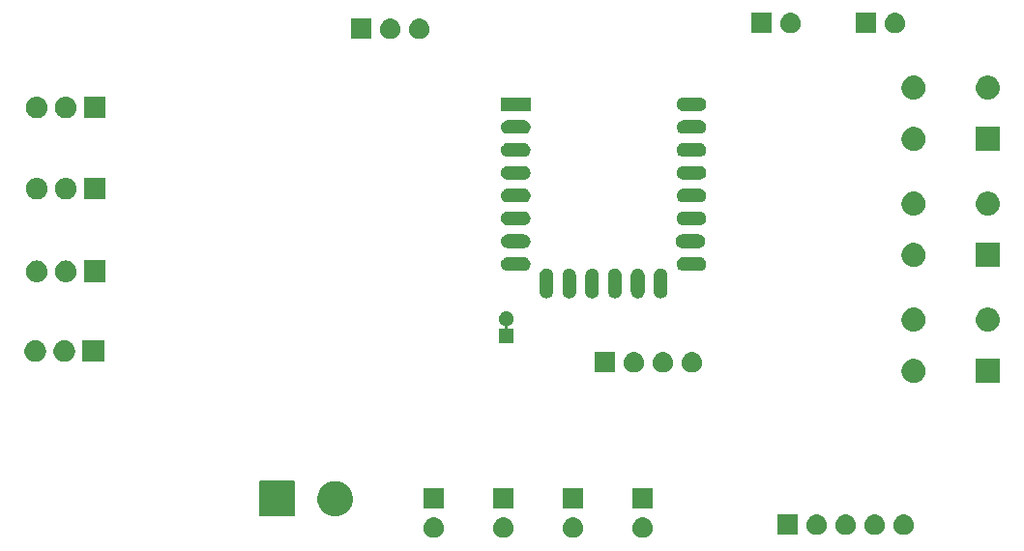
<source format=gbr>
G04 #@! TF.GenerationSoftware,KiCad,Pcbnew,8.0.2*
G04 #@! TF.CreationDate,2024-08-12T21:40:22+02:00*
G04 #@! TF.ProjectId,12v_stripe_controller_mini,3132765f-7374-4726-9970-655f636f6e74,rev?*
G04 #@! TF.SameCoordinates,Original*
G04 #@! TF.FileFunction,Soldermask,Bot*
G04 #@! TF.FilePolarity,Negative*
%FSLAX46Y46*%
G04 Gerber Fmt 4.6, Leading zero omitted, Abs format (unit mm)*
G04 Created by KiCad (PCBNEW 8.0.2) date 2024-08-12 21:40:22*
%MOMM*%
%LPD*%
G01*
G04 APERTURE LIST*
G04 APERTURE END LIST*
G36*
X135552983Y-127373936D02*
G01*
X135603180Y-127373936D01*
X135646524Y-127383149D01*
X135684659Y-127386905D01*
X135732566Y-127401437D01*
X135787424Y-127413098D01*
X135822530Y-127428728D01*
X135853566Y-127438143D01*
X135902884Y-127464504D01*
X135959500Y-127489711D01*
X135985822Y-127508835D01*
X136009232Y-127521348D01*
X136056988Y-127560540D01*
X136111887Y-127600427D01*
X136129711Y-127620223D01*
X136145675Y-127633324D01*
X136188572Y-127685594D01*
X136237924Y-127740405D01*
X136248292Y-127758363D01*
X136257651Y-127769767D01*
X136292273Y-127834542D01*
X136332104Y-127903530D01*
X136336685Y-127917630D01*
X136340856Y-127925433D01*
X136363852Y-128001242D01*
X136390311Y-128082672D01*
X136391242Y-128091532D01*
X136392094Y-128094340D01*
X136400384Y-128178513D01*
X136410000Y-128270000D01*
X136400383Y-128361494D01*
X136392094Y-128445659D01*
X136391242Y-128448466D01*
X136390311Y-128457328D01*
X136363848Y-128538771D01*
X136340856Y-128614566D01*
X136336686Y-128622366D01*
X136332104Y-128636470D01*
X136292266Y-128705470D01*
X136257651Y-128770232D01*
X136248294Y-128781633D01*
X136237924Y-128799595D01*
X136188563Y-128854415D01*
X136145675Y-128906675D01*
X136129714Y-128919773D01*
X136111887Y-128939573D01*
X136056977Y-128979467D01*
X136009232Y-129018651D01*
X135985827Y-129031161D01*
X135959500Y-129050289D01*
X135902873Y-129075500D01*
X135853566Y-129101856D01*
X135822537Y-129111268D01*
X135787424Y-129126902D01*
X135732555Y-129138564D01*
X135684659Y-129153094D01*
X135646532Y-129156849D01*
X135603180Y-129166064D01*
X135552973Y-129166064D01*
X135509000Y-129170395D01*
X135465027Y-129166064D01*
X135414820Y-129166064D01*
X135371467Y-129156849D01*
X135333340Y-129153094D01*
X135285441Y-129138563D01*
X135230576Y-129126902D01*
X135195464Y-129111269D01*
X135164433Y-129101856D01*
X135115120Y-129075498D01*
X135058500Y-129050289D01*
X135032175Y-129031163D01*
X135008767Y-129018651D01*
X134961013Y-128979460D01*
X134906113Y-128939573D01*
X134888287Y-128919776D01*
X134872324Y-128906675D01*
X134829425Y-128854402D01*
X134780076Y-128799595D01*
X134769708Y-128781637D01*
X134760348Y-128770232D01*
X134725719Y-128705447D01*
X134685896Y-128636470D01*
X134681315Y-128622371D01*
X134677143Y-128614566D01*
X134654136Y-128538725D01*
X134627689Y-128457328D01*
X134626758Y-128448471D01*
X134625905Y-128445659D01*
X134617600Y-128361342D01*
X134608000Y-128270000D01*
X134617599Y-128178664D01*
X134625905Y-128094340D01*
X134626758Y-128091527D01*
X134627689Y-128082672D01*
X134654132Y-128001288D01*
X134677143Y-127925433D01*
X134681315Y-127917626D01*
X134685896Y-127903530D01*
X134725712Y-127834565D01*
X134760348Y-127769767D01*
X134769710Y-127758359D01*
X134780076Y-127740405D01*
X134829416Y-127685607D01*
X134872324Y-127633324D01*
X134888291Y-127620219D01*
X134906113Y-127600427D01*
X134961002Y-127560546D01*
X135008767Y-127521348D01*
X135032180Y-127508833D01*
X135058500Y-127489711D01*
X135115109Y-127464506D01*
X135164433Y-127438143D01*
X135195471Y-127428727D01*
X135230576Y-127413098D01*
X135285430Y-127401438D01*
X135333340Y-127386905D01*
X135371476Y-127383148D01*
X135414820Y-127373936D01*
X135465016Y-127373936D01*
X135509000Y-127369604D01*
X135552983Y-127373936D01*
G37*
G36*
X141648983Y-127373936D02*
G01*
X141699180Y-127373936D01*
X141742524Y-127383149D01*
X141780659Y-127386905D01*
X141828566Y-127401437D01*
X141883424Y-127413098D01*
X141918530Y-127428728D01*
X141949566Y-127438143D01*
X141998884Y-127464504D01*
X142055500Y-127489711D01*
X142081822Y-127508835D01*
X142105232Y-127521348D01*
X142152988Y-127560540D01*
X142207887Y-127600427D01*
X142225711Y-127620223D01*
X142241675Y-127633324D01*
X142284572Y-127685594D01*
X142333924Y-127740405D01*
X142344292Y-127758363D01*
X142353651Y-127769767D01*
X142388273Y-127834542D01*
X142428104Y-127903530D01*
X142432685Y-127917630D01*
X142436856Y-127925433D01*
X142459852Y-128001242D01*
X142486311Y-128082672D01*
X142487242Y-128091532D01*
X142488094Y-128094340D01*
X142496384Y-128178513D01*
X142506000Y-128270000D01*
X142496383Y-128361494D01*
X142488094Y-128445659D01*
X142487242Y-128448466D01*
X142486311Y-128457328D01*
X142459848Y-128538771D01*
X142436856Y-128614566D01*
X142432686Y-128622366D01*
X142428104Y-128636470D01*
X142388266Y-128705470D01*
X142353651Y-128770232D01*
X142344294Y-128781633D01*
X142333924Y-128799595D01*
X142284563Y-128854415D01*
X142241675Y-128906675D01*
X142225714Y-128919773D01*
X142207887Y-128939573D01*
X142152977Y-128979467D01*
X142105232Y-129018651D01*
X142081827Y-129031161D01*
X142055500Y-129050289D01*
X141998873Y-129075500D01*
X141949566Y-129101856D01*
X141918537Y-129111268D01*
X141883424Y-129126902D01*
X141828555Y-129138564D01*
X141780659Y-129153094D01*
X141742532Y-129156849D01*
X141699180Y-129166064D01*
X141648973Y-129166064D01*
X141605000Y-129170395D01*
X141561027Y-129166064D01*
X141510820Y-129166064D01*
X141467467Y-129156849D01*
X141429340Y-129153094D01*
X141381441Y-129138563D01*
X141326576Y-129126902D01*
X141291464Y-129111269D01*
X141260433Y-129101856D01*
X141211120Y-129075498D01*
X141154500Y-129050289D01*
X141128175Y-129031163D01*
X141104767Y-129018651D01*
X141057013Y-128979460D01*
X141002113Y-128939573D01*
X140984287Y-128919776D01*
X140968324Y-128906675D01*
X140925425Y-128854402D01*
X140876076Y-128799595D01*
X140865708Y-128781637D01*
X140856348Y-128770232D01*
X140821719Y-128705447D01*
X140781896Y-128636470D01*
X140777315Y-128622371D01*
X140773143Y-128614566D01*
X140750136Y-128538725D01*
X140723689Y-128457328D01*
X140722758Y-128448471D01*
X140721905Y-128445659D01*
X140713600Y-128361342D01*
X140704000Y-128270000D01*
X140713599Y-128178664D01*
X140721905Y-128094340D01*
X140722758Y-128091527D01*
X140723689Y-128082672D01*
X140750132Y-128001288D01*
X140773143Y-127925433D01*
X140777315Y-127917626D01*
X140781896Y-127903530D01*
X140821712Y-127834565D01*
X140856348Y-127769767D01*
X140865710Y-127758359D01*
X140876076Y-127740405D01*
X140925416Y-127685607D01*
X140968324Y-127633324D01*
X140984291Y-127620219D01*
X141002113Y-127600427D01*
X141057002Y-127560546D01*
X141104767Y-127521348D01*
X141128180Y-127508833D01*
X141154500Y-127489711D01*
X141211109Y-127464506D01*
X141260433Y-127438143D01*
X141291471Y-127428727D01*
X141326576Y-127413098D01*
X141381430Y-127401438D01*
X141429340Y-127386905D01*
X141467476Y-127383148D01*
X141510820Y-127373936D01*
X141561016Y-127373936D01*
X141605000Y-127369604D01*
X141648983Y-127373936D01*
G37*
G36*
X147744983Y-127373936D02*
G01*
X147795180Y-127373936D01*
X147838524Y-127383149D01*
X147876659Y-127386905D01*
X147924566Y-127401437D01*
X147979424Y-127413098D01*
X148014530Y-127428728D01*
X148045566Y-127438143D01*
X148094884Y-127464504D01*
X148151500Y-127489711D01*
X148177822Y-127508835D01*
X148201232Y-127521348D01*
X148248988Y-127560540D01*
X148303887Y-127600427D01*
X148321711Y-127620223D01*
X148337675Y-127633324D01*
X148380572Y-127685594D01*
X148429924Y-127740405D01*
X148440292Y-127758363D01*
X148449651Y-127769767D01*
X148484273Y-127834542D01*
X148524104Y-127903530D01*
X148528685Y-127917630D01*
X148532856Y-127925433D01*
X148555852Y-128001242D01*
X148582311Y-128082672D01*
X148583242Y-128091532D01*
X148584094Y-128094340D01*
X148592384Y-128178513D01*
X148602000Y-128270000D01*
X148592383Y-128361494D01*
X148584094Y-128445659D01*
X148583242Y-128448466D01*
X148582311Y-128457328D01*
X148555848Y-128538771D01*
X148532856Y-128614566D01*
X148528686Y-128622366D01*
X148524104Y-128636470D01*
X148484266Y-128705470D01*
X148449651Y-128770232D01*
X148440294Y-128781633D01*
X148429924Y-128799595D01*
X148380563Y-128854415D01*
X148337675Y-128906675D01*
X148321714Y-128919773D01*
X148303887Y-128939573D01*
X148248977Y-128979467D01*
X148201232Y-129018651D01*
X148177827Y-129031161D01*
X148151500Y-129050289D01*
X148094873Y-129075500D01*
X148045566Y-129101856D01*
X148014537Y-129111268D01*
X147979424Y-129126902D01*
X147924555Y-129138564D01*
X147876659Y-129153094D01*
X147838532Y-129156849D01*
X147795180Y-129166064D01*
X147744973Y-129166064D01*
X147701000Y-129170395D01*
X147657027Y-129166064D01*
X147606820Y-129166064D01*
X147563467Y-129156849D01*
X147525340Y-129153094D01*
X147477441Y-129138563D01*
X147422576Y-129126902D01*
X147387464Y-129111269D01*
X147356433Y-129101856D01*
X147307120Y-129075498D01*
X147250500Y-129050289D01*
X147224175Y-129031163D01*
X147200767Y-129018651D01*
X147153013Y-128979460D01*
X147098113Y-128939573D01*
X147080287Y-128919776D01*
X147064324Y-128906675D01*
X147021425Y-128854402D01*
X146972076Y-128799595D01*
X146961708Y-128781637D01*
X146952348Y-128770232D01*
X146917719Y-128705447D01*
X146877896Y-128636470D01*
X146873315Y-128622371D01*
X146869143Y-128614566D01*
X146846136Y-128538725D01*
X146819689Y-128457328D01*
X146818758Y-128448471D01*
X146817905Y-128445659D01*
X146809600Y-128361342D01*
X146800000Y-128270000D01*
X146809599Y-128178664D01*
X146817905Y-128094340D01*
X146818758Y-128091527D01*
X146819689Y-128082672D01*
X146846132Y-128001288D01*
X146869143Y-127925433D01*
X146873315Y-127917626D01*
X146877896Y-127903530D01*
X146917712Y-127834565D01*
X146952348Y-127769767D01*
X146961710Y-127758359D01*
X146972076Y-127740405D01*
X147021416Y-127685607D01*
X147064324Y-127633324D01*
X147080291Y-127620219D01*
X147098113Y-127600427D01*
X147153002Y-127560546D01*
X147200767Y-127521348D01*
X147224180Y-127508833D01*
X147250500Y-127489711D01*
X147307109Y-127464506D01*
X147356433Y-127438143D01*
X147387471Y-127428727D01*
X147422576Y-127413098D01*
X147477430Y-127401438D01*
X147525340Y-127386905D01*
X147563476Y-127383148D01*
X147606820Y-127373936D01*
X147657016Y-127373936D01*
X147701000Y-127369604D01*
X147744983Y-127373936D01*
G37*
G36*
X153840983Y-127373936D02*
G01*
X153891180Y-127373936D01*
X153934524Y-127383149D01*
X153972659Y-127386905D01*
X154020566Y-127401437D01*
X154075424Y-127413098D01*
X154110530Y-127428728D01*
X154141566Y-127438143D01*
X154190884Y-127464504D01*
X154247500Y-127489711D01*
X154273822Y-127508835D01*
X154297232Y-127521348D01*
X154344988Y-127560540D01*
X154399887Y-127600427D01*
X154417711Y-127620223D01*
X154433675Y-127633324D01*
X154476572Y-127685594D01*
X154525924Y-127740405D01*
X154536292Y-127758363D01*
X154545651Y-127769767D01*
X154580273Y-127834542D01*
X154620104Y-127903530D01*
X154624685Y-127917630D01*
X154628856Y-127925433D01*
X154651852Y-128001242D01*
X154678311Y-128082672D01*
X154679242Y-128091532D01*
X154680094Y-128094340D01*
X154688384Y-128178513D01*
X154698000Y-128270000D01*
X154688383Y-128361494D01*
X154680094Y-128445659D01*
X154679242Y-128448466D01*
X154678311Y-128457328D01*
X154651848Y-128538771D01*
X154628856Y-128614566D01*
X154624686Y-128622366D01*
X154620104Y-128636470D01*
X154580266Y-128705470D01*
X154545651Y-128770232D01*
X154536294Y-128781633D01*
X154525924Y-128799595D01*
X154476563Y-128854415D01*
X154433675Y-128906675D01*
X154417714Y-128919773D01*
X154399887Y-128939573D01*
X154344977Y-128979467D01*
X154297232Y-129018651D01*
X154273827Y-129031161D01*
X154247500Y-129050289D01*
X154190873Y-129075500D01*
X154141566Y-129101856D01*
X154110537Y-129111268D01*
X154075424Y-129126902D01*
X154020555Y-129138564D01*
X153972659Y-129153094D01*
X153934532Y-129156849D01*
X153891180Y-129166064D01*
X153840973Y-129166064D01*
X153797000Y-129170395D01*
X153753027Y-129166064D01*
X153702820Y-129166064D01*
X153659467Y-129156849D01*
X153621340Y-129153094D01*
X153573441Y-129138563D01*
X153518576Y-129126902D01*
X153483464Y-129111269D01*
X153452433Y-129101856D01*
X153403120Y-129075498D01*
X153346500Y-129050289D01*
X153320175Y-129031163D01*
X153296767Y-129018651D01*
X153249013Y-128979460D01*
X153194113Y-128939573D01*
X153176287Y-128919776D01*
X153160324Y-128906675D01*
X153117425Y-128854402D01*
X153068076Y-128799595D01*
X153057708Y-128781637D01*
X153048348Y-128770232D01*
X153013719Y-128705447D01*
X152973896Y-128636470D01*
X152969315Y-128622371D01*
X152965143Y-128614566D01*
X152942136Y-128538725D01*
X152915689Y-128457328D01*
X152914758Y-128448471D01*
X152913905Y-128445659D01*
X152905600Y-128361342D01*
X152896000Y-128270000D01*
X152905599Y-128178664D01*
X152913905Y-128094340D01*
X152914758Y-128091527D01*
X152915689Y-128082672D01*
X152942132Y-128001288D01*
X152965143Y-127925433D01*
X152969315Y-127917626D01*
X152973896Y-127903530D01*
X153013712Y-127834565D01*
X153048348Y-127769767D01*
X153057710Y-127758359D01*
X153068076Y-127740405D01*
X153117416Y-127685607D01*
X153160324Y-127633324D01*
X153176291Y-127620219D01*
X153194113Y-127600427D01*
X153249002Y-127560546D01*
X153296767Y-127521348D01*
X153320180Y-127508833D01*
X153346500Y-127489711D01*
X153403109Y-127464506D01*
X153452433Y-127438143D01*
X153483471Y-127428727D01*
X153518576Y-127413098D01*
X153573430Y-127401438D01*
X153621340Y-127386905D01*
X153659476Y-127383148D01*
X153702820Y-127373936D01*
X153753016Y-127373936D01*
X153797000Y-127369604D01*
X153840983Y-127373936D01*
G37*
G36*
X167366517Y-127118882D02*
G01*
X167383062Y-127129938D01*
X167394118Y-127146483D01*
X167398000Y-127166000D01*
X167398000Y-128866000D01*
X167394118Y-128885517D01*
X167383062Y-128902062D01*
X167366517Y-128913118D01*
X167347000Y-128917000D01*
X165647000Y-128917000D01*
X165627483Y-128913118D01*
X165610938Y-128902062D01*
X165599882Y-128885517D01*
X165596000Y-128866000D01*
X165596000Y-127166000D01*
X165599882Y-127146483D01*
X165610938Y-127129938D01*
X165627483Y-127118882D01*
X165647000Y-127115000D01*
X167347000Y-127115000D01*
X167366517Y-127118882D01*
G37*
G36*
X169080983Y-127119936D02*
G01*
X169131180Y-127119936D01*
X169174524Y-127129149D01*
X169212659Y-127132905D01*
X169260566Y-127147437D01*
X169315424Y-127159098D01*
X169350530Y-127174728D01*
X169381566Y-127184143D01*
X169430884Y-127210504D01*
X169487500Y-127235711D01*
X169513822Y-127254835D01*
X169537232Y-127267348D01*
X169584988Y-127306540D01*
X169639887Y-127346427D01*
X169657711Y-127366223D01*
X169673675Y-127379324D01*
X169716572Y-127431594D01*
X169765924Y-127486405D01*
X169776292Y-127504363D01*
X169785651Y-127515767D01*
X169820273Y-127580542D01*
X169860104Y-127649530D01*
X169864685Y-127663630D01*
X169868856Y-127671433D01*
X169891852Y-127747242D01*
X169918311Y-127828672D01*
X169919242Y-127837532D01*
X169920094Y-127840340D01*
X169928384Y-127924513D01*
X169938000Y-128016000D01*
X169928383Y-128107494D01*
X169920094Y-128191659D01*
X169919242Y-128194466D01*
X169918311Y-128203328D01*
X169891848Y-128284771D01*
X169868856Y-128360566D01*
X169864686Y-128368366D01*
X169860104Y-128382470D01*
X169820266Y-128451470D01*
X169785651Y-128516232D01*
X169776294Y-128527633D01*
X169765924Y-128545595D01*
X169716563Y-128600415D01*
X169673675Y-128652675D01*
X169657714Y-128665773D01*
X169639887Y-128685573D01*
X169584977Y-128725467D01*
X169537232Y-128764651D01*
X169513827Y-128777161D01*
X169487500Y-128796289D01*
X169430873Y-128821500D01*
X169381566Y-128847856D01*
X169350537Y-128857268D01*
X169315424Y-128872902D01*
X169260555Y-128884564D01*
X169212659Y-128899094D01*
X169174532Y-128902849D01*
X169131180Y-128912064D01*
X169080973Y-128912064D01*
X169037000Y-128916395D01*
X168993027Y-128912064D01*
X168942820Y-128912064D01*
X168899467Y-128902849D01*
X168861340Y-128899094D01*
X168813441Y-128884563D01*
X168758576Y-128872902D01*
X168723464Y-128857269D01*
X168692433Y-128847856D01*
X168643120Y-128821498D01*
X168586500Y-128796289D01*
X168560175Y-128777163D01*
X168536767Y-128764651D01*
X168489013Y-128725460D01*
X168434113Y-128685573D01*
X168416287Y-128665776D01*
X168400324Y-128652675D01*
X168357425Y-128600402D01*
X168308076Y-128545595D01*
X168297708Y-128527637D01*
X168288348Y-128516232D01*
X168253719Y-128451447D01*
X168213896Y-128382470D01*
X168209315Y-128368371D01*
X168205143Y-128360566D01*
X168182136Y-128284725D01*
X168155689Y-128203328D01*
X168154758Y-128194471D01*
X168153905Y-128191659D01*
X168145600Y-128107342D01*
X168136000Y-128016000D01*
X168145599Y-127924664D01*
X168153905Y-127840340D01*
X168154758Y-127837527D01*
X168155689Y-127828672D01*
X168182132Y-127747288D01*
X168205143Y-127671433D01*
X168209315Y-127663626D01*
X168213896Y-127649530D01*
X168253712Y-127580565D01*
X168288348Y-127515767D01*
X168297710Y-127504359D01*
X168308076Y-127486405D01*
X168357416Y-127431607D01*
X168400324Y-127379324D01*
X168416291Y-127366219D01*
X168434113Y-127346427D01*
X168489002Y-127306546D01*
X168536767Y-127267348D01*
X168560180Y-127254833D01*
X168586500Y-127235711D01*
X168643109Y-127210506D01*
X168692433Y-127184143D01*
X168723471Y-127174727D01*
X168758576Y-127159098D01*
X168813430Y-127147438D01*
X168861340Y-127132905D01*
X168899476Y-127129148D01*
X168942820Y-127119936D01*
X168993016Y-127119936D01*
X169037000Y-127115604D01*
X169080983Y-127119936D01*
G37*
G36*
X171620983Y-127119936D02*
G01*
X171671180Y-127119936D01*
X171714524Y-127129149D01*
X171752659Y-127132905D01*
X171800566Y-127147437D01*
X171855424Y-127159098D01*
X171890530Y-127174728D01*
X171921566Y-127184143D01*
X171970884Y-127210504D01*
X172027500Y-127235711D01*
X172053822Y-127254835D01*
X172077232Y-127267348D01*
X172124988Y-127306540D01*
X172179887Y-127346427D01*
X172197711Y-127366223D01*
X172213675Y-127379324D01*
X172256572Y-127431594D01*
X172305924Y-127486405D01*
X172316292Y-127504363D01*
X172325651Y-127515767D01*
X172360273Y-127580542D01*
X172400104Y-127649530D01*
X172404685Y-127663630D01*
X172408856Y-127671433D01*
X172431852Y-127747242D01*
X172458311Y-127828672D01*
X172459242Y-127837532D01*
X172460094Y-127840340D01*
X172468384Y-127924513D01*
X172478000Y-128016000D01*
X172468383Y-128107494D01*
X172460094Y-128191659D01*
X172459242Y-128194466D01*
X172458311Y-128203328D01*
X172431848Y-128284771D01*
X172408856Y-128360566D01*
X172404686Y-128368366D01*
X172400104Y-128382470D01*
X172360266Y-128451470D01*
X172325651Y-128516232D01*
X172316294Y-128527633D01*
X172305924Y-128545595D01*
X172256563Y-128600415D01*
X172213675Y-128652675D01*
X172197714Y-128665773D01*
X172179887Y-128685573D01*
X172124977Y-128725467D01*
X172077232Y-128764651D01*
X172053827Y-128777161D01*
X172027500Y-128796289D01*
X171970873Y-128821500D01*
X171921566Y-128847856D01*
X171890537Y-128857268D01*
X171855424Y-128872902D01*
X171800555Y-128884564D01*
X171752659Y-128899094D01*
X171714532Y-128902849D01*
X171671180Y-128912064D01*
X171620973Y-128912064D01*
X171577000Y-128916395D01*
X171533027Y-128912064D01*
X171482820Y-128912064D01*
X171439467Y-128902849D01*
X171401340Y-128899094D01*
X171353441Y-128884563D01*
X171298576Y-128872902D01*
X171263464Y-128857269D01*
X171232433Y-128847856D01*
X171183120Y-128821498D01*
X171126500Y-128796289D01*
X171100175Y-128777163D01*
X171076767Y-128764651D01*
X171029013Y-128725460D01*
X170974113Y-128685573D01*
X170956287Y-128665776D01*
X170940324Y-128652675D01*
X170897425Y-128600402D01*
X170848076Y-128545595D01*
X170837708Y-128527637D01*
X170828348Y-128516232D01*
X170793719Y-128451447D01*
X170753896Y-128382470D01*
X170749315Y-128368371D01*
X170745143Y-128360566D01*
X170722136Y-128284725D01*
X170695689Y-128203328D01*
X170694758Y-128194471D01*
X170693905Y-128191659D01*
X170685600Y-128107342D01*
X170676000Y-128016000D01*
X170685599Y-127924664D01*
X170693905Y-127840340D01*
X170694758Y-127837527D01*
X170695689Y-127828672D01*
X170722132Y-127747288D01*
X170745143Y-127671433D01*
X170749315Y-127663626D01*
X170753896Y-127649530D01*
X170793712Y-127580565D01*
X170828348Y-127515767D01*
X170837710Y-127504359D01*
X170848076Y-127486405D01*
X170897416Y-127431607D01*
X170940324Y-127379324D01*
X170956291Y-127366219D01*
X170974113Y-127346427D01*
X171029002Y-127306546D01*
X171076767Y-127267348D01*
X171100180Y-127254833D01*
X171126500Y-127235711D01*
X171183109Y-127210506D01*
X171232433Y-127184143D01*
X171263471Y-127174727D01*
X171298576Y-127159098D01*
X171353430Y-127147438D01*
X171401340Y-127132905D01*
X171439476Y-127129148D01*
X171482820Y-127119936D01*
X171533016Y-127119936D01*
X171577000Y-127115604D01*
X171620983Y-127119936D01*
G37*
G36*
X174160983Y-127119936D02*
G01*
X174211180Y-127119936D01*
X174254524Y-127129149D01*
X174292659Y-127132905D01*
X174340566Y-127147437D01*
X174395424Y-127159098D01*
X174430530Y-127174728D01*
X174461566Y-127184143D01*
X174510884Y-127210504D01*
X174567500Y-127235711D01*
X174593822Y-127254835D01*
X174617232Y-127267348D01*
X174664988Y-127306540D01*
X174719887Y-127346427D01*
X174737711Y-127366223D01*
X174753675Y-127379324D01*
X174796572Y-127431594D01*
X174845924Y-127486405D01*
X174856292Y-127504363D01*
X174865651Y-127515767D01*
X174900273Y-127580542D01*
X174940104Y-127649530D01*
X174944685Y-127663630D01*
X174948856Y-127671433D01*
X174971852Y-127747242D01*
X174998311Y-127828672D01*
X174999242Y-127837532D01*
X175000094Y-127840340D01*
X175008384Y-127924513D01*
X175018000Y-128016000D01*
X175008383Y-128107494D01*
X175000094Y-128191659D01*
X174999242Y-128194466D01*
X174998311Y-128203328D01*
X174971848Y-128284771D01*
X174948856Y-128360566D01*
X174944686Y-128368366D01*
X174940104Y-128382470D01*
X174900266Y-128451470D01*
X174865651Y-128516232D01*
X174856294Y-128527633D01*
X174845924Y-128545595D01*
X174796563Y-128600415D01*
X174753675Y-128652675D01*
X174737714Y-128665773D01*
X174719887Y-128685573D01*
X174664977Y-128725467D01*
X174617232Y-128764651D01*
X174593827Y-128777161D01*
X174567500Y-128796289D01*
X174510873Y-128821500D01*
X174461566Y-128847856D01*
X174430537Y-128857268D01*
X174395424Y-128872902D01*
X174340555Y-128884564D01*
X174292659Y-128899094D01*
X174254532Y-128902849D01*
X174211180Y-128912064D01*
X174160973Y-128912064D01*
X174117000Y-128916395D01*
X174073027Y-128912064D01*
X174022820Y-128912064D01*
X173979467Y-128902849D01*
X173941340Y-128899094D01*
X173893441Y-128884563D01*
X173838576Y-128872902D01*
X173803464Y-128857269D01*
X173772433Y-128847856D01*
X173723120Y-128821498D01*
X173666500Y-128796289D01*
X173640175Y-128777163D01*
X173616767Y-128764651D01*
X173569013Y-128725460D01*
X173514113Y-128685573D01*
X173496287Y-128665776D01*
X173480324Y-128652675D01*
X173437425Y-128600402D01*
X173388076Y-128545595D01*
X173377708Y-128527637D01*
X173368348Y-128516232D01*
X173333719Y-128451447D01*
X173293896Y-128382470D01*
X173289315Y-128368371D01*
X173285143Y-128360566D01*
X173262136Y-128284725D01*
X173235689Y-128203328D01*
X173234758Y-128194471D01*
X173233905Y-128191659D01*
X173225600Y-128107342D01*
X173216000Y-128016000D01*
X173225599Y-127924664D01*
X173233905Y-127840340D01*
X173234758Y-127837527D01*
X173235689Y-127828672D01*
X173262132Y-127747288D01*
X173285143Y-127671433D01*
X173289315Y-127663626D01*
X173293896Y-127649530D01*
X173333712Y-127580565D01*
X173368348Y-127515767D01*
X173377710Y-127504359D01*
X173388076Y-127486405D01*
X173437416Y-127431607D01*
X173480324Y-127379324D01*
X173496291Y-127366219D01*
X173514113Y-127346427D01*
X173569002Y-127306546D01*
X173616767Y-127267348D01*
X173640180Y-127254833D01*
X173666500Y-127235711D01*
X173723109Y-127210506D01*
X173772433Y-127184143D01*
X173803471Y-127174727D01*
X173838576Y-127159098D01*
X173893430Y-127147438D01*
X173941340Y-127132905D01*
X173979476Y-127129148D01*
X174022820Y-127119936D01*
X174073016Y-127119936D01*
X174117000Y-127115604D01*
X174160983Y-127119936D01*
G37*
G36*
X176700983Y-127119936D02*
G01*
X176751180Y-127119936D01*
X176794524Y-127129149D01*
X176832659Y-127132905D01*
X176880566Y-127147437D01*
X176935424Y-127159098D01*
X176970530Y-127174728D01*
X177001566Y-127184143D01*
X177050884Y-127210504D01*
X177107500Y-127235711D01*
X177133822Y-127254835D01*
X177157232Y-127267348D01*
X177204988Y-127306540D01*
X177259887Y-127346427D01*
X177277711Y-127366223D01*
X177293675Y-127379324D01*
X177336572Y-127431594D01*
X177385924Y-127486405D01*
X177396292Y-127504363D01*
X177405651Y-127515767D01*
X177440273Y-127580542D01*
X177480104Y-127649530D01*
X177484685Y-127663630D01*
X177488856Y-127671433D01*
X177511852Y-127747242D01*
X177538311Y-127828672D01*
X177539242Y-127837532D01*
X177540094Y-127840340D01*
X177548384Y-127924513D01*
X177558000Y-128016000D01*
X177548383Y-128107494D01*
X177540094Y-128191659D01*
X177539242Y-128194466D01*
X177538311Y-128203328D01*
X177511848Y-128284771D01*
X177488856Y-128360566D01*
X177484686Y-128368366D01*
X177480104Y-128382470D01*
X177440266Y-128451470D01*
X177405651Y-128516232D01*
X177396294Y-128527633D01*
X177385924Y-128545595D01*
X177336563Y-128600415D01*
X177293675Y-128652675D01*
X177277714Y-128665773D01*
X177259887Y-128685573D01*
X177204977Y-128725467D01*
X177157232Y-128764651D01*
X177133827Y-128777161D01*
X177107500Y-128796289D01*
X177050873Y-128821500D01*
X177001566Y-128847856D01*
X176970537Y-128857268D01*
X176935424Y-128872902D01*
X176880555Y-128884564D01*
X176832659Y-128899094D01*
X176794532Y-128902849D01*
X176751180Y-128912064D01*
X176700973Y-128912064D01*
X176657000Y-128916395D01*
X176613027Y-128912064D01*
X176562820Y-128912064D01*
X176519467Y-128902849D01*
X176481340Y-128899094D01*
X176433441Y-128884563D01*
X176378576Y-128872902D01*
X176343464Y-128857269D01*
X176312433Y-128847856D01*
X176263120Y-128821498D01*
X176206500Y-128796289D01*
X176180175Y-128777163D01*
X176156767Y-128764651D01*
X176109013Y-128725460D01*
X176054113Y-128685573D01*
X176036287Y-128665776D01*
X176020324Y-128652675D01*
X175977425Y-128600402D01*
X175928076Y-128545595D01*
X175917708Y-128527637D01*
X175908348Y-128516232D01*
X175873719Y-128451447D01*
X175833896Y-128382470D01*
X175829315Y-128368371D01*
X175825143Y-128360566D01*
X175802136Y-128284725D01*
X175775689Y-128203328D01*
X175774758Y-128194471D01*
X175773905Y-128191659D01*
X175765600Y-128107342D01*
X175756000Y-128016000D01*
X175765599Y-127924664D01*
X175773905Y-127840340D01*
X175774758Y-127837527D01*
X175775689Y-127828672D01*
X175802132Y-127747288D01*
X175825143Y-127671433D01*
X175829315Y-127663626D01*
X175833896Y-127649530D01*
X175873712Y-127580565D01*
X175908348Y-127515767D01*
X175917710Y-127504359D01*
X175928076Y-127486405D01*
X175977416Y-127431607D01*
X176020324Y-127379324D01*
X176036291Y-127366219D01*
X176054113Y-127346427D01*
X176109002Y-127306546D01*
X176156767Y-127267348D01*
X176180180Y-127254833D01*
X176206500Y-127235711D01*
X176263109Y-127210506D01*
X176312433Y-127184143D01*
X176343471Y-127174727D01*
X176378576Y-127159098D01*
X176433430Y-127147438D01*
X176481340Y-127132905D01*
X176519476Y-127129148D01*
X176562820Y-127119936D01*
X176613016Y-127119936D01*
X176657000Y-127115604D01*
X176700983Y-127119936D01*
G37*
G36*
X123312517Y-124182882D02*
G01*
X123329062Y-124193938D01*
X123340118Y-124210483D01*
X123344000Y-124230000D01*
X123344000Y-127230000D01*
X123340118Y-127249517D01*
X123329062Y-127266062D01*
X123312517Y-127277118D01*
X123293000Y-127281000D01*
X120293000Y-127281000D01*
X120273483Y-127277118D01*
X120256938Y-127266062D01*
X120245882Y-127249517D01*
X120242000Y-127230000D01*
X120242000Y-124230000D01*
X120245882Y-124210483D01*
X120256938Y-124193938D01*
X120273483Y-124182882D01*
X120293000Y-124179000D01*
X123293000Y-124179000D01*
X123312517Y-124182882D01*
G37*
G36*
X126932543Y-124183686D02*
G01*
X126988880Y-124183686D01*
X127050437Y-124192964D01*
X127115630Y-124198095D01*
X127168181Y-124210711D01*
X127218050Y-124218228D01*
X127283215Y-124238328D01*
X127352285Y-124254911D01*
X127396943Y-124273409D01*
X127439519Y-124286542D01*
X127506365Y-124318733D01*
X127577139Y-124348049D01*
X127613466Y-124370310D01*
X127648322Y-124387096D01*
X127714620Y-124432297D01*
X127784655Y-124475215D01*
X127812700Y-124499167D01*
X127839813Y-124517653D01*
X127903119Y-124576392D01*
X127969723Y-124633277D01*
X127989946Y-124656956D01*
X128009706Y-124675290D01*
X128067478Y-124747734D01*
X128127785Y-124818345D01*
X128141048Y-124839988D01*
X128154206Y-124856488D01*
X128203834Y-124942447D01*
X128254951Y-125025861D01*
X128262458Y-125043984D01*
X128270088Y-125057200D01*
X128308994Y-125156331D01*
X128348089Y-125250715D01*
X128351322Y-125264184D01*
X128354757Y-125272935D01*
X128380473Y-125385604D01*
X128404905Y-125487370D01*
X128405538Y-125495423D01*
X128406330Y-125498890D01*
X128416656Y-125636692D01*
X128424000Y-125730000D01*
X128416656Y-125823315D01*
X128406330Y-125961109D01*
X128405538Y-125964574D01*
X128404905Y-125972630D01*
X128380468Y-126074414D01*
X128354757Y-126187064D01*
X128351323Y-126195812D01*
X128348089Y-126209285D01*
X128308986Y-126303686D01*
X128270088Y-126402799D01*
X128262459Y-126416011D01*
X128254951Y-126434139D01*
X128203824Y-126517569D01*
X128154206Y-126603511D01*
X128141050Y-126620007D01*
X128127785Y-126641655D01*
X128067466Y-126712279D01*
X128009706Y-126784709D01*
X127989951Y-126803038D01*
X127969723Y-126826723D01*
X127903105Y-126883618D01*
X127839813Y-126942346D01*
X127812706Y-126960827D01*
X127784655Y-126984785D01*
X127714606Y-127027710D01*
X127648322Y-127072903D01*
X127613474Y-127089684D01*
X127577139Y-127111951D01*
X127506350Y-127141272D01*
X127439519Y-127173457D01*
X127396952Y-127186586D01*
X127352285Y-127205089D01*
X127283200Y-127221674D01*
X127218050Y-127241771D01*
X127168189Y-127249286D01*
X127115630Y-127261905D01*
X127050433Y-127267035D01*
X126988880Y-127276314D01*
X126932543Y-127276314D01*
X126873000Y-127281000D01*
X126813457Y-127276314D01*
X126757120Y-127276314D01*
X126695565Y-127267035D01*
X126630370Y-127261905D01*
X126577811Y-127249286D01*
X126527949Y-127241771D01*
X126462796Y-127221673D01*
X126393715Y-127205089D01*
X126349047Y-127186587D01*
X126306481Y-127173457D01*
X126239646Y-127141271D01*
X126168861Y-127111951D01*
X126132528Y-127089686D01*
X126097675Y-127072902D01*
X126031377Y-127027700D01*
X125961345Y-126984785D01*
X125933301Y-126960833D01*
X125906188Y-126942348D01*
X125842880Y-126883607D01*
X125776277Y-126826723D01*
X125756052Y-126803043D01*
X125736293Y-126784709D01*
X125678518Y-126712261D01*
X125618215Y-126641655D01*
X125604952Y-126620012D01*
X125591793Y-126603511D01*
X125542157Y-126517540D01*
X125491049Y-126434139D01*
X125483542Y-126416017D01*
X125475911Y-126402799D01*
X125436994Y-126303640D01*
X125397911Y-126209285D01*
X125394678Y-126195819D01*
X125391242Y-126187064D01*
X125365511Y-126074329D01*
X125341095Y-125972630D01*
X125340461Y-125964581D01*
X125339669Y-125961109D01*
X125329323Y-125823050D01*
X125322000Y-125730000D01*
X125329322Y-125636957D01*
X125339669Y-125498890D01*
X125340461Y-125495416D01*
X125341095Y-125487370D01*
X125365506Y-125385689D01*
X125391242Y-125272935D01*
X125394678Y-125264178D01*
X125397911Y-125250715D01*
X125436986Y-125156377D01*
X125475911Y-125057200D01*
X125483544Y-125043978D01*
X125491049Y-125025861D01*
X125542147Y-124942475D01*
X125591793Y-124856488D01*
X125604955Y-124839983D01*
X125618215Y-124818345D01*
X125678506Y-124747752D01*
X125736293Y-124675290D01*
X125756056Y-124656951D01*
X125776277Y-124633277D01*
X125842866Y-124576404D01*
X125906188Y-124517651D01*
X125933307Y-124499161D01*
X125961345Y-124475215D01*
X126031362Y-124432308D01*
X126097675Y-124387097D01*
X126132536Y-124370308D01*
X126168861Y-124348049D01*
X126239632Y-124318734D01*
X126306481Y-124286542D01*
X126349057Y-124273408D01*
X126393715Y-124254911D01*
X126462781Y-124238329D01*
X126527949Y-124218228D01*
X126577820Y-124210711D01*
X126630370Y-124198095D01*
X126695561Y-124192964D01*
X126757120Y-124183686D01*
X126813457Y-124183686D01*
X126873000Y-124179000D01*
X126932543Y-124183686D01*
G37*
G36*
X136378517Y-124832882D02*
G01*
X136395062Y-124843938D01*
X136406118Y-124860483D01*
X136410000Y-124880000D01*
X136410000Y-126580000D01*
X136406118Y-126599517D01*
X136395062Y-126616062D01*
X136378517Y-126627118D01*
X136359000Y-126631000D01*
X134659000Y-126631000D01*
X134639483Y-126627118D01*
X134622938Y-126616062D01*
X134611882Y-126599517D01*
X134608000Y-126580000D01*
X134608000Y-124880000D01*
X134611882Y-124860483D01*
X134622938Y-124843938D01*
X134639483Y-124832882D01*
X134659000Y-124829000D01*
X136359000Y-124829000D01*
X136378517Y-124832882D01*
G37*
G36*
X142474517Y-124832882D02*
G01*
X142491062Y-124843938D01*
X142502118Y-124860483D01*
X142506000Y-124880000D01*
X142506000Y-126580000D01*
X142502118Y-126599517D01*
X142491062Y-126616062D01*
X142474517Y-126627118D01*
X142455000Y-126631000D01*
X140755000Y-126631000D01*
X140735483Y-126627118D01*
X140718938Y-126616062D01*
X140707882Y-126599517D01*
X140704000Y-126580000D01*
X140704000Y-124880000D01*
X140707882Y-124860483D01*
X140718938Y-124843938D01*
X140735483Y-124832882D01*
X140755000Y-124829000D01*
X142455000Y-124829000D01*
X142474517Y-124832882D01*
G37*
G36*
X148570517Y-124832882D02*
G01*
X148587062Y-124843938D01*
X148598118Y-124860483D01*
X148602000Y-124880000D01*
X148602000Y-126580000D01*
X148598118Y-126599517D01*
X148587062Y-126616062D01*
X148570517Y-126627118D01*
X148551000Y-126631000D01*
X146851000Y-126631000D01*
X146831483Y-126627118D01*
X146814938Y-126616062D01*
X146803882Y-126599517D01*
X146800000Y-126580000D01*
X146800000Y-124880000D01*
X146803882Y-124860483D01*
X146814938Y-124843938D01*
X146831483Y-124832882D01*
X146851000Y-124829000D01*
X148551000Y-124829000D01*
X148570517Y-124832882D01*
G37*
G36*
X154666517Y-124832882D02*
G01*
X154683062Y-124843938D01*
X154694118Y-124860483D01*
X154698000Y-124880000D01*
X154698000Y-126580000D01*
X154694118Y-126599517D01*
X154683062Y-126616062D01*
X154666517Y-126627118D01*
X154647000Y-126631000D01*
X152947000Y-126631000D01*
X152927483Y-126627118D01*
X152910938Y-126616062D01*
X152899882Y-126599517D01*
X152896000Y-126580000D01*
X152896000Y-124880000D01*
X152899882Y-124860483D01*
X152910938Y-124843938D01*
X152927483Y-124832882D01*
X152947000Y-124829000D01*
X154647000Y-124829000D01*
X154666517Y-124832882D01*
G37*
G36*
X177572738Y-113497417D02*
G01*
X177618723Y-113497417D01*
X177669939Y-113506990D01*
X177726840Y-113512595D01*
X177770061Y-113525706D01*
X177809274Y-113533036D01*
X177863585Y-113554076D01*
X177924000Y-113572403D01*
X177958520Y-113590854D01*
X177990032Y-113603062D01*
X178044777Y-113636959D01*
X178105704Y-113669525D01*
X178131306Y-113690536D01*
X178154848Y-113705113D01*
X178207012Y-113752667D01*
X178264969Y-113800231D01*
X178282142Y-113821157D01*
X178298101Y-113835705D01*
X178344429Y-113897053D01*
X178395675Y-113959496D01*
X178405583Y-113978034D01*
X178414922Y-113990400D01*
X178452074Y-114065013D01*
X178492797Y-114141200D01*
X178497140Y-114155517D01*
X178501328Y-114163928D01*
X178526067Y-114250876D01*
X178552605Y-114338360D01*
X178553476Y-114347211D01*
X178554377Y-114350375D01*
X178563738Y-114451402D01*
X178572800Y-114543400D01*
X178563738Y-114635405D01*
X178554377Y-114736424D01*
X178553476Y-114739587D01*
X178552605Y-114748440D01*
X178526062Y-114835938D01*
X178501328Y-114922871D01*
X178497141Y-114931279D01*
X178492797Y-114945600D01*
X178452067Y-115021799D01*
X178414922Y-115096399D01*
X178405585Y-115108762D01*
X178395675Y-115127304D01*
X178344420Y-115189757D01*
X178298101Y-115251094D01*
X178282145Y-115265638D01*
X178264969Y-115286569D01*
X178207001Y-115334141D01*
X178154848Y-115381686D01*
X178131311Y-115396259D01*
X178105704Y-115417275D01*
X178044765Y-115449847D01*
X177990032Y-115483737D01*
X177958526Y-115495942D01*
X177924000Y-115514397D01*
X177863573Y-115532727D01*
X177809274Y-115553763D01*
X177770068Y-115561091D01*
X177726840Y-115574205D01*
X177669936Y-115579809D01*
X177618723Y-115589383D01*
X177572738Y-115589383D01*
X177521800Y-115594400D01*
X177470862Y-115589383D01*
X177424877Y-115589383D01*
X177373663Y-115579809D01*
X177316760Y-115574205D01*
X177273532Y-115561092D01*
X177234325Y-115553763D01*
X177180021Y-115532725D01*
X177119600Y-115514397D01*
X177085075Y-115495943D01*
X177053567Y-115483737D01*
X176998827Y-115449843D01*
X176937896Y-115417275D01*
X176912291Y-115396261D01*
X176888751Y-115381686D01*
X176836588Y-115334133D01*
X176778631Y-115286569D01*
X176761456Y-115265642D01*
X176745498Y-115251094D01*
X176699167Y-115189742D01*
X176647925Y-115127304D01*
X176638016Y-115108766D01*
X176628677Y-115096399D01*
X176591517Y-115021772D01*
X176550803Y-114945600D01*
X176546460Y-114931284D01*
X176542271Y-114922871D01*
X176517521Y-114835885D01*
X176490995Y-114748440D01*
X176490123Y-114739592D01*
X176489222Y-114736424D01*
X176479844Y-114635233D01*
X176470800Y-114543400D01*
X176479844Y-114451573D01*
X176489222Y-114350375D01*
X176490123Y-114347205D01*
X176490995Y-114338360D01*
X176517516Y-114250929D01*
X176542271Y-114163928D01*
X176546461Y-114155512D01*
X176550803Y-114141200D01*
X176591510Y-114065041D01*
X176628677Y-113990400D01*
X176638018Y-113978029D01*
X176647925Y-113959496D01*
X176699157Y-113897068D01*
X176745498Y-113835705D01*
X176761460Y-113821153D01*
X176778631Y-113800231D01*
X176836577Y-113752675D01*
X176888751Y-113705113D01*
X176912296Y-113690534D01*
X176937896Y-113669525D01*
X176998815Y-113636963D01*
X177053567Y-113603062D01*
X177085082Y-113590852D01*
X177119600Y-113572403D01*
X177180009Y-113554077D01*
X177234325Y-113533036D01*
X177273539Y-113525705D01*
X177316760Y-113512595D01*
X177373660Y-113506990D01*
X177424877Y-113497417D01*
X177470862Y-113497417D01*
X177521800Y-113492400D01*
X177572738Y-113497417D01*
G37*
G36*
X185041317Y-113496282D02*
G01*
X185057862Y-113507338D01*
X185068918Y-113523883D01*
X185072800Y-113543400D01*
X185072800Y-115543400D01*
X185068918Y-115562917D01*
X185057862Y-115579462D01*
X185041317Y-115590518D01*
X185021800Y-115594400D01*
X183021800Y-115594400D01*
X183002283Y-115590518D01*
X182985738Y-115579462D01*
X182974682Y-115562917D01*
X182970800Y-115543400D01*
X182970800Y-113543400D01*
X182974682Y-113523883D01*
X182985738Y-113507338D01*
X183002283Y-113496282D01*
X183021800Y-113492400D01*
X185021800Y-113492400D01*
X185041317Y-113496282D01*
G37*
G36*
X151364517Y-112894882D02*
G01*
X151381062Y-112905938D01*
X151392118Y-112922483D01*
X151396000Y-112942000D01*
X151396000Y-114642000D01*
X151392118Y-114661517D01*
X151381062Y-114678062D01*
X151364517Y-114689118D01*
X151345000Y-114693000D01*
X149645000Y-114693000D01*
X149625483Y-114689118D01*
X149608938Y-114678062D01*
X149597882Y-114661517D01*
X149594000Y-114642000D01*
X149594000Y-112942000D01*
X149597882Y-112922483D01*
X149608938Y-112905938D01*
X149625483Y-112894882D01*
X149645000Y-112891000D01*
X151345000Y-112891000D01*
X151364517Y-112894882D01*
G37*
G36*
X153078983Y-112895936D02*
G01*
X153129180Y-112895936D01*
X153172524Y-112905149D01*
X153210659Y-112908905D01*
X153258566Y-112923437D01*
X153313424Y-112935098D01*
X153348530Y-112950728D01*
X153379566Y-112960143D01*
X153428884Y-112986504D01*
X153485500Y-113011711D01*
X153511822Y-113030835D01*
X153535232Y-113043348D01*
X153582988Y-113082540D01*
X153637887Y-113122427D01*
X153655711Y-113142223D01*
X153671675Y-113155324D01*
X153714572Y-113207594D01*
X153763924Y-113262405D01*
X153774292Y-113280363D01*
X153783651Y-113291767D01*
X153818273Y-113356542D01*
X153858104Y-113425530D01*
X153862685Y-113439630D01*
X153866856Y-113447433D01*
X153889852Y-113523242D01*
X153916311Y-113604672D01*
X153917242Y-113613532D01*
X153918094Y-113616340D01*
X153926384Y-113700513D01*
X153936000Y-113792000D01*
X153926383Y-113883494D01*
X153918094Y-113967659D01*
X153917242Y-113970466D01*
X153916311Y-113979328D01*
X153889848Y-114060771D01*
X153866856Y-114136566D01*
X153862686Y-114144366D01*
X153858104Y-114158470D01*
X153818266Y-114227470D01*
X153783651Y-114292232D01*
X153774294Y-114303633D01*
X153763924Y-114321595D01*
X153714563Y-114376415D01*
X153671675Y-114428675D01*
X153655714Y-114441773D01*
X153637887Y-114461573D01*
X153582977Y-114501467D01*
X153535232Y-114540651D01*
X153511827Y-114553161D01*
X153485500Y-114572289D01*
X153428873Y-114597500D01*
X153379566Y-114623856D01*
X153348537Y-114633268D01*
X153313424Y-114648902D01*
X153258555Y-114660564D01*
X153210659Y-114675094D01*
X153172532Y-114678849D01*
X153129180Y-114688064D01*
X153078973Y-114688064D01*
X153035000Y-114692395D01*
X152991027Y-114688064D01*
X152940820Y-114688064D01*
X152897467Y-114678849D01*
X152859340Y-114675094D01*
X152811441Y-114660563D01*
X152756576Y-114648902D01*
X152721464Y-114633269D01*
X152690433Y-114623856D01*
X152641120Y-114597498D01*
X152584500Y-114572289D01*
X152558175Y-114553163D01*
X152534767Y-114540651D01*
X152487013Y-114501460D01*
X152432113Y-114461573D01*
X152414287Y-114441776D01*
X152398324Y-114428675D01*
X152355425Y-114376402D01*
X152306076Y-114321595D01*
X152295708Y-114303637D01*
X152286348Y-114292232D01*
X152251719Y-114227447D01*
X152211896Y-114158470D01*
X152207315Y-114144371D01*
X152203143Y-114136566D01*
X152180136Y-114060725D01*
X152153689Y-113979328D01*
X152152758Y-113970471D01*
X152151905Y-113967659D01*
X152143600Y-113883342D01*
X152134000Y-113792000D01*
X152143599Y-113700664D01*
X152151905Y-113616340D01*
X152152758Y-113613527D01*
X152153689Y-113604672D01*
X152180132Y-113523288D01*
X152203143Y-113447433D01*
X152207315Y-113439626D01*
X152211896Y-113425530D01*
X152251712Y-113356565D01*
X152286348Y-113291767D01*
X152295710Y-113280359D01*
X152306076Y-113262405D01*
X152355416Y-113207607D01*
X152398324Y-113155324D01*
X152414291Y-113142219D01*
X152432113Y-113122427D01*
X152487002Y-113082546D01*
X152534767Y-113043348D01*
X152558180Y-113030833D01*
X152584500Y-113011711D01*
X152641109Y-112986506D01*
X152690433Y-112960143D01*
X152721471Y-112950727D01*
X152756576Y-112935098D01*
X152811430Y-112923438D01*
X152859340Y-112908905D01*
X152897476Y-112905148D01*
X152940820Y-112895936D01*
X152991016Y-112895936D01*
X153035000Y-112891604D01*
X153078983Y-112895936D01*
G37*
G36*
X155618983Y-112895936D02*
G01*
X155669180Y-112895936D01*
X155712524Y-112905149D01*
X155750659Y-112908905D01*
X155798566Y-112923437D01*
X155853424Y-112935098D01*
X155888530Y-112950728D01*
X155919566Y-112960143D01*
X155968884Y-112986504D01*
X156025500Y-113011711D01*
X156051822Y-113030835D01*
X156075232Y-113043348D01*
X156122988Y-113082540D01*
X156177887Y-113122427D01*
X156195711Y-113142223D01*
X156211675Y-113155324D01*
X156254572Y-113207594D01*
X156303924Y-113262405D01*
X156314292Y-113280363D01*
X156323651Y-113291767D01*
X156358273Y-113356542D01*
X156398104Y-113425530D01*
X156402685Y-113439630D01*
X156406856Y-113447433D01*
X156429852Y-113523242D01*
X156456311Y-113604672D01*
X156457242Y-113613532D01*
X156458094Y-113616340D01*
X156466384Y-113700513D01*
X156476000Y-113792000D01*
X156466383Y-113883494D01*
X156458094Y-113967659D01*
X156457242Y-113970466D01*
X156456311Y-113979328D01*
X156429848Y-114060771D01*
X156406856Y-114136566D01*
X156402686Y-114144366D01*
X156398104Y-114158470D01*
X156358266Y-114227470D01*
X156323651Y-114292232D01*
X156314294Y-114303633D01*
X156303924Y-114321595D01*
X156254563Y-114376415D01*
X156211675Y-114428675D01*
X156195714Y-114441773D01*
X156177887Y-114461573D01*
X156122977Y-114501467D01*
X156075232Y-114540651D01*
X156051827Y-114553161D01*
X156025500Y-114572289D01*
X155968873Y-114597500D01*
X155919566Y-114623856D01*
X155888537Y-114633268D01*
X155853424Y-114648902D01*
X155798555Y-114660564D01*
X155750659Y-114675094D01*
X155712532Y-114678849D01*
X155669180Y-114688064D01*
X155618973Y-114688064D01*
X155575000Y-114692395D01*
X155531027Y-114688064D01*
X155480820Y-114688064D01*
X155437467Y-114678849D01*
X155399340Y-114675094D01*
X155351441Y-114660563D01*
X155296576Y-114648902D01*
X155261464Y-114633269D01*
X155230433Y-114623856D01*
X155181120Y-114597498D01*
X155124500Y-114572289D01*
X155098175Y-114553163D01*
X155074767Y-114540651D01*
X155027013Y-114501460D01*
X154972113Y-114461573D01*
X154954287Y-114441776D01*
X154938324Y-114428675D01*
X154895425Y-114376402D01*
X154846076Y-114321595D01*
X154835708Y-114303637D01*
X154826348Y-114292232D01*
X154791719Y-114227447D01*
X154751896Y-114158470D01*
X154747315Y-114144371D01*
X154743143Y-114136566D01*
X154720136Y-114060725D01*
X154693689Y-113979328D01*
X154692758Y-113970471D01*
X154691905Y-113967659D01*
X154683600Y-113883342D01*
X154674000Y-113792000D01*
X154683599Y-113700664D01*
X154691905Y-113616340D01*
X154692758Y-113613527D01*
X154693689Y-113604672D01*
X154720132Y-113523288D01*
X154743143Y-113447433D01*
X154747315Y-113439626D01*
X154751896Y-113425530D01*
X154791712Y-113356565D01*
X154826348Y-113291767D01*
X154835710Y-113280359D01*
X154846076Y-113262405D01*
X154895416Y-113207607D01*
X154938324Y-113155324D01*
X154954291Y-113142219D01*
X154972113Y-113122427D01*
X155027002Y-113082546D01*
X155074767Y-113043348D01*
X155098180Y-113030833D01*
X155124500Y-113011711D01*
X155181109Y-112986506D01*
X155230433Y-112960143D01*
X155261471Y-112950727D01*
X155296576Y-112935098D01*
X155351430Y-112923438D01*
X155399340Y-112908905D01*
X155437476Y-112905148D01*
X155480820Y-112895936D01*
X155531016Y-112895936D01*
X155575000Y-112891604D01*
X155618983Y-112895936D01*
G37*
G36*
X158158983Y-112895936D02*
G01*
X158209180Y-112895936D01*
X158252524Y-112905149D01*
X158290659Y-112908905D01*
X158338566Y-112923437D01*
X158393424Y-112935098D01*
X158428530Y-112950728D01*
X158459566Y-112960143D01*
X158508884Y-112986504D01*
X158565500Y-113011711D01*
X158591822Y-113030835D01*
X158615232Y-113043348D01*
X158662988Y-113082540D01*
X158717887Y-113122427D01*
X158735711Y-113142223D01*
X158751675Y-113155324D01*
X158794572Y-113207594D01*
X158843924Y-113262405D01*
X158854292Y-113280363D01*
X158863651Y-113291767D01*
X158898273Y-113356542D01*
X158938104Y-113425530D01*
X158942685Y-113439630D01*
X158946856Y-113447433D01*
X158969852Y-113523242D01*
X158996311Y-113604672D01*
X158997242Y-113613532D01*
X158998094Y-113616340D01*
X159006384Y-113700513D01*
X159016000Y-113792000D01*
X159006383Y-113883494D01*
X158998094Y-113967659D01*
X158997242Y-113970466D01*
X158996311Y-113979328D01*
X158969848Y-114060771D01*
X158946856Y-114136566D01*
X158942686Y-114144366D01*
X158938104Y-114158470D01*
X158898266Y-114227470D01*
X158863651Y-114292232D01*
X158854294Y-114303633D01*
X158843924Y-114321595D01*
X158794563Y-114376415D01*
X158751675Y-114428675D01*
X158735714Y-114441773D01*
X158717887Y-114461573D01*
X158662977Y-114501467D01*
X158615232Y-114540651D01*
X158591827Y-114553161D01*
X158565500Y-114572289D01*
X158508873Y-114597500D01*
X158459566Y-114623856D01*
X158428537Y-114633268D01*
X158393424Y-114648902D01*
X158338555Y-114660564D01*
X158290659Y-114675094D01*
X158252532Y-114678849D01*
X158209180Y-114688064D01*
X158158973Y-114688064D01*
X158115000Y-114692395D01*
X158071027Y-114688064D01*
X158020820Y-114688064D01*
X157977467Y-114678849D01*
X157939340Y-114675094D01*
X157891441Y-114660563D01*
X157836576Y-114648902D01*
X157801464Y-114633269D01*
X157770433Y-114623856D01*
X157721120Y-114597498D01*
X157664500Y-114572289D01*
X157638175Y-114553163D01*
X157614767Y-114540651D01*
X157567013Y-114501460D01*
X157512113Y-114461573D01*
X157494287Y-114441776D01*
X157478324Y-114428675D01*
X157435425Y-114376402D01*
X157386076Y-114321595D01*
X157375708Y-114303637D01*
X157366348Y-114292232D01*
X157331719Y-114227447D01*
X157291896Y-114158470D01*
X157287315Y-114144371D01*
X157283143Y-114136566D01*
X157260136Y-114060725D01*
X157233689Y-113979328D01*
X157232758Y-113970471D01*
X157231905Y-113967659D01*
X157223600Y-113883342D01*
X157214000Y-113792000D01*
X157223599Y-113700664D01*
X157231905Y-113616340D01*
X157232758Y-113613527D01*
X157233689Y-113604672D01*
X157260132Y-113523288D01*
X157283143Y-113447433D01*
X157287315Y-113439626D01*
X157291896Y-113425530D01*
X157331712Y-113356565D01*
X157366348Y-113291767D01*
X157375710Y-113280359D01*
X157386076Y-113262405D01*
X157435416Y-113207607D01*
X157478324Y-113155324D01*
X157494291Y-113142219D01*
X157512113Y-113122427D01*
X157567002Y-113082546D01*
X157614767Y-113043348D01*
X157638180Y-113030833D01*
X157664500Y-113011711D01*
X157721109Y-112986506D01*
X157770433Y-112960143D01*
X157801471Y-112950727D01*
X157836576Y-112935098D01*
X157891430Y-112923438D01*
X157939340Y-112908905D01*
X157977476Y-112905148D01*
X158020820Y-112895936D01*
X158071016Y-112895936D01*
X158115000Y-112891604D01*
X158158983Y-112895936D01*
G37*
G36*
X100665270Y-111862097D02*
G01*
X100706362Y-111862097D01*
X100752122Y-111870651D01*
X100804197Y-111875780D01*
X100843757Y-111887780D01*
X100878777Y-111894327D01*
X100927283Y-111913118D01*
X100982598Y-111929898D01*
X101014200Y-111946789D01*
X101042322Y-111957684D01*
X101091179Y-111987935D01*
X101147013Y-112017779D01*
X101170475Y-112037033D01*
X101191450Y-112050021D01*
X101237922Y-112092386D01*
X101291125Y-112136048D01*
X101306890Y-112155258D01*
X101321066Y-112168181D01*
X101362223Y-112222681D01*
X101409394Y-112280160D01*
X101418514Y-112297224D01*
X101426765Y-112308149D01*
X101459591Y-112374073D01*
X101497275Y-112444575D01*
X101501294Y-112457823D01*
X101504948Y-112465162D01*
X101526530Y-112541014D01*
X101551393Y-112622976D01*
X101552209Y-112631269D01*
X101552946Y-112633857D01*
X101560603Y-112716489D01*
X101569666Y-112808507D01*
X101560602Y-112900533D01*
X101552946Y-112983156D01*
X101552210Y-112985742D01*
X101551393Y-112994038D01*
X101526525Y-113076014D01*
X101504948Y-113151851D01*
X101501294Y-113159187D01*
X101497275Y-113172439D01*
X101459583Y-113242954D01*
X101426765Y-113308864D01*
X101418516Y-113319786D01*
X101409394Y-113336854D01*
X101362213Y-113394343D01*
X101321066Y-113448832D01*
X101306893Y-113461751D01*
X101291125Y-113480966D01*
X101237911Y-113524636D01*
X101191450Y-113566992D01*
X101170480Y-113579976D01*
X101147013Y-113599235D01*
X101091168Y-113629084D01*
X101042322Y-113659329D01*
X101014207Y-113670220D01*
X100982598Y-113687116D01*
X100927271Y-113703899D01*
X100878777Y-113722686D01*
X100843764Y-113729231D01*
X100804197Y-113741234D01*
X100752119Y-113746363D01*
X100706362Y-113754917D01*
X100665270Y-113754917D01*
X100618666Y-113759507D01*
X100572062Y-113754917D01*
X100530970Y-113754917D01*
X100485211Y-113746363D01*
X100433135Y-113741234D01*
X100393568Y-113729231D01*
X100358554Y-113722686D01*
X100310055Y-113703897D01*
X100254734Y-113687116D01*
X100223127Y-113670221D01*
X100195009Y-113659329D01*
X100146156Y-113629080D01*
X100090319Y-113599235D01*
X100066854Y-113579978D01*
X100045881Y-113566992D01*
X99999410Y-113524628D01*
X99946207Y-113480966D01*
X99930441Y-113461755D01*
X99916265Y-113448832D01*
X99875105Y-113394328D01*
X99827938Y-113336854D01*
X99818817Y-113319791D01*
X99810566Y-113308864D01*
X99777733Y-113242927D01*
X99740057Y-113172439D01*
X99736038Y-113159192D01*
X99732383Y-113151851D01*
X99710790Y-113075961D01*
X99685939Y-112994038D01*
X99685122Y-112985748D01*
X99684385Y-112983156D01*
X99676712Y-112900361D01*
X99667666Y-112808507D01*
X99676711Y-112716660D01*
X99684385Y-112633857D01*
X99685122Y-112631264D01*
X99685939Y-112622976D01*
X99710785Y-112541067D01*
X99732383Y-112465162D01*
X99736039Y-112457818D01*
X99740057Y-112444575D01*
X99777726Y-112374100D01*
X99810566Y-112308149D01*
X99818819Y-112297219D01*
X99827938Y-112280160D01*
X99875096Y-112222697D01*
X99916265Y-112168181D01*
X99930444Y-112155254D01*
X99946207Y-112136048D01*
X99999399Y-112092394D01*
X100045881Y-112050021D01*
X100066859Y-112037031D01*
X100090319Y-112017779D01*
X100146144Y-111987939D01*
X100195009Y-111957684D01*
X100223133Y-111946788D01*
X100254734Y-111929898D01*
X100310043Y-111913119D01*
X100358554Y-111894327D01*
X100393575Y-111887780D01*
X100433135Y-111875780D01*
X100485208Y-111870651D01*
X100530970Y-111862097D01*
X100572062Y-111862097D01*
X100618666Y-111857507D01*
X100665270Y-111862097D01*
G37*
G36*
X103205270Y-111862097D02*
G01*
X103246362Y-111862097D01*
X103292122Y-111870651D01*
X103344197Y-111875780D01*
X103383757Y-111887780D01*
X103418777Y-111894327D01*
X103467283Y-111913118D01*
X103522598Y-111929898D01*
X103554200Y-111946789D01*
X103582322Y-111957684D01*
X103631179Y-111987935D01*
X103687013Y-112017779D01*
X103710475Y-112037033D01*
X103731450Y-112050021D01*
X103777922Y-112092386D01*
X103831125Y-112136048D01*
X103846890Y-112155258D01*
X103861066Y-112168181D01*
X103902223Y-112222681D01*
X103949394Y-112280160D01*
X103958514Y-112297224D01*
X103966765Y-112308149D01*
X103999591Y-112374073D01*
X104037275Y-112444575D01*
X104041294Y-112457823D01*
X104044948Y-112465162D01*
X104066530Y-112541014D01*
X104091393Y-112622976D01*
X104092209Y-112631269D01*
X104092946Y-112633857D01*
X104100603Y-112716489D01*
X104109666Y-112808507D01*
X104100602Y-112900533D01*
X104092946Y-112983156D01*
X104092210Y-112985742D01*
X104091393Y-112994038D01*
X104066525Y-113076014D01*
X104044948Y-113151851D01*
X104041294Y-113159187D01*
X104037275Y-113172439D01*
X103999583Y-113242954D01*
X103966765Y-113308864D01*
X103958516Y-113319786D01*
X103949394Y-113336854D01*
X103902213Y-113394343D01*
X103861066Y-113448832D01*
X103846893Y-113461751D01*
X103831125Y-113480966D01*
X103777911Y-113524636D01*
X103731450Y-113566992D01*
X103710480Y-113579976D01*
X103687013Y-113599235D01*
X103631168Y-113629084D01*
X103582322Y-113659329D01*
X103554207Y-113670220D01*
X103522598Y-113687116D01*
X103467271Y-113703899D01*
X103418777Y-113722686D01*
X103383764Y-113729231D01*
X103344197Y-113741234D01*
X103292119Y-113746363D01*
X103246362Y-113754917D01*
X103205270Y-113754917D01*
X103158666Y-113759507D01*
X103112062Y-113754917D01*
X103070970Y-113754917D01*
X103025211Y-113746363D01*
X102973135Y-113741234D01*
X102933568Y-113729231D01*
X102898554Y-113722686D01*
X102850055Y-113703897D01*
X102794734Y-113687116D01*
X102763127Y-113670221D01*
X102735009Y-113659329D01*
X102686156Y-113629080D01*
X102630319Y-113599235D01*
X102606854Y-113579978D01*
X102585881Y-113566992D01*
X102539410Y-113524628D01*
X102486207Y-113480966D01*
X102470441Y-113461755D01*
X102456265Y-113448832D01*
X102415105Y-113394328D01*
X102367938Y-113336854D01*
X102358817Y-113319791D01*
X102350566Y-113308864D01*
X102317733Y-113242927D01*
X102280057Y-113172439D01*
X102276038Y-113159192D01*
X102272383Y-113151851D01*
X102250790Y-113075961D01*
X102225939Y-112994038D01*
X102225122Y-112985748D01*
X102224385Y-112983156D01*
X102216712Y-112900361D01*
X102207666Y-112808507D01*
X102216711Y-112716660D01*
X102224385Y-112633857D01*
X102225122Y-112631264D01*
X102225939Y-112622976D01*
X102250785Y-112541067D01*
X102272383Y-112465162D01*
X102276039Y-112457818D01*
X102280057Y-112444575D01*
X102317726Y-112374100D01*
X102350566Y-112308149D01*
X102358819Y-112297219D01*
X102367938Y-112280160D01*
X102415096Y-112222697D01*
X102456265Y-112168181D01*
X102470444Y-112155254D01*
X102486207Y-112136048D01*
X102539399Y-112092394D01*
X102585881Y-112050021D01*
X102606859Y-112037031D01*
X102630319Y-112017779D01*
X102686144Y-111987939D01*
X102735009Y-111957684D01*
X102763133Y-111946788D01*
X102794734Y-111929898D01*
X102850043Y-111913119D01*
X102898554Y-111894327D01*
X102933575Y-111887780D01*
X102973135Y-111875780D01*
X103025208Y-111870651D01*
X103070970Y-111862097D01*
X103112062Y-111862097D01*
X103158666Y-111857507D01*
X103205270Y-111862097D01*
G37*
G36*
X106618183Y-111861389D02*
G01*
X106634728Y-111872445D01*
X106645784Y-111888990D01*
X106649666Y-111908507D01*
X106649666Y-113708507D01*
X106645784Y-113728024D01*
X106634728Y-113744569D01*
X106618183Y-113755625D01*
X106598666Y-113759507D01*
X104798666Y-113759507D01*
X104779149Y-113755625D01*
X104762604Y-113744569D01*
X104751548Y-113728024D01*
X104747666Y-113708507D01*
X104747666Y-111908507D01*
X104751548Y-111888990D01*
X104762604Y-111872445D01*
X104779149Y-111861389D01*
X104798666Y-111857507D01*
X106598666Y-111857507D01*
X106618183Y-111861389D01*
G37*
G36*
X141894118Y-109335747D02*
G01*
X141937469Y-109335747D01*
X141973979Y-109344745D01*
X142003686Y-109348093D01*
X142042108Y-109361537D01*
X142089848Y-109373304D01*
X142118077Y-109388120D01*
X142141114Y-109396181D01*
X142180051Y-109420647D01*
X142228810Y-109446238D01*
X142248401Y-109463594D01*
X142264395Y-109473644D01*
X142300505Y-109509754D01*
X142346280Y-109550307D01*
X142357917Y-109567166D01*
X142367355Y-109576604D01*
X142397024Y-109623823D01*
X142435432Y-109679465D01*
X142440676Y-109693294D01*
X142444818Y-109699885D01*
X142464403Y-109755857D01*
X142491083Y-109826206D01*
X142492179Y-109835236D01*
X142492906Y-109837313D01*
X142499017Y-109891552D01*
X142510000Y-109982000D01*
X142499016Y-110072455D01*
X142492906Y-110126686D01*
X142492179Y-110128761D01*
X142491083Y-110137794D01*
X142464398Y-110208154D01*
X142444818Y-110264114D01*
X142440677Y-110270703D01*
X142435432Y-110284535D01*
X142397017Y-110340186D01*
X142367355Y-110387395D01*
X142357919Y-110396830D01*
X142346280Y-110413693D01*
X142300496Y-110454253D01*
X142264395Y-110490355D01*
X142248405Y-110500401D01*
X142228810Y-110517762D01*
X142180040Y-110543358D01*
X142141117Y-110567816D01*
X142118088Y-110575873D01*
X142089848Y-110590696D01*
X142042089Y-110602467D01*
X141983761Y-110622877D01*
X142019121Y-110831000D01*
X142459000Y-110831000D01*
X142478517Y-110834882D01*
X142495062Y-110845938D01*
X142506118Y-110862483D01*
X142510000Y-110882000D01*
X142510000Y-112082000D01*
X142506118Y-112101517D01*
X142495062Y-112118062D01*
X142478517Y-112129118D01*
X142459000Y-112133000D01*
X141259000Y-112133000D01*
X141239483Y-112129118D01*
X141222938Y-112118062D01*
X141211882Y-112101517D01*
X141208000Y-112082000D01*
X141208000Y-110882000D01*
X141211882Y-110862483D01*
X141222938Y-110845938D01*
X141239483Y-110834882D01*
X141259000Y-110831000D01*
X141698879Y-110831000D01*
X141734239Y-110622877D01*
X141675909Y-110602466D01*
X141628152Y-110590696D01*
X141599913Y-110575874D01*
X141576882Y-110567816D01*
X141537952Y-110543355D01*
X141489190Y-110517762D01*
X141469596Y-110500403D01*
X141453604Y-110490355D01*
X141417494Y-110454245D01*
X141371720Y-110413693D01*
X141360082Y-110396833D01*
X141350644Y-110387395D01*
X141320970Y-110340170D01*
X141282568Y-110284535D01*
X141277323Y-110270707D01*
X141273181Y-110264114D01*
X141253588Y-110208120D01*
X141226917Y-110137794D01*
X141225820Y-110128765D01*
X141225093Y-110126686D01*
X141218969Y-110072340D01*
X141208000Y-109982000D01*
X141218968Y-109891667D01*
X141225093Y-109837313D01*
X141225820Y-109835232D01*
X141226917Y-109826206D01*
X141253583Y-109755891D01*
X141273181Y-109699885D01*
X141277324Y-109693290D01*
X141282568Y-109679465D01*
X141320963Y-109623839D01*
X141350644Y-109576604D01*
X141360085Y-109567162D01*
X141371720Y-109550307D01*
X141417486Y-109509761D01*
X141453604Y-109473644D01*
X141469600Y-109463592D01*
X141489190Y-109446238D01*
X141537942Y-109420650D01*
X141576885Y-109396181D01*
X141599924Y-109388119D01*
X141628152Y-109373304D01*
X141675887Y-109361538D01*
X141714313Y-109348093D01*
X141744021Y-109344745D01*
X141780531Y-109335747D01*
X141823882Y-109335747D01*
X141859000Y-109331790D01*
X141894118Y-109335747D01*
G37*
G36*
X177572738Y-108997417D02*
G01*
X177618723Y-108997417D01*
X177669939Y-109006990D01*
X177726840Y-109012595D01*
X177770061Y-109025706D01*
X177809274Y-109033036D01*
X177863585Y-109054076D01*
X177924000Y-109072403D01*
X177958520Y-109090854D01*
X177990032Y-109103062D01*
X178044777Y-109136959D01*
X178105704Y-109169525D01*
X178131306Y-109190536D01*
X178154848Y-109205113D01*
X178207012Y-109252667D01*
X178264969Y-109300231D01*
X178282142Y-109321157D01*
X178298101Y-109335705D01*
X178344429Y-109397053D01*
X178395675Y-109459496D01*
X178405583Y-109478034D01*
X178414922Y-109490400D01*
X178452074Y-109565013D01*
X178492797Y-109641200D01*
X178497140Y-109655517D01*
X178501328Y-109663928D01*
X178526067Y-109750876D01*
X178552605Y-109838360D01*
X178553476Y-109847211D01*
X178554377Y-109850375D01*
X178563738Y-109951402D01*
X178572800Y-110043400D01*
X178563738Y-110135405D01*
X178554377Y-110236424D01*
X178553476Y-110239587D01*
X178552605Y-110248440D01*
X178526062Y-110335938D01*
X178501328Y-110422871D01*
X178497141Y-110431279D01*
X178492797Y-110445600D01*
X178452067Y-110521799D01*
X178414922Y-110596399D01*
X178405585Y-110608762D01*
X178395675Y-110627304D01*
X178344420Y-110689757D01*
X178298101Y-110751094D01*
X178282145Y-110765638D01*
X178264969Y-110786569D01*
X178207001Y-110834141D01*
X178154848Y-110881686D01*
X178131311Y-110896259D01*
X178105704Y-110917275D01*
X178044765Y-110949847D01*
X177990032Y-110983737D01*
X177958526Y-110995942D01*
X177924000Y-111014397D01*
X177863573Y-111032727D01*
X177809274Y-111053763D01*
X177770068Y-111061091D01*
X177726840Y-111074205D01*
X177669936Y-111079809D01*
X177618723Y-111089383D01*
X177572738Y-111089383D01*
X177521800Y-111094400D01*
X177470862Y-111089383D01*
X177424877Y-111089383D01*
X177373663Y-111079809D01*
X177316760Y-111074205D01*
X177273532Y-111061092D01*
X177234325Y-111053763D01*
X177180021Y-111032725D01*
X177119600Y-111014397D01*
X177085075Y-110995943D01*
X177053567Y-110983737D01*
X176998827Y-110949843D01*
X176937896Y-110917275D01*
X176912291Y-110896261D01*
X176888751Y-110881686D01*
X176836588Y-110834133D01*
X176778631Y-110786569D01*
X176761456Y-110765642D01*
X176745498Y-110751094D01*
X176699167Y-110689742D01*
X176647925Y-110627304D01*
X176638016Y-110608766D01*
X176628677Y-110596399D01*
X176591517Y-110521772D01*
X176550803Y-110445600D01*
X176546460Y-110431284D01*
X176542271Y-110422871D01*
X176517521Y-110335885D01*
X176490995Y-110248440D01*
X176490123Y-110239592D01*
X176489222Y-110236424D01*
X176479844Y-110135233D01*
X176470800Y-110043400D01*
X176479844Y-109951573D01*
X176489222Y-109850375D01*
X176490123Y-109847205D01*
X176490995Y-109838360D01*
X176517516Y-109750929D01*
X176542271Y-109663928D01*
X176546461Y-109655512D01*
X176550803Y-109641200D01*
X176591510Y-109565041D01*
X176628677Y-109490400D01*
X176638018Y-109478029D01*
X176647925Y-109459496D01*
X176699157Y-109397068D01*
X176745498Y-109335705D01*
X176761460Y-109321153D01*
X176778631Y-109300231D01*
X176836577Y-109252675D01*
X176888751Y-109205113D01*
X176912296Y-109190534D01*
X176937896Y-109169525D01*
X176998815Y-109136963D01*
X177053567Y-109103062D01*
X177085082Y-109090852D01*
X177119600Y-109072403D01*
X177180009Y-109054077D01*
X177234325Y-109033036D01*
X177273539Y-109025705D01*
X177316760Y-109012595D01*
X177373660Y-109006990D01*
X177424877Y-108997417D01*
X177470862Y-108997417D01*
X177521800Y-108992400D01*
X177572738Y-108997417D01*
G37*
G36*
X184072738Y-108997417D02*
G01*
X184118723Y-108997417D01*
X184169939Y-109006990D01*
X184226840Y-109012595D01*
X184270061Y-109025706D01*
X184309274Y-109033036D01*
X184363585Y-109054076D01*
X184424000Y-109072403D01*
X184458520Y-109090854D01*
X184490032Y-109103062D01*
X184544777Y-109136959D01*
X184605704Y-109169525D01*
X184631306Y-109190536D01*
X184654848Y-109205113D01*
X184707012Y-109252667D01*
X184764969Y-109300231D01*
X184782142Y-109321157D01*
X184798101Y-109335705D01*
X184844429Y-109397053D01*
X184895675Y-109459496D01*
X184905583Y-109478034D01*
X184914922Y-109490400D01*
X184952074Y-109565013D01*
X184992797Y-109641200D01*
X184997140Y-109655517D01*
X185001328Y-109663928D01*
X185026067Y-109750876D01*
X185052605Y-109838360D01*
X185053476Y-109847211D01*
X185054377Y-109850375D01*
X185063738Y-109951402D01*
X185072800Y-110043400D01*
X185063738Y-110135405D01*
X185054377Y-110236424D01*
X185053476Y-110239587D01*
X185052605Y-110248440D01*
X185026062Y-110335938D01*
X185001328Y-110422871D01*
X184997141Y-110431279D01*
X184992797Y-110445600D01*
X184952067Y-110521799D01*
X184914922Y-110596399D01*
X184905585Y-110608762D01*
X184895675Y-110627304D01*
X184844420Y-110689757D01*
X184798101Y-110751094D01*
X184782145Y-110765638D01*
X184764969Y-110786569D01*
X184707001Y-110834141D01*
X184654848Y-110881686D01*
X184631311Y-110896259D01*
X184605704Y-110917275D01*
X184544765Y-110949847D01*
X184490032Y-110983737D01*
X184458526Y-110995942D01*
X184424000Y-111014397D01*
X184363573Y-111032727D01*
X184309274Y-111053763D01*
X184270068Y-111061091D01*
X184226840Y-111074205D01*
X184169936Y-111079809D01*
X184118723Y-111089383D01*
X184072738Y-111089383D01*
X184021800Y-111094400D01*
X183970862Y-111089383D01*
X183924877Y-111089383D01*
X183873663Y-111079809D01*
X183816760Y-111074205D01*
X183773532Y-111061092D01*
X183734325Y-111053763D01*
X183680021Y-111032725D01*
X183619600Y-111014397D01*
X183585075Y-110995943D01*
X183553567Y-110983737D01*
X183498827Y-110949843D01*
X183437896Y-110917275D01*
X183412291Y-110896261D01*
X183388751Y-110881686D01*
X183336588Y-110834133D01*
X183278631Y-110786569D01*
X183261456Y-110765642D01*
X183245498Y-110751094D01*
X183199167Y-110689742D01*
X183147925Y-110627304D01*
X183138016Y-110608766D01*
X183128677Y-110596399D01*
X183091517Y-110521772D01*
X183050803Y-110445600D01*
X183046460Y-110431284D01*
X183042271Y-110422871D01*
X183017521Y-110335885D01*
X182990995Y-110248440D01*
X182990123Y-110239592D01*
X182989222Y-110236424D01*
X182979844Y-110135233D01*
X182970800Y-110043400D01*
X182979844Y-109951573D01*
X182989222Y-109850375D01*
X182990123Y-109847205D01*
X182990995Y-109838360D01*
X183017516Y-109750929D01*
X183042271Y-109663928D01*
X183046461Y-109655512D01*
X183050803Y-109641200D01*
X183091510Y-109565041D01*
X183128677Y-109490400D01*
X183138018Y-109478029D01*
X183147925Y-109459496D01*
X183199157Y-109397068D01*
X183245498Y-109335705D01*
X183261460Y-109321153D01*
X183278631Y-109300231D01*
X183336577Y-109252675D01*
X183388751Y-109205113D01*
X183412296Y-109190534D01*
X183437896Y-109169525D01*
X183498815Y-109136963D01*
X183553567Y-109103062D01*
X183585082Y-109090852D01*
X183619600Y-109072403D01*
X183680009Y-109054077D01*
X183734325Y-109033036D01*
X183773539Y-109025705D01*
X183816760Y-109012595D01*
X183873660Y-109006990D01*
X183924877Y-108997417D01*
X183970862Y-108997417D01*
X184021800Y-108992400D01*
X184072738Y-108997417D01*
G37*
G36*
X145440125Y-105590142D02*
G01*
X145451446Y-105590142D01*
X145484065Y-105598882D01*
X145547284Y-105611457D01*
X145577120Y-105623815D01*
X145602993Y-105630748D01*
X145626189Y-105644140D01*
X145656023Y-105656498D01*
X145709614Y-105692306D01*
X145738866Y-105709195D01*
X145746872Y-105717201D01*
X145753885Y-105721887D01*
X145837112Y-105805114D01*
X145841797Y-105812126D01*
X145849805Y-105820134D01*
X145866695Y-105849389D01*
X145902501Y-105902976D01*
X145914857Y-105932807D01*
X145928252Y-105956007D01*
X145935185Y-105981883D01*
X145947542Y-106011715D01*
X145960114Y-106074922D01*
X145968858Y-106107554D01*
X145968898Y-106119080D01*
X145970532Y-106127295D01*
X145973992Y-107583094D01*
X145973990Y-107583134D01*
X145974000Y-107586000D01*
X145973398Y-107595183D01*
X145971107Y-107641815D01*
X145969965Y-107647555D01*
X145968858Y-107664446D01*
X145960114Y-107697077D01*
X145947542Y-107760284D01*
X145935186Y-107790113D01*
X145928252Y-107815993D01*
X145914855Y-107839195D01*
X145902501Y-107869023D01*
X145866700Y-107922603D01*
X145849805Y-107951866D01*
X145841795Y-107959875D01*
X145837112Y-107966885D01*
X145753885Y-108050112D01*
X145746875Y-108054795D01*
X145738866Y-108062805D01*
X145709603Y-108079700D01*
X145656023Y-108115501D01*
X145626195Y-108127855D01*
X145602993Y-108141252D01*
X145577113Y-108148186D01*
X145547284Y-108160542D01*
X145484072Y-108173115D01*
X145451446Y-108181858D01*
X145440125Y-108181858D01*
X145431850Y-108183504D01*
X145314150Y-108183504D01*
X145305875Y-108181858D01*
X145294554Y-108181858D01*
X145261928Y-108173116D01*
X145198715Y-108160542D01*
X145168883Y-108148185D01*
X145143007Y-108141252D01*
X145119807Y-108127857D01*
X145089976Y-108115501D01*
X145036389Y-108079695D01*
X145007134Y-108062805D01*
X144999126Y-108054797D01*
X144992114Y-108050112D01*
X144908887Y-107966885D01*
X144904201Y-107959872D01*
X144896195Y-107951866D01*
X144879306Y-107922614D01*
X144843498Y-107869023D01*
X144831140Y-107839189D01*
X144817748Y-107815993D01*
X144810815Y-107790120D01*
X144798457Y-107760284D01*
X144785882Y-107697066D01*
X144777142Y-107664446D01*
X144777101Y-107652923D01*
X144775467Y-107644704D01*
X144772007Y-106188905D01*
X144772009Y-106188846D01*
X144772000Y-106186000D01*
X144772597Y-106176880D01*
X144774892Y-106130184D01*
X144776035Y-106124435D01*
X144777142Y-106107554D01*
X144785880Y-106074939D01*
X144798457Y-106011715D01*
X144810816Y-105981876D01*
X144817748Y-105956007D01*
X144831139Y-105932813D01*
X144843498Y-105902976D01*
X144879310Y-105849378D01*
X144896195Y-105820134D01*
X144904199Y-105812129D01*
X144908887Y-105805114D01*
X144992114Y-105721887D01*
X144999129Y-105717199D01*
X145007134Y-105709195D01*
X145036378Y-105692310D01*
X145089976Y-105656498D01*
X145119813Y-105644139D01*
X145143007Y-105630748D01*
X145168876Y-105623816D01*
X145198715Y-105611457D01*
X145261935Y-105598881D01*
X145294554Y-105590142D01*
X145305875Y-105590142D01*
X145314150Y-105588496D01*
X145431850Y-105588496D01*
X145440125Y-105590142D01*
G37*
G36*
X147440125Y-105590142D02*
G01*
X147451446Y-105590142D01*
X147484065Y-105598882D01*
X147547284Y-105611457D01*
X147577120Y-105623815D01*
X147602993Y-105630748D01*
X147626189Y-105644140D01*
X147656023Y-105656498D01*
X147709614Y-105692306D01*
X147738866Y-105709195D01*
X147746872Y-105717201D01*
X147753885Y-105721887D01*
X147837112Y-105805114D01*
X147841797Y-105812126D01*
X147849805Y-105820134D01*
X147866695Y-105849389D01*
X147902501Y-105902976D01*
X147914857Y-105932807D01*
X147928252Y-105956007D01*
X147935185Y-105981883D01*
X147947542Y-106011715D01*
X147960114Y-106074922D01*
X147968858Y-106107554D01*
X147968898Y-106119080D01*
X147970532Y-106127295D01*
X147973992Y-107583094D01*
X147973990Y-107583134D01*
X147974000Y-107586000D01*
X147973398Y-107595183D01*
X147971107Y-107641815D01*
X147969965Y-107647555D01*
X147968858Y-107664446D01*
X147960114Y-107697077D01*
X147947542Y-107760284D01*
X147935186Y-107790113D01*
X147928252Y-107815993D01*
X147914855Y-107839195D01*
X147902501Y-107869023D01*
X147866700Y-107922603D01*
X147849805Y-107951866D01*
X147841795Y-107959875D01*
X147837112Y-107966885D01*
X147753885Y-108050112D01*
X147746875Y-108054795D01*
X147738866Y-108062805D01*
X147709603Y-108079700D01*
X147656023Y-108115501D01*
X147626195Y-108127855D01*
X147602993Y-108141252D01*
X147577113Y-108148186D01*
X147547284Y-108160542D01*
X147484072Y-108173115D01*
X147451446Y-108181858D01*
X147440125Y-108181858D01*
X147431850Y-108183504D01*
X147314150Y-108183504D01*
X147305875Y-108181858D01*
X147294554Y-108181858D01*
X147261928Y-108173116D01*
X147198715Y-108160542D01*
X147168883Y-108148185D01*
X147143007Y-108141252D01*
X147119807Y-108127857D01*
X147089976Y-108115501D01*
X147036389Y-108079695D01*
X147007134Y-108062805D01*
X146999126Y-108054797D01*
X146992114Y-108050112D01*
X146908887Y-107966885D01*
X146904201Y-107959872D01*
X146896195Y-107951866D01*
X146879306Y-107922614D01*
X146843498Y-107869023D01*
X146831140Y-107839189D01*
X146817748Y-107815993D01*
X146810815Y-107790120D01*
X146798457Y-107760284D01*
X146785882Y-107697066D01*
X146777142Y-107664446D01*
X146777101Y-107652923D01*
X146775467Y-107644704D01*
X146772007Y-106188905D01*
X146772009Y-106188846D01*
X146772000Y-106186000D01*
X146772597Y-106176880D01*
X146774892Y-106130184D01*
X146776035Y-106124435D01*
X146777142Y-106107554D01*
X146785880Y-106074939D01*
X146798457Y-106011715D01*
X146810816Y-105981876D01*
X146817748Y-105956007D01*
X146831139Y-105932813D01*
X146843498Y-105902976D01*
X146879310Y-105849378D01*
X146896195Y-105820134D01*
X146904199Y-105812129D01*
X146908887Y-105805114D01*
X146992114Y-105721887D01*
X146999129Y-105717199D01*
X147007134Y-105709195D01*
X147036378Y-105692310D01*
X147089976Y-105656498D01*
X147119813Y-105644139D01*
X147143007Y-105630748D01*
X147168876Y-105623816D01*
X147198715Y-105611457D01*
X147261935Y-105598881D01*
X147294554Y-105590142D01*
X147305875Y-105590142D01*
X147314150Y-105588496D01*
X147431850Y-105588496D01*
X147440125Y-105590142D01*
G37*
G36*
X149440125Y-105590142D02*
G01*
X149451446Y-105590142D01*
X149484065Y-105598882D01*
X149547284Y-105611457D01*
X149577120Y-105623815D01*
X149602993Y-105630748D01*
X149626189Y-105644140D01*
X149656023Y-105656498D01*
X149709614Y-105692306D01*
X149738866Y-105709195D01*
X149746872Y-105717201D01*
X149753885Y-105721887D01*
X149837112Y-105805114D01*
X149841797Y-105812126D01*
X149849805Y-105820134D01*
X149866695Y-105849389D01*
X149902501Y-105902976D01*
X149914857Y-105932807D01*
X149928252Y-105956007D01*
X149935185Y-105981883D01*
X149947542Y-106011715D01*
X149960114Y-106074922D01*
X149968858Y-106107554D01*
X149968898Y-106119080D01*
X149970532Y-106127295D01*
X149973992Y-107583094D01*
X149973990Y-107583134D01*
X149974000Y-107586000D01*
X149973398Y-107595183D01*
X149971107Y-107641815D01*
X149969965Y-107647555D01*
X149968858Y-107664446D01*
X149960114Y-107697077D01*
X149947542Y-107760284D01*
X149935186Y-107790113D01*
X149928252Y-107815993D01*
X149914855Y-107839195D01*
X149902501Y-107869023D01*
X149866700Y-107922603D01*
X149849805Y-107951866D01*
X149841795Y-107959875D01*
X149837112Y-107966885D01*
X149753885Y-108050112D01*
X149746875Y-108054795D01*
X149738866Y-108062805D01*
X149709603Y-108079700D01*
X149656023Y-108115501D01*
X149626195Y-108127855D01*
X149602993Y-108141252D01*
X149577113Y-108148186D01*
X149547284Y-108160542D01*
X149484072Y-108173115D01*
X149451446Y-108181858D01*
X149440125Y-108181858D01*
X149431850Y-108183504D01*
X149314150Y-108183504D01*
X149305875Y-108181858D01*
X149294554Y-108181858D01*
X149261928Y-108173116D01*
X149198715Y-108160542D01*
X149168883Y-108148185D01*
X149143007Y-108141252D01*
X149119807Y-108127857D01*
X149089976Y-108115501D01*
X149036389Y-108079695D01*
X149007134Y-108062805D01*
X148999126Y-108054797D01*
X148992114Y-108050112D01*
X148908887Y-107966885D01*
X148904201Y-107959872D01*
X148896195Y-107951866D01*
X148879306Y-107922614D01*
X148843498Y-107869023D01*
X148831140Y-107839189D01*
X148817748Y-107815993D01*
X148810815Y-107790120D01*
X148798457Y-107760284D01*
X148785882Y-107697066D01*
X148777142Y-107664446D01*
X148777101Y-107652923D01*
X148775467Y-107644704D01*
X148772007Y-106188905D01*
X148772009Y-106188846D01*
X148772000Y-106186000D01*
X148772597Y-106176880D01*
X148774892Y-106130184D01*
X148776035Y-106124435D01*
X148777142Y-106107554D01*
X148785880Y-106074939D01*
X148798457Y-106011715D01*
X148810816Y-105981876D01*
X148817748Y-105956007D01*
X148831139Y-105932813D01*
X148843498Y-105902976D01*
X148879310Y-105849378D01*
X148896195Y-105820134D01*
X148904199Y-105812129D01*
X148908887Y-105805114D01*
X148992114Y-105721887D01*
X148999129Y-105717199D01*
X149007134Y-105709195D01*
X149036378Y-105692310D01*
X149089976Y-105656498D01*
X149119813Y-105644139D01*
X149143007Y-105630748D01*
X149168876Y-105623816D01*
X149198715Y-105611457D01*
X149261935Y-105598881D01*
X149294554Y-105590142D01*
X149305875Y-105590142D01*
X149314150Y-105588496D01*
X149431850Y-105588496D01*
X149440125Y-105590142D01*
G37*
G36*
X151440125Y-105590142D02*
G01*
X151451446Y-105590142D01*
X151484065Y-105598882D01*
X151547284Y-105611457D01*
X151577120Y-105623815D01*
X151602993Y-105630748D01*
X151626189Y-105644140D01*
X151656023Y-105656498D01*
X151709614Y-105692306D01*
X151738866Y-105709195D01*
X151746872Y-105717201D01*
X151753885Y-105721887D01*
X151837112Y-105805114D01*
X151841797Y-105812126D01*
X151849805Y-105820134D01*
X151866695Y-105849389D01*
X151902501Y-105902976D01*
X151914857Y-105932807D01*
X151928252Y-105956007D01*
X151935185Y-105981883D01*
X151947542Y-106011715D01*
X151960114Y-106074922D01*
X151968858Y-106107554D01*
X151968898Y-106119080D01*
X151970532Y-106127295D01*
X151973992Y-107583094D01*
X151973990Y-107583134D01*
X151974000Y-107586000D01*
X151973398Y-107595183D01*
X151971107Y-107641815D01*
X151969965Y-107647555D01*
X151968858Y-107664446D01*
X151960114Y-107697077D01*
X151947542Y-107760284D01*
X151935186Y-107790113D01*
X151928252Y-107815993D01*
X151914855Y-107839195D01*
X151902501Y-107869023D01*
X151866700Y-107922603D01*
X151849805Y-107951866D01*
X151841795Y-107959875D01*
X151837112Y-107966885D01*
X151753885Y-108050112D01*
X151746875Y-108054795D01*
X151738866Y-108062805D01*
X151709603Y-108079700D01*
X151656023Y-108115501D01*
X151626195Y-108127855D01*
X151602993Y-108141252D01*
X151577113Y-108148186D01*
X151547284Y-108160542D01*
X151484072Y-108173115D01*
X151451446Y-108181858D01*
X151440125Y-108181858D01*
X151431850Y-108183504D01*
X151314150Y-108183504D01*
X151305875Y-108181858D01*
X151294554Y-108181858D01*
X151261928Y-108173116D01*
X151198715Y-108160542D01*
X151168883Y-108148185D01*
X151143007Y-108141252D01*
X151119807Y-108127857D01*
X151089976Y-108115501D01*
X151036389Y-108079695D01*
X151007134Y-108062805D01*
X150999126Y-108054797D01*
X150992114Y-108050112D01*
X150908887Y-107966885D01*
X150904201Y-107959872D01*
X150896195Y-107951866D01*
X150879306Y-107922614D01*
X150843498Y-107869023D01*
X150831140Y-107839189D01*
X150817748Y-107815993D01*
X150810815Y-107790120D01*
X150798457Y-107760284D01*
X150785882Y-107697066D01*
X150777142Y-107664446D01*
X150777101Y-107652923D01*
X150775467Y-107644704D01*
X150772007Y-106188905D01*
X150772009Y-106188846D01*
X150772000Y-106186000D01*
X150772597Y-106176880D01*
X150774892Y-106130184D01*
X150776035Y-106124435D01*
X150777142Y-106107554D01*
X150785880Y-106074939D01*
X150798457Y-106011715D01*
X150810816Y-105981876D01*
X150817748Y-105956007D01*
X150831139Y-105932813D01*
X150843498Y-105902976D01*
X150879310Y-105849378D01*
X150896195Y-105820134D01*
X150904199Y-105812129D01*
X150908887Y-105805114D01*
X150992114Y-105721887D01*
X150999129Y-105717199D01*
X151007134Y-105709195D01*
X151036378Y-105692310D01*
X151089976Y-105656498D01*
X151119813Y-105644139D01*
X151143007Y-105630748D01*
X151168876Y-105623816D01*
X151198715Y-105611457D01*
X151261935Y-105598881D01*
X151294554Y-105590142D01*
X151305875Y-105590142D01*
X151314150Y-105588496D01*
X151431850Y-105588496D01*
X151440125Y-105590142D01*
G37*
G36*
X153440125Y-105590142D02*
G01*
X153451446Y-105590142D01*
X153484065Y-105598882D01*
X153547284Y-105611457D01*
X153577120Y-105623815D01*
X153602993Y-105630748D01*
X153626189Y-105644140D01*
X153656023Y-105656498D01*
X153709614Y-105692306D01*
X153738866Y-105709195D01*
X153746872Y-105717201D01*
X153753885Y-105721887D01*
X153837112Y-105805114D01*
X153841797Y-105812126D01*
X153849805Y-105820134D01*
X153866695Y-105849389D01*
X153902501Y-105902976D01*
X153914857Y-105932807D01*
X153928252Y-105956007D01*
X153935185Y-105981883D01*
X153947542Y-106011715D01*
X153960114Y-106074922D01*
X153968858Y-106107554D01*
X153968898Y-106119080D01*
X153970532Y-106127295D01*
X153973992Y-107583094D01*
X153973990Y-107583134D01*
X153974000Y-107586000D01*
X153973398Y-107595183D01*
X153971107Y-107641815D01*
X153969965Y-107647555D01*
X153968858Y-107664446D01*
X153960114Y-107697077D01*
X153947542Y-107760284D01*
X153935186Y-107790113D01*
X153928252Y-107815993D01*
X153914855Y-107839195D01*
X153902501Y-107869023D01*
X153866700Y-107922603D01*
X153849805Y-107951866D01*
X153841795Y-107959875D01*
X153837112Y-107966885D01*
X153753885Y-108050112D01*
X153746875Y-108054795D01*
X153738866Y-108062805D01*
X153709603Y-108079700D01*
X153656023Y-108115501D01*
X153626195Y-108127855D01*
X153602993Y-108141252D01*
X153577113Y-108148186D01*
X153547284Y-108160542D01*
X153484072Y-108173115D01*
X153451446Y-108181858D01*
X153440125Y-108181858D01*
X153431850Y-108183504D01*
X153314150Y-108183504D01*
X153305875Y-108181858D01*
X153294554Y-108181858D01*
X153261928Y-108173116D01*
X153198715Y-108160542D01*
X153168883Y-108148185D01*
X153143007Y-108141252D01*
X153119807Y-108127857D01*
X153089976Y-108115501D01*
X153036389Y-108079695D01*
X153007134Y-108062805D01*
X152999126Y-108054797D01*
X152992114Y-108050112D01*
X152908887Y-107966885D01*
X152904201Y-107959872D01*
X152896195Y-107951866D01*
X152879306Y-107922614D01*
X152843498Y-107869023D01*
X152831140Y-107839189D01*
X152817748Y-107815993D01*
X152810815Y-107790120D01*
X152798457Y-107760284D01*
X152785882Y-107697066D01*
X152777142Y-107664446D01*
X152777101Y-107652923D01*
X152775467Y-107644704D01*
X152772007Y-106188905D01*
X152772009Y-106188846D01*
X152772000Y-106186000D01*
X152772597Y-106176880D01*
X152774892Y-106130184D01*
X152776035Y-106124435D01*
X152777142Y-106107554D01*
X152785880Y-106074939D01*
X152798457Y-106011715D01*
X152810816Y-105981876D01*
X152817748Y-105956007D01*
X152831139Y-105932813D01*
X152843498Y-105902976D01*
X152879310Y-105849378D01*
X152896195Y-105820134D01*
X152904199Y-105812129D01*
X152908887Y-105805114D01*
X152992114Y-105721887D01*
X152999129Y-105717199D01*
X153007134Y-105709195D01*
X153036378Y-105692310D01*
X153089976Y-105656498D01*
X153119813Y-105644139D01*
X153143007Y-105630748D01*
X153168876Y-105623816D01*
X153198715Y-105611457D01*
X153261935Y-105598881D01*
X153294554Y-105590142D01*
X153305875Y-105590142D01*
X153314150Y-105588496D01*
X153431850Y-105588496D01*
X153440125Y-105590142D01*
G37*
G36*
X155440125Y-105590142D02*
G01*
X155451446Y-105590142D01*
X155484065Y-105598882D01*
X155547284Y-105611457D01*
X155577120Y-105623815D01*
X155602993Y-105630748D01*
X155626189Y-105644140D01*
X155656023Y-105656498D01*
X155709614Y-105692306D01*
X155738866Y-105709195D01*
X155746872Y-105717201D01*
X155753885Y-105721887D01*
X155837112Y-105805114D01*
X155841797Y-105812126D01*
X155849805Y-105820134D01*
X155866695Y-105849389D01*
X155902501Y-105902976D01*
X155914857Y-105932807D01*
X155928252Y-105956007D01*
X155935185Y-105981883D01*
X155947542Y-106011715D01*
X155960114Y-106074922D01*
X155968858Y-106107554D01*
X155968898Y-106119080D01*
X155970532Y-106127295D01*
X155973992Y-107583094D01*
X155973990Y-107583134D01*
X155974000Y-107586000D01*
X155973398Y-107595183D01*
X155971107Y-107641815D01*
X155969965Y-107647555D01*
X155968858Y-107664446D01*
X155960114Y-107697077D01*
X155947542Y-107760284D01*
X155935186Y-107790113D01*
X155928252Y-107815993D01*
X155914855Y-107839195D01*
X155902501Y-107869023D01*
X155866700Y-107922603D01*
X155849805Y-107951866D01*
X155841795Y-107959875D01*
X155837112Y-107966885D01*
X155753885Y-108050112D01*
X155746875Y-108054795D01*
X155738866Y-108062805D01*
X155709603Y-108079700D01*
X155656023Y-108115501D01*
X155626195Y-108127855D01*
X155602993Y-108141252D01*
X155577113Y-108148186D01*
X155547284Y-108160542D01*
X155484072Y-108173115D01*
X155451446Y-108181858D01*
X155440125Y-108181858D01*
X155431850Y-108183504D01*
X155314150Y-108183504D01*
X155305875Y-108181858D01*
X155294554Y-108181858D01*
X155261928Y-108173116D01*
X155198715Y-108160542D01*
X155168883Y-108148185D01*
X155143007Y-108141252D01*
X155119807Y-108127857D01*
X155089976Y-108115501D01*
X155036389Y-108079695D01*
X155007134Y-108062805D01*
X154999126Y-108054797D01*
X154992114Y-108050112D01*
X154908887Y-107966885D01*
X154904201Y-107959872D01*
X154896195Y-107951866D01*
X154879306Y-107922614D01*
X154843498Y-107869023D01*
X154831140Y-107839189D01*
X154817748Y-107815993D01*
X154810815Y-107790120D01*
X154798457Y-107760284D01*
X154785882Y-107697066D01*
X154777142Y-107664446D01*
X154777101Y-107652923D01*
X154775467Y-107644704D01*
X154772007Y-106188905D01*
X154772009Y-106188846D01*
X154772000Y-106186000D01*
X154772597Y-106176880D01*
X154774892Y-106130184D01*
X154776035Y-106124435D01*
X154777142Y-106107554D01*
X154785880Y-106074939D01*
X154798457Y-106011715D01*
X154810816Y-105981876D01*
X154817748Y-105956007D01*
X154831139Y-105932813D01*
X154843498Y-105902976D01*
X154879310Y-105849378D01*
X154896195Y-105820134D01*
X154904199Y-105812129D01*
X154908887Y-105805114D01*
X154992114Y-105721887D01*
X154999129Y-105717199D01*
X155007134Y-105709195D01*
X155036378Y-105692310D01*
X155089976Y-105656498D01*
X155119813Y-105644139D01*
X155143007Y-105630748D01*
X155168876Y-105623816D01*
X155198715Y-105611457D01*
X155261935Y-105598881D01*
X155294554Y-105590142D01*
X155305875Y-105590142D01*
X155314150Y-105588496D01*
X155431850Y-105588496D01*
X155440125Y-105590142D01*
G37*
G36*
X100792270Y-104877097D02*
G01*
X100833362Y-104877097D01*
X100879122Y-104885651D01*
X100931197Y-104890780D01*
X100970757Y-104902780D01*
X101005777Y-104909327D01*
X101054283Y-104928118D01*
X101109598Y-104944898D01*
X101141200Y-104961789D01*
X101169322Y-104972684D01*
X101218179Y-105002935D01*
X101274013Y-105032779D01*
X101297475Y-105052033D01*
X101318450Y-105065021D01*
X101364922Y-105107386D01*
X101418125Y-105151048D01*
X101433890Y-105170258D01*
X101448066Y-105183181D01*
X101489223Y-105237681D01*
X101536394Y-105295160D01*
X101545514Y-105312224D01*
X101553765Y-105323149D01*
X101586591Y-105389073D01*
X101624275Y-105459575D01*
X101628294Y-105472823D01*
X101631948Y-105480162D01*
X101653530Y-105556014D01*
X101678393Y-105637976D01*
X101679209Y-105646269D01*
X101679946Y-105648857D01*
X101687603Y-105731489D01*
X101696666Y-105823507D01*
X101687602Y-105915533D01*
X101679946Y-105998156D01*
X101679210Y-106000742D01*
X101678393Y-106009038D01*
X101653525Y-106091014D01*
X101631948Y-106166851D01*
X101628294Y-106174187D01*
X101624275Y-106187439D01*
X101586583Y-106257954D01*
X101553765Y-106323864D01*
X101545516Y-106334786D01*
X101536394Y-106351854D01*
X101489213Y-106409343D01*
X101448066Y-106463832D01*
X101433893Y-106476751D01*
X101418125Y-106495966D01*
X101364911Y-106539636D01*
X101318450Y-106581992D01*
X101297480Y-106594976D01*
X101274013Y-106614235D01*
X101218168Y-106644084D01*
X101169322Y-106674329D01*
X101141207Y-106685220D01*
X101109598Y-106702116D01*
X101054271Y-106718899D01*
X101005777Y-106737686D01*
X100970764Y-106744231D01*
X100931197Y-106756234D01*
X100879119Y-106761363D01*
X100833362Y-106769917D01*
X100792270Y-106769917D01*
X100745666Y-106774507D01*
X100699062Y-106769917D01*
X100657970Y-106769917D01*
X100612211Y-106761363D01*
X100560135Y-106756234D01*
X100520568Y-106744231D01*
X100485554Y-106737686D01*
X100437055Y-106718897D01*
X100381734Y-106702116D01*
X100350127Y-106685221D01*
X100322009Y-106674329D01*
X100273156Y-106644080D01*
X100217319Y-106614235D01*
X100193854Y-106594978D01*
X100172881Y-106581992D01*
X100126410Y-106539628D01*
X100073207Y-106495966D01*
X100057441Y-106476755D01*
X100043265Y-106463832D01*
X100002105Y-106409328D01*
X99954938Y-106351854D01*
X99945817Y-106334791D01*
X99937566Y-106323864D01*
X99904733Y-106257927D01*
X99867057Y-106187439D01*
X99863038Y-106174192D01*
X99859383Y-106166851D01*
X99837790Y-106090961D01*
X99812939Y-106009038D01*
X99812122Y-106000748D01*
X99811385Y-105998156D01*
X99803712Y-105915361D01*
X99794666Y-105823507D01*
X99803711Y-105731660D01*
X99811385Y-105648857D01*
X99812122Y-105646264D01*
X99812939Y-105637976D01*
X99837785Y-105556067D01*
X99859383Y-105480162D01*
X99863039Y-105472818D01*
X99867057Y-105459575D01*
X99904726Y-105389100D01*
X99937566Y-105323149D01*
X99945819Y-105312219D01*
X99954938Y-105295160D01*
X100002096Y-105237697D01*
X100043265Y-105183181D01*
X100057444Y-105170254D01*
X100073207Y-105151048D01*
X100126399Y-105107394D01*
X100172881Y-105065021D01*
X100193859Y-105052031D01*
X100217319Y-105032779D01*
X100273144Y-105002939D01*
X100322009Y-104972684D01*
X100350133Y-104961788D01*
X100381734Y-104944898D01*
X100437043Y-104928119D01*
X100485554Y-104909327D01*
X100520575Y-104902780D01*
X100560135Y-104890780D01*
X100612208Y-104885651D01*
X100657970Y-104877097D01*
X100699062Y-104877097D01*
X100745666Y-104872507D01*
X100792270Y-104877097D01*
G37*
G36*
X103332270Y-104877097D02*
G01*
X103373362Y-104877097D01*
X103419122Y-104885651D01*
X103471197Y-104890780D01*
X103510757Y-104902780D01*
X103545777Y-104909327D01*
X103594283Y-104928118D01*
X103649598Y-104944898D01*
X103681200Y-104961789D01*
X103709322Y-104972684D01*
X103758179Y-105002935D01*
X103814013Y-105032779D01*
X103837475Y-105052033D01*
X103858450Y-105065021D01*
X103904922Y-105107386D01*
X103958125Y-105151048D01*
X103973890Y-105170258D01*
X103988066Y-105183181D01*
X104029223Y-105237681D01*
X104076394Y-105295160D01*
X104085514Y-105312224D01*
X104093765Y-105323149D01*
X104126591Y-105389073D01*
X104164275Y-105459575D01*
X104168294Y-105472823D01*
X104171948Y-105480162D01*
X104193530Y-105556014D01*
X104218393Y-105637976D01*
X104219209Y-105646269D01*
X104219946Y-105648857D01*
X104227603Y-105731489D01*
X104236666Y-105823507D01*
X104227602Y-105915533D01*
X104219946Y-105998156D01*
X104219210Y-106000742D01*
X104218393Y-106009038D01*
X104193525Y-106091014D01*
X104171948Y-106166851D01*
X104168294Y-106174187D01*
X104164275Y-106187439D01*
X104126583Y-106257954D01*
X104093765Y-106323864D01*
X104085516Y-106334786D01*
X104076394Y-106351854D01*
X104029213Y-106409343D01*
X103988066Y-106463832D01*
X103973893Y-106476751D01*
X103958125Y-106495966D01*
X103904911Y-106539636D01*
X103858450Y-106581992D01*
X103837480Y-106594976D01*
X103814013Y-106614235D01*
X103758168Y-106644084D01*
X103709322Y-106674329D01*
X103681207Y-106685220D01*
X103649598Y-106702116D01*
X103594271Y-106718899D01*
X103545777Y-106737686D01*
X103510764Y-106744231D01*
X103471197Y-106756234D01*
X103419119Y-106761363D01*
X103373362Y-106769917D01*
X103332270Y-106769917D01*
X103285666Y-106774507D01*
X103239062Y-106769917D01*
X103197970Y-106769917D01*
X103152211Y-106761363D01*
X103100135Y-106756234D01*
X103060568Y-106744231D01*
X103025554Y-106737686D01*
X102977055Y-106718897D01*
X102921734Y-106702116D01*
X102890127Y-106685221D01*
X102862009Y-106674329D01*
X102813156Y-106644080D01*
X102757319Y-106614235D01*
X102733854Y-106594978D01*
X102712881Y-106581992D01*
X102666410Y-106539628D01*
X102613207Y-106495966D01*
X102597441Y-106476755D01*
X102583265Y-106463832D01*
X102542105Y-106409328D01*
X102494938Y-106351854D01*
X102485817Y-106334791D01*
X102477566Y-106323864D01*
X102444733Y-106257927D01*
X102407057Y-106187439D01*
X102403038Y-106174192D01*
X102399383Y-106166851D01*
X102377790Y-106090961D01*
X102352939Y-106009038D01*
X102352122Y-106000748D01*
X102351385Y-105998156D01*
X102343712Y-105915361D01*
X102334666Y-105823507D01*
X102343711Y-105731660D01*
X102351385Y-105648857D01*
X102352122Y-105646264D01*
X102352939Y-105637976D01*
X102377785Y-105556067D01*
X102399383Y-105480162D01*
X102403039Y-105472818D01*
X102407057Y-105459575D01*
X102444726Y-105389100D01*
X102477566Y-105323149D01*
X102485819Y-105312219D01*
X102494938Y-105295160D01*
X102542096Y-105237697D01*
X102583265Y-105183181D01*
X102597444Y-105170254D01*
X102613207Y-105151048D01*
X102666399Y-105107394D01*
X102712881Y-105065021D01*
X102733859Y-105052031D01*
X102757319Y-105032779D01*
X102813144Y-105002939D01*
X102862009Y-104972684D01*
X102890133Y-104961788D01*
X102921734Y-104944898D01*
X102977043Y-104928119D01*
X103025554Y-104909327D01*
X103060575Y-104902780D01*
X103100135Y-104890780D01*
X103152208Y-104885651D01*
X103197970Y-104877097D01*
X103239062Y-104877097D01*
X103285666Y-104872507D01*
X103332270Y-104877097D01*
G37*
G36*
X106745183Y-104876389D02*
G01*
X106761728Y-104887445D01*
X106772784Y-104903990D01*
X106776666Y-104923507D01*
X106776666Y-106723507D01*
X106772784Y-106743024D01*
X106761728Y-106759569D01*
X106745183Y-106770625D01*
X106725666Y-106774507D01*
X104925666Y-106774507D01*
X104906149Y-106770625D01*
X104889604Y-106759569D01*
X104878548Y-106743024D01*
X104874666Y-106723507D01*
X104874666Y-104923507D01*
X104878548Y-104903990D01*
X104889604Y-104887445D01*
X104906149Y-104876389D01*
X104925666Y-104872507D01*
X106725666Y-104872507D01*
X106745183Y-104876389D01*
G37*
G36*
X143392122Y-104585597D02*
G01*
X143438815Y-104587892D01*
X143444562Y-104589035D01*
X143461446Y-104590142D01*
X143494063Y-104598881D01*
X143557284Y-104611457D01*
X143587120Y-104623815D01*
X143612993Y-104630748D01*
X143636189Y-104644140D01*
X143666023Y-104656498D01*
X143719614Y-104692306D01*
X143748866Y-104709195D01*
X143756872Y-104717201D01*
X143763885Y-104721887D01*
X143847112Y-104805114D01*
X143851797Y-104812126D01*
X143859805Y-104820134D01*
X143876695Y-104849389D01*
X143912501Y-104902976D01*
X143924857Y-104932807D01*
X143938252Y-104956007D01*
X143945185Y-104981883D01*
X143957542Y-105011715D01*
X143970116Y-105074928D01*
X143978858Y-105107554D01*
X143978858Y-105118875D01*
X143980504Y-105127150D01*
X143980504Y-105244849D01*
X143978858Y-105253123D01*
X143978858Y-105264446D01*
X143970115Y-105297073D01*
X143957542Y-105360284D01*
X143945186Y-105390113D01*
X143938252Y-105415993D01*
X143924855Y-105439195D01*
X143912501Y-105469023D01*
X143876700Y-105522603D01*
X143859805Y-105551866D01*
X143851795Y-105559875D01*
X143847112Y-105566885D01*
X143763885Y-105650112D01*
X143756875Y-105654795D01*
X143748866Y-105662805D01*
X143719603Y-105679700D01*
X143666023Y-105715501D01*
X143636195Y-105727855D01*
X143612993Y-105741252D01*
X143587113Y-105748186D01*
X143557284Y-105760542D01*
X143494080Y-105773113D01*
X143461446Y-105781858D01*
X143449918Y-105781898D01*
X143441704Y-105783532D01*
X141985905Y-105786992D01*
X141985865Y-105786990D01*
X141983000Y-105787000D01*
X141973819Y-105786398D01*
X141927184Y-105784107D01*
X141921443Y-105782965D01*
X141904554Y-105781858D01*
X141871924Y-105773115D01*
X141808715Y-105760542D01*
X141778883Y-105748185D01*
X141753007Y-105741252D01*
X141729807Y-105727857D01*
X141699976Y-105715501D01*
X141646389Y-105679695D01*
X141617134Y-105662805D01*
X141609126Y-105654797D01*
X141602114Y-105650112D01*
X141518887Y-105566885D01*
X141514201Y-105559872D01*
X141506195Y-105551866D01*
X141489306Y-105522614D01*
X141453498Y-105469023D01*
X141441140Y-105439189D01*
X141427748Y-105415993D01*
X141420815Y-105390120D01*
X141408457Y-105360284D01*
X141395882Y-105297067D01*
X141387142Y-105264446D01*
X141387142Y-105253124D01*
X141385496Y-105244849D01*
X141385496Y-105127150D01*
X141387142Y-105118874D01*
X141387142Y-105107554D01*
X141395881Y-105074935D01*
X141408457Y-105011715D01*
X141420816Y-104981876D01*
X141427748Y-104956007D01*
X141441139Y-104932813D01*
X141453498Y-104902976D01*
X141489310Y-104849378D01*
X141506195Y-104820134D01*
X141514199Y-104812129D01*
X141518887Y-104805114D01*
X141602114Y-104721887D01*
X141609129Y-104717199D01*
X141617134Y-104709195D01*
X141646378Y-104692310D01*
X141699976Y-104656498D01*
X141729813Y-104644139D01*
X141753007Y-104630748D01*
X141778876Y-104623816D01*
X141808715Y-104611457D01*
X141871936Y-104598881D01*
X141904554Y-104590142D01*
X141916075Y-104590101D01*
X141924295Y-104588467D01*
X143380094Y-104585007D01*
X143380153Y-104585009D01*
X143383000Y-104585000D01*
X143392122Y-104585597D01*
G37*
G36*
X158792122Y-104585597D02*
G01*
X158838815Y-104587892D01*
X158844562Y-104589035D01*
X158861446Y-104590142D01*
X158894063Y-104598881D01*
X158957284Y-104611457D01*
X158987120Y-104623815D01*
X159012993Y-104630748D01*
X159036189Y-104644140D01*
X159066023Y-104656498D01*
X159119614Y-104692306D01*
X159148866Y-104709195D01*
X159156872Y-104717201D01*
X159163885Y-104721887D01*
X159247112Y-104805114D01*
X159251797Y-104812126D01*
X159259805Y-104820134D01*
X159276695Y-104849389D01*
X159312501Y-104902976D01*
X159324857Y-104932807D01*
X159338252Y-104956007D01*
X159345185Y-104981883D01*
X159357542Y-105011715D01*
X159370116Y-105074928D01*
X159378858Y-105107554D01*
X159378858Y-105118875D01*
X159380504Y-105127150D01*
X159380504Y-105244849D01*
X159378858Y-105253123D01*
X159378858Y-105264446D01*
X159370115Y-105297073D01*
X159357542Y-105360284D01*
X159345186Y-105390113D01*
X159338252Y-105415993D01*
X159324855Y-105439195D01*
X159312501Y-105469023D01*
X159276700Y-105522603D01*
X159259805Y-105551866D01*
X159251795Y-105559875D01*
X159247112Y-105566885D01*
X159163885Y-105650112D01*
X159156875Y-105654795D01*
X159148866Y-105662805D01*
X159119603Y-105679700D01*
X159066023Y-105715501D01*
X159036195Y-105727855D01*
X159012993Y-105741252D01*
X158987113Y-105748186D01*
X158957284Y-105760542D01*
X158894080Y-105773113D01*
X158861446Y-105781858D01*
X158849918Y-105781898D01*
X158841704Y-105783532D01*
X157385905Y-105786992D01*
X157385865Y-105786990D01*
X157383000Y-105787000D01*
X157373819Y-105786398D01*
X157327184Y-105784107D01*
X157321443Y-105782965D01*
X157304554Y-105781858D01*
X157271924Y-105773115D01*
X157208715Y-105760542D01*
X157178883Y-105748185D01*
X157153007Y-105741252D01*
X157129807Y-105727857D01*
X157099976Y-105715501D01*
X157046389Y-105679695D01*
X157017134Y-105662805D01*
X157009126Y-105654797D01*
X157002114Y-105650112D01*
X156918887Y-105566885D01*
X156914201Y-105559872D01*
X156906195Y-105551866D01*
X156889306Y-105522614D01*
X156853498Y-105469023D01*
X156841140Y-105439189D01*
X156827748Y-105415993D01*
X156820815Y-105390120D01*
X156808457Y-105360284D01*
X156795882Y-105297067D01*
X156787142Y-105264446D01*
X156787142Y-105253124D01*
X156785496Y-105244849D01*
X156785496Y-105127150D01*
X156787142Y-105118874D01*
X156787142Y-105107554D01*
X156795881Y-105074935D01*
X156808457Y-105011715D01*
X156820816Y-104981876D01*
X156827748Y-104956007D01*
X156841139Y-104932813D01*
X156853498Y-104902976D01*
X156889310Y-104849378D01*
X156906195Y-104820134D01*
X156914199Y-104812129D01*
X156918887Y-104805114D01*
X157002114Y-104721887D01*
X157009129Y-104717199D01*
X157017134Y-104709195D01*
X157046378Y-104692310D01*
X157099976Y-104656498D01*
X157129813Y-104644139D01*
X157153007Y-104630748D01*
X157178876Y-104623816D01*
X157208715Y-104611457D01*
X157271936Y-104598881D01*
X157304554Y-104590142D01*
X157316075Y-104590101D01*
X157324295Y-104588467D01*
X158780094Y-104585007D01*
X158780153Y-104585009D01*
X158783000Y-104585000D01*
X158792122Y-104585597D01*
G37*
G36*
X177572738Y-103337417D02*
G01*
X177618723Y-103337417D01*
X177669939Y-103346990D01*
X177726840Y-103352595D01*
X177770061Y-103365706D01*
X177809274Y-103373036D01*
X177863585Y-103394076D01*
X177924000Y-103412403D01*
X177958520Y-103430854D01*
X177990032Y-103443062D01*
X178044777Y-103476959D01*
X178105704Y-103509525D01*
X178131306Y-103530536D01*
X178154848Y-103545113D01*
X178207012Y-103592667D01*
X178264969Y-103640231D01*
X178282142Y-103661157D01*
X178298101Y-103675705D01*
X178344429Y-103737053D01*
X178395675Y-103799496D01*
X178405583Y-103818034D01*
X178414922Y-103830400D01*
X178452074Y-103905013D01*
X178492797Y-103981200D01*
X178497140Y-103995517D01*
X178501328Y-104003928D01*
X178526067Y-104090876D01*
X178552605Y-104178360D01*
X178553476Y-104187211D01*
X178554377Y-104190375D01*
X178563738Y-104291402D01*
X178572800Y-104383400D01*
X178563738Y-104475405D01*
X178554377Y-104576424D01*
X178553476Y-104579587D01*
X178552605Y-104588440D01*
X178526062Y-104675938D01*
X178501328Y-104762871D01*
X178497141Y-104771279D01*
X178492797Y-104785600D01*
X178452067Y-104861799D01*
X178414922Y-104936399D01*
X178405585Y-104948762D01*
X178395675Y-104967304D01*
X178344420Y-105029757D01*
X178298101Y-105091094D01*
X178282145Y-105105638D01*
X178264969Y-105126569D01*
X178207001Y-105174141D01*
X178154848Y-105221686D01*
X178131311Y-105236259D01*
X178105704Y-105257275D01*
X178044765Y-105289847D01*
X177990032Y-105323737D01*
X177958526Y-105335942D01*
X177924000Y-105354397D01*
X177863573Y-105372727D01*
X177809274Y-105393763D01*
X177770068Y-105401091D01*
X177726840Y-105414205D01*
X177669936Y-105419809D01*
X177618723Y-105429383D01*
X177572738Y-105429383D01*
X177521800Y-105434400D01*
X177470862Y-105429383D01*
X177424877Y-105429383D01*
X177373663Y-105419809D01*
X177316760Y-105414205D01*
X177273532Y-105401092D01*
X177234325Y-105393763D01*
X177180021Y-105372725D01*
X177119600Y-105354397D01*
X177085075Y-105335943D01*
X177053567Y-105323737D01*
X176998827Y-105289843D01*
X176937896Y-105257275D01*
X176912291Y-105236261D01*
X176888751Y-105221686D01*
X176836588Y-105174133D01*
X176778631Y-105126569D01*
X176761456Y-105105642D01*
X176745498Y-105091094D01*
X176699167Y-105029742D01*
X176647925Y-104967304D01*
X176638016Y-104948766D01*
X176628677Y-104936399D01*
X176591517Y-104861772D01*
X176550803Y-104785600D01*
X176546460Y-104771284D01*
X176542271Y-104762871D01*
X176517521Y-104675885D01*
X176490995Y-104588440D01*
X176490123Y-104579592D01*
X176489222Y-104576424D01*
X176479844Y-104475233D01*
X176470800Y-104383400D01*
X176479844Y-104291573D01*
X176489222Y-104190375D01*
X176490123Y-104187205D01*
X176490995Y-104178360D01*
X176517516Y-104090929D01*
X176542271Y-104003928D01*
X176546461Y-103995512D01*
X176550803Y-103981200D01*
X176591510Y-103905041D01*
X176628677Y-103830400D01*
X176638018Y-103818029D01*
X176647925Y-103799496D01*
X176699157Y-103737068D01*
X176745498Y-103675705D01*
X176761460Y-103661153D01*
X176778631Y-103640231D01*
X176836577Y-103592675D01*
X176888751Y-103545113D01*
X176912296Y-103530534D01*
X176937896Y-103509525D01*
X176998815Y-103476963D01*
X177053567Y-103443062D01*
X177085082Y-103430852D01*
X177119600Y-103412403D01*
X177180009Y-103394077D01*
X177234325Y-103373036D01*
X177273539Y-103365705D01*
X177316760Y-103352595D01*
X177373660Y-103346990D01*
X177424877Y-103337417D01*
X177470862Y-103337417D01*
X177521800Y-103332400D01*
X177572738Y-103337417D01*
G37*
G36*
X185041317Y-103336282D02*
G01*
X185057862Y-103347338D01*
X185068918Y-103363883D01*
X185072800Y-103383400D01*
X185072800Y-105383400D01*
X185068918Y-105402917D01*
X185057862Y-105419462D01*
X185041317Y-105430518D01*
X185021800Y-105434400D01*
X183021800Y-105434400D01*
X183002283Y-105430518D01*
X182985738Y-105419462D01*
X182974682Y-105402917D01*
X182970800Y-105383400D01*
X182970800Y-103383400D01*
X182974682Y-103363883D01*
X182985738Y-103347338D01*
X183002283Y-103336282D01*
X183021800Y-103332400D01*
X185021800Y-103332400D01*
X185041317Y-103336282D01*
G37*
G36*
X143392122Y-102585597D02*
G01*
X143438815Y-102587892D01*
X143444562Y-102589035D01*
X143461446Y-102590142D01*
X143494063Y-102598881D01*
X143557284Y-102611457D01*
X143587120Y-102623815D01*
X143612993Y-102630748D01*
X143636189Y-102644140D01*
X143666023Y-102656498D01*
X143719614Y-102692306D01*
X143748866Y-102709195D01*
X143756872Y-102717201D01*
X143763885Y-102721887D01*
X143847112Y-102805114D01*
X143851797Y-102812126D01*
X143859805Y-102820134D01*
X143876695Y-102849389D01*
X143912501Y-102902976D01*
X143924857Y-102932807D01*
X143938252Y-102956007D01*
X143945185Y-102981883D01*
X143957542Y-103011715D01*
X143970116Y-103074928D01*
X143978858Y-103107554D01*
X143978858Y-103118875D01*
X143980504Y-103127150D01*
X143980504Y-103244849D01*
X143978858Y-103253123D01*
X143978858Y-103264446D01*
X143970115Y-103297073D01*
X143957542Y-103360284D01*
X143945186Y-103390113D01*
X143938252Y-103415993D01*
X143924855Y-103439195D01*
X143912501Y-103469023D01*
X143876700Y-103522603D01*
X143859805Y-103551866D01*
X143851795Y-103559875D01*
X143847112Y-103566885D01*
X143763885Y-103650112D01*
X143756875Y-103654795D01*
X143748866Y-103662805D01*
X143719603Y-103679700D01*
X143666023Y-103715501D01*
X143636195Y-103727855D01*
X143612993Y-103741252D01*
X143587113Y-103748186D01*
X143557284Y-103760542D01*
X143494080Y-103773113D01*
X143461446Y-103781858D01*
X143449918Y-103781898D01*
X143441704Y-103783532D01*
X141985905Y-103786992D01*
X141985865Y-103786990D01*
X141983000Y-103787000D01*
X141973819Y-103786398D01*
X141927184Y-103784107D01*
X141921443Y-103782965D01*
X141904554Y-103781858D01*
X141871924Y-103773115D01*
X141808715Y-103760542D01*
X141778883Y-103748185D01*
X141753007Y-103741252D01*
X141729807Y-103727857D01*
X141699976Y-103715501D01*
X141646389Y-103679695D01*
X141617134Y-103662805D01*
X141609126Y-103654797D01*
X141602114Y-103650112D01*
X141518887Y-103566885D01*
X141514201Y-103559872D01*
X141506195Y-103551866D01*
X141489306Y-103522614D01*
X141453498Y-103469023D01*
X141441140Y-103439189D01*
X141427748Y-103415993D01*
X141420815Y-103390120D01*
X141408457Y-103360284D01*
X141395882Y-103297067D01*
X141387142Y-103264446D01*
X141387142Y-103253124D01*
X141385496Y-103244849D01*
X141385496Y-103127150D01*
X141387142Y-103118874D01*
X141387142Y-103107554D01*
X141395881Y-103074935D01*
X141408457Y-103011715D01*
X141420816Y-102981876D01*
X141427748Y-102956007D01*
X141441139Y-102932813D01*
X141453498Y-102902976D01*
X141489310Y-102849378D01*
X141506195Y-102820134D01*
X141514199Y-102812129D01*
X141518887Y-102805114D01*
X141602114Y-102721887D01*
X141609129Y-102717199D01*
X141617134Y-102709195D01*
X141646378Y-102692310D01*
X141699976Y-102656498D01*
X141729813Y-102644139D01*
X141753007Y-102630748D01*
X141778876Y-102623816D01*
X141808715Y-102611457D01*
X141871936Y-102598881D01*
X141904554Y-102590142D01*
X141916075Y-102590101D01*
X141924295Y-102588467D01*
X143380094Y-102585007D01*
X143380153Y-102585009D01*
X143383000Y-102585000D01*
X143392122Y-102585597D01*
G37*
G36*
X158692122Y-102585597D02*
G01*
X158738815Y-102587892D01*
X158744562Y-102589035D01*
X158761446Y-102590142D01*
X158794063Y-102598881D01*
X158857284Y-102611457D01*
X158887120Y-102623815D01*
X158912993Y-102630748D01*
X158936189Y-102644140D01*
X158966023Y-102656498D01*
X159019614Y-102692306D01*
X159048866Y-102709195D01*
X159056872Y-102717201D01*
X159063885Y-102721887D01*
X159147112Y-102805114D01*
X159151797Y-102812126D01*
X159159805Y-102820134D01*
X159176695Y-102849389D01*
X159212501Y-102902976D01*
X159224857Y-102932807D01*
X159238252Y-102956007D01*
X159245185Y-102981883D01*
X159257542Y-103011715D01*
X159270116Y-103074928D01*
X159278858Y-103107554D01*
X159278858Y-103118875D01*
X159280504Y-103127150D01*
X159280504Y-103244849D01*
X159278858Y-103253123D01*
X159278858Y-103264446D01*
X159270115Y-103297073D01*
X159257542Y-103360284D01*
X159245186Y-103390113D01*
X159238252Y-103415993D01*
X159224855Y-103439195D01*
X159212501Y-103469023D01*
X159176700Y-103522603D01*
X159159805Y-103551866D01*
X159151795Y-103559875D01*
X159147112Y-103566885D01*
X159063885Y-103650112D01*
X159056875Y-103654795D01*
X159048866Y-103662805D01*
X159019603Y-103679700D01*
X158966023Y-103715501D01*
X158936195Y-103727855D01*
X158912993Y-103741252D01*
X158887113Y-103748186D01*
X158857284Y-103760542D01*
X158794080Y-103773113D01*
X158761446Y-103781858D01*
X158749918Y-103781898D01*
X158741704Y-103783532D01*
X157285905Y-103786992D01*
X157285865Y-103786990D01*
X157283000Y-103787000D01*
X157273819Y-103786398D01*
X157227184Y-103784107D01*
X157221443Y-103782965D01*
X157204554Y-103781858D01*
X157171924Y-103773115D01*
X157108715Y-103760542D01*
X157078883Y-103748185D01*
X157053007Y-103741252D01*
X157029807Y-103727857D01*
X156999976Y-103715501D01*
X156946389Y-103679695D01*
X156917134Y-103662805D01*
X156909126Y-103654797D01*
X156902114Y-103650112D01*
X156818887Y-103566885D01*
X156814201Y-103559872D01*
X156806195Y-103551866D01*
X156789306Y-103522614D01*
X156753498Y-103469023D01*
X156741140Y-103439189D01*
X156727748Y-103415993D01*
X156720815Y-103390120D01*
X156708457Y-103360284D01*
X156695882Y-103297067D01*
X156687142Y-103264446D01*
X156687142Y-103253124D01*
X156685496Y-103244849D01*
X156685496Y-103127150D01*
X156687142Y-103118874D01*
X156687142Y-103107554D01*
X156695881Y-103074935D01*
X156708457Y-103011715D01*
X156720816Y-102981876D01*
X156727748Y-102956007D01*
X156741139Y-102932813D01*
X156753498Y-102902976D01*
X156789310Y-102849378D01*
X156806195Y-102820134D01*
X156814199Y-102812129D01*
X156818887Y-102805114D01*
X156902114Y-102721887D01*
X156909129Y-102717199D01*
X156917134Y-102709195D01*
X156946378Y-102692310D01*
X156999976Y-102656498D01*
X157029813Y-102644139D01*
X157053007Y-102630748D01*
X157078876Y-102623816D01*
X157108715Y-102611457D01*
X157171936Y-102598881D01*
X157204554Y-102590142D01*
X157216075Y-102590101D01*
X157224295Y-102588467D01*
X158680094Y-102585007D01*
X158680153Y-102585009D01*
X158683000Y-102585000D01*
X158692122Y-102585597D01*
G37*
G36*
X143392122Y-100585597D02*
G01*
X143438815Y-100587892D01*
X143444562Y-100589035D01*
X143461446Y-100590142D01*
X143494063Y-100598881D01*
X143557284Y-100611457D01*
X143587120Y-100623815D01*
X143612993Y-100630748D01*
X143636189Y-100644140D01*
X143666023Y-100656498D01*
X143719614Y-100692306D01*
X143748866Y-100709195D01*
X143756872Y-100717201D01*
X143763885Y-100721887D01*
X143847112Y-100805114D01*
X143851797Y-100812126D01*
X143859805Y-100820134D01*
X143876695Y-100849389D01*
X143912501Y-100902976D01*
X143924857Y-100932807D01*
X143938252Y-100956007D01*
X143945185Y-100981883D01*
X143957542Y-101011715D01*
X143970116Y-101074928D01*
X143978858Y-101107554D01*
X143978858Y-101118875D01*
X143980504Y-101127150D01*
X143980504Y-101244849D01*
X143978858Y-101253123D01*
X143978858Y-101264446D01*
X143970115Y-101297073D01*
X143957542Y-101360284D01*
X143945186Y-101390113D01*
X143938252Y-101415993D01*
X143924855Y-101439195D01*
X143912501Y-101469023D01*
X143876700Y-101522603D01*
X143859805Y-101551866D01*
X143851795Y-101559875D01*
X143847112Y-101566885D01*
X143763885Y-101650112D01*
X143756875Y-101654795D01*
X143748866Y-101662805D01*
X143719603Y-101679700D01*
X143666023Y-101715501D01*
X143636195Y-101727855D01*
X143612993Y-101741252D01*
X143587113Y-101748186D01*
X143557284Y-101760542D01*
X143494080Y-101773113D01*
X143461446Y-101781858D01*
X143449918Y-101781898D01*
X143441704Y-101783532D01*
X141985905Y-101786992D01*
X141985865Y-101786990D01*
X141983000Y-101787000D01*
X141973819Y-101786398D01*
X141927184Y-101784107D01*
X141921443Y-101782965D01*
X141904554Y-101781858D01*
X141871924Y-101773115D01*
X141808715Y-101760542D01*
X141778883Y-101748185D01*
X141753007Y-101741252D01*
X141729807Y-101727857D01*
X141699976Y-101715501D01*
X141646389Y-101679695D01*
X141617134Y-101662805D01*
X141609126Y-101654797D01*
X141602114Y-101650112D01*
X141518887Y-101566885D01*
X141514201Y-101559872D01*
X141506195Y-101551866D01*
X141489306Y-101522614D01*
X141453498Y-101469023D01*
X141441140Y-101439189D01*
X141427748Y-101415993D01*
X141420815Y-101390120D01*
X141408457Y-101360284D01*
X141395882Y-101297067D01*
X141387142Y-101264446D01*
X141387142Y-101253124D01*
X141385496Y-101244849D01*
X141385496Y-101127150D01*
X141387142Y-101118874D01*
X141387142Y-101107554D01*
X141395881Y-101074935D01*
X141408457Y-101011715D01*
X141420816Y-100981876D01*
X141427748Y-100956007D01*
X141441139Y-100932813D01*
X141453498Y-100902976D01*
X141489310Y-100849378D01*
X141506195Y-100820134D01*
X141514199Y-100812129D01*
X141518887Y-100805114D01*
X141602114Y-100721887D01*
X141609129Y-100717199D01*
X141617134Y-100709195D01*
X141646378Y-100692310D01*
X141699976Y-100656498D01*
X141729813Y-100644139D01*
X141753007Y-100630748D01*
X141778876Y-100623816D01*
X141808715Y-100611457D01*
X141871936Y-100598881D01*
X141904554Y-100590142D01*
X141916075Y-100590101D01*
X141924295Y-100588467D01*
X143380094Y-100585007D01*
X143380153Y-100585009D01*
X143383000Y-100585000D01*
X143392122Y-100585597D01*
G37*
G36*
X158792122Y-100585597D02*
G01*
X158838815Y-100587892D01*
X158844562Y-100589035D01*
X158861446Y-100590142D01*
X158894063Y-100598881D01*
X158957284Y-100611457D01*
X158987120Y-100623815D01*
X159012993Y-100630748D01*
X159036189Y-100644140D01*
X159066023Y-100656498D01*
X159119614Y-100692306D01*
X159148866Y-100709195D01*
X159156872Y-100717201D01*
X159163885Y-100721887D01*
X159247112Y-100805114D01*
X159251797Y-100812126D01*
X159259805Y-100820134D01*
X159276695Y-100849389D01*
X159312501Y-100902976D01*
X159324857Y-100932807D01*
X159338252Y-100956007D01*
X159345185Y-100981883D01*
X159357542Y-101011715D01*
X159370116Y-101074928D01*
X159378858Y-101107554D01*
X159378858Y-101118875D01*
X159380504Y-101127150D01*
X159380504Y-101244849D01*
X159378858Y-101253123D01*
X159378858Y-101264446D01*
X159370115Y-101297073D01*
X159357542Y-101360284D01*
X159345186Y-101390113D01*
X159338252Y-101415993D01*
X159324855Y-101439195D01*
X159312501Y-101469023D01*
X159276700Y-101522603D01*
X159259805Y-101551866D01*
X159251795Y-101559875D01*
X159247112Y-101566885D01*
X159163885Y-101650112D01*
X159156875Y-101654795D01*
X159148866Y-101662805D01*
X159119603Y-101679700D01*
X159066023Y-101715501D01*
X159036195Y-101727855D01*
X159012993Y-101741252D01*
X158987113Y-101748186D01*
X158957284Y-101760542D01*
X158894080Y-101773113D01*
X158861446Y-101781858D01*
X158849918Y-101781898D01*
X158841704Y-101783532D01*
X157385905Y-101786992D01*
X157385865Y-101786990D01*
X157383000Y-101787000D01*
X157373819Y-101786398D01*
X157327184Y-101784107D01*
X157321443Y-101782965D01*
X157304554Y-101781858D01*
X157271924Y-101773115D01*
X157208715Y-101760542D01*
X157178883Y-101748185D01*
X157153007Y-101741252D01*
X157129807Y-101727857D01*
X157099976Y-101715501D01*
X157046389Y-101679695D01*
X157017134Y-101662805D01*
X157009126Y-101654797D01*
X157002114Y-101650112D01*
X156918887Y-101566885D01*
X156914201Y-101559872D01*
X156906195Y-101551866D01*
X156889306Y-101522614D01*
X156853498Y-101469023D01*
X156841140Y-101439189D01*
X156827748Y-101415993D01*
X156820815Y-101390120D01*
X156808457Y-101360284D01*
X156795882Y-101297067D01*
X156787142Y-101264446D01*
X156787142Y-101253124D01*
X156785496Y-101244849D01*
X156785496Y-101127150D01*
X156787142Y-101118874D01*
X156787142Y-101107554D01*
X156795881Y-101074935D01*
X156808457Y-101011715D01*
X156820816Y-100981876D01*
X156827748Y-100956007D01*
X156841139Y-100932813D01*
X156853498Y-100902976D01*
X156889310Y-100849378D01*
X156906195Y-100820134D01*
X156914199Y-100812129D01*
X156918887Y-100805114D01*
X157002114Y-100721887D01*
X157009129Y-100717199D01*
X157017134Y-100709195D01*
X157046378Y-100692310D01*
X157099976Y-100656498D01*
X157129813Y-100644139D01*
X157153007Y-100630748D01*
X157178876Y-100623816D01*
X157208715Y-100611457D01*
X157271936Y-100598881D01*
X157304554Y-100590142D01*
X157316075Y-100590101D01*
X157324295Y-100588467D01*
X158780094Y-100585007D01*
X158780153Y-100585009D01*
X158783000Y-100585000D01*
X158792122Y-100585597D01*
G37*
G36*
X177572738Y-98837417D02*
G01*
X177618723Y-98837417D01*
X177669939Y-98846990D01*
X177726840Y-98852595D01*
X177770061Y-98865706D01*
X177809274Y-98873036D01*
X177863585Y-98894076D01*
X177924000Y-98912403D01*
X177958520Y-98930854D01*
X177990032Y-98943062D01*
X178044777Y-98976959D01*
X178105704Y-99009525D01*
X178131306Y-99030536D01*
X178154848Y-99045113D01*
X178207012Y-99092667D01*
X178264969Y-99140231D01*
X178282142Y-99161157D01*
X178298101Y-99175705D01*
X178344429Y-99237053D01*
X178395675Y-99299496D01*
X178405583Y-99318034D01*
X178414922Y-99330400D01*
X178452074Y-99405013D01*
X178492797Y-99481200D01*
X178497140Y-99495517D01*
X178501328Y-99503928D01*
X178526067Y-99590876D01*
X178552605Y-99678360D01*
X178553476Y-99687211D01*
X178554377Y-99690375D01*
X178563738Y-99791402D01*
X178572800Y-99883400D01*
X178563738Y-99975405D01*
X178554377Y-100076424D01*
X178553476Y-100079587D01*
X178552605Y-100088440D01*
X178526062Y-100175938D01*
X178501328Y-100262871D01*
X178497141Y-100271279D01*
X178492797Y-100285600D01*
X178452067Y-100361799D01*
X178414922Y-100436399D01*
X178405585Y-100448762D01*
X178395675Y-100467304D01*
X178344420Y-100529757D01*
X178298101Y-100591094D01*
X178282145Y-100605638D01*
X178264969Y-100626569D01*
X178207001Y-100674141D01*
X178154848Y-100721686D01*
X178131311Y-100736259D01*
X178105704Y-100757275D01*
X178044765Y-100789847D01*
X177990032Y-100823737D01*
X177958526Y-100835942D01*
X177924000Y-100854397D01*
X177863573Y-100872727D01*
X177809274Y-100893763D01*
X177770068Y-100901091D01*
X177726840Y-100914205D01*
X177669936Y-100919809D01*
X177618723Y-100929383D01*
X177572738Y-100929383D01*
X177521800Y-100934400D01*
X177470862Y-100929383D01*
X177424877Y-100929383D01*
X177373663Y-100919809D01*
X177316760Y-100914205D01*
X177273532Y-100901092D01*
X177234325Y-100893763D01*
X177180021Y-100872725D01*
X177119600Y-100854397D01*
X177085075Y-100835943D01*
X177053567Y-100823737D01*
X176998827Y-100789843D01*
X176937896Y-100757275D01*
X176912291Y-100736261D01*
X176888751Y-100721686D01*
X176836588Y-100674133D01*
X176778631Y-100626569D01*
X176761456Y-100605642D01*
X176745498Y-100591094D01*
X176699167Y-100529742D01*
X176647925Y-100467304D01*
X176638016Y-100448766D01*
X176628677Y-100436399D01*
X176591517Y-100361772D01*
X176550803Y-100285600D01*
X176546460Y-100271284D01*
X176542271Y-100262871D01*
X176517521Y-100175885D01*
X176490995Y-100088440D01*
X176490123Y-100079592D01*
X176489222Y-100076424D01*
X176479844Y-99975233D01*
X176470800Y-99883400D01*
X176479844Y-99791573D01*
X176489222Y-99690375D01*
X176490123Y-99687205D01*
X176490995Y-99678360D01*
X176517516Y-99590929D01*
X176542271Y-99503928D01*
X176546461Y-99495512D01*
X176550803Y-99481200D01*
X176591510Y-99405041D01*
X176628677Y-99330400D01*
X176638018Y-99318029D01*
X176647925Y-99299496D01*
X176699157Y-99237068D01*
X176745498Y-99175705D01*
X176761460Y-99161153D01*
X176778631Y-99140231D01*
X176836577Y-99092675D01*
X176888751Y-99045113D01*
X176912296Y-99030534D01*
X176937896Y-99009525D01*
X176998815Y-98976963D01*
X177053567Y-98943062D01*
X177085082Y-98930852D01*
X177119600Y-98912403D01*
X177180009Y-98894077D01*
X177234325Y-98873036D01*
X177273539Y-98865705D01*
X177316760Y-98852595D01*
X177373660Y-98846990D01*
X177424877Y-98837417D01*
X177470862Y-98837417D01*
X177521800Y-98832400D01*
X177572738Y-98837417D01*
G37*
G36*
X184072738Y-98837417D02*
G01*
X184118723Y-98837417D01*
X184169939Y-98846990D01*
X184226840Y-98852595D01*
X184270061Y-98865706D01*
X184309274Y-98873036D01*
X184363585Y-98894076D01*
X184424000Y-98912403D01*
X184458520Y-98930854D01*
X184490032Y-98943062D01*
X184544777Y-98976959D01*
X184605704Y-99009525D01*
X184631306Y-99030536D01*
X184654848Y-99045113D01*
X184707012Y-99092667D01*
X184764969Y-99140231D01*
X184782142Y-99161157D01*
X184798101Y-99175705D01*
X184844429Y-99237053D01*
X184895675Y-99299496D01*
X184905583Y-99318034D01*
X184914922Y-99330400D01*
X184952074Y-99405013D01*
X184992797Y-99481200D01*
X184997140Y-99495517D01*
X185001328Y-99503928D01*
X185026067Y-99590876D01*
X185052605Y-99678360D01*
X185053476Y-99687211D01*
X185054377Y-99690375D01*
X185063738Y-99791402D01*
X185072800Y-99883400D01*
X185063738Y-99975405D01*
X185054377Y-100076424D01*
X185053476Y-100079587D01*
X185052605Y-100088440D01*
X185026062Y-100175938D01*
X185001328Y-100262871D01*
X184997141Y-100271279D01*
X184992797Y-100285600D01*
X184952067Y-100361799D01*
X184914922Y-100436399D01*
X184905585Y-100448762D01*
X184895675Y-100467304D01*
X184844420Y-100529757D01*
X184798101Y-100591094D01*
X184782145Y-100605638D01*
X184764969Y-100626569D01*
X184707001Y-100674141D01*
X184654848Y-100721686D01*
X184631311Y-100736259D01*
X184605704Y-100757275D01*
X184544765Y-100789847D01*
X184490032Y-100823737D01*
X184458526Y-100835942D01*
X184424000Y-100854397D01*
X184363573Y-100872727D01*
X184309274Y-100893763D01*
X184270068Y-100901091D01*
X184226840Y-100914205D01*
X184169936Y-100919809D01*
X184118723Y-100929383D01*
X184072738Y-100929383D01*
X184021800Y-100934400D01*
X183970862Y-100929383D01*
X183924877Y-100929383D01*
X183873663Y-100919809D01*
X183816760Y-100914205D01*
X183773532Y-100901092D01*
X183734325Y-100893763D01*
X183680021Y-100872725D01*
X183619600Y-100854397D01*
X183585075Y-100835943D01*
X183553567Y-100823737D01*
X183498827Y-100789843D01*
X183437896Y-100757275D01*
X183412291Y-100736261D01*
X183388751Y-100721686D01*
X183336588Y-100674133D01*
X183278631Y-100626569D01*
X183261456Y-100605642D01*
X183245498Y-100591094D01*
X183199167Y-100529742D01*
X183147925Y-100467304D01*
X183138016Y-100448766D01*
X183128677Y-100436399D01*
X183091517Y-100361772D01*
X183050803Y-100285600D01*
X183046460Y-100271284D01*
X183042271Y-100262871D01*
X183017521Y-100175885D01*
X182990995Y-100088440D01*
X182990123Y-100079592D01*
X182989222Y-100076424D01*
X182979844Y-99975233D01*
X182970800Y-99883400D01*
X182979844Y-99791573D01*
X182989222Y-99690375D01*
X182990123Y-99687205D01*
X182990995Y-99678360D01*
X183017516Y-99590929D01*
X183042271Y-99503928D01*
X183046461Y-99495512D01*
X183050803Y-99481200D01*
X183091510Y-99405041D01*
X183128677Y-99330400D01*
X183138018Y-99318029D01*
X183147925Y-99299496D01*
X183199157Y-99237068D01*
X183245498Y-99175705D01*
X183261460Y-99161153D01*
X183278631Y-99140231D01*
X183336577Y-99092675D01*
X183388751Y-99045113D01*
X183412296Y-99030534D01*
X183437896Y-99009525D01*
X183498815Y-98976963D01*
X183553567Y-98943062D01*
X183585082Y-98930852D01*
X183619600Y-98912403D01*
X183680009Y-98894077D01*
X183734325Y-98873036D01*
X183773539Y-98865705D01*
X183816760Y-98852595D01*
X183873660Y-98846990D01*
X183924877Y-98837417D01*
X183970862Y-98837417D01*
X184021800Y-98832400D01*
X184072738Y-98837417D01*
G37*
G36*
X143392122Y-98585597D02*
G01*
X143438815Y-98587892D01*
X143444562Y-98589035D01*
X143461446Y-98590142D01*
X143494063Y-98598881D01*
X143557284Y-98611457D01*
X143587120Y-98623815D01*
X143612993Y-98630748D01*
X143636189Y-98644140D01*
X143666023Y-98656498D01*
X143719614Y-98692306D01*
X143748866Y-98709195D01*
X143756872Y-98717201D01*
X143763885Y-98721887D01*
X143847112Y-98805114D01*
X143851797Y-98812126D01*
X143859805Y-98820134D01*
X143876695Y-98849389D01*
X143912501Y-98902976D01*
X143924857Y-98932807D01*
X143938252Y-98956007D01*
X143945185Y-98981883D01*
X143957542Y-99011715D01*
X143970116Y-99074928D01*
X143978858Y-99107554D01*
X143978858Y-99118875D01*
X143980504Y-99127150D01*
X143980504Y-99244849D01*
X143978858Y-99253123D01*
X143978858Y-99264446D01*
X143970115Y-99297073D01*
X143957542Y-99360284D01*
X143945186Y-99390113D01*
X143938252Y-99415993D01*
X143924855Y-99439195D01*
X143912501Y-99469023D01*
X143876700Y-99522603D01*
X143859805Y-99551866D01*
X143851795Y-99559875D01*
X143847112Y-99566885D01*
X143763885Y-99650112D01*
X143756875Y-99654795D01*
X143748866Y-99662805D01*
X143719603Y-99679700D01*
X143666023Y-99715501D01*
X143636195Y-99727855D01*
X143612993Y-99741252D01*
X143587113Y-99748186D01*
X143557284Y-99760542D01*
X143494080Y-99773113D01*
X143461446Y-99781858D01*
X143449918Y-99781898D01*
X143441704Y-99783532D01*
X141985905Y-99786992D01*
X141985865Y-99786990D01*
X141983000Y-99787000D01*
X141973819Y-99786398D01*
X141927184Y-99784107D01*
X141921443Y-99782965D01*
X141904554Y-99781858D01*
X141871924Y-99773115D01*
X141808715Y-99760542D01*
X141778883Y-99748185D01*
X141753007Y-99741252D01*
X141729807Y-99727857D01*
X141699976Y-99715501D01*
X141646389Y-99679695D01*
X141617134Y-99662805D01*
X141609126Y-99654797D01*
X141602114Y-99650112D01*
X141518887Y-99566885D01*
X141514201Y-99559872D01*
X141506195Y-99551866D01*
X141489306Y-99522614D01*
X141453498Y-99469023D01*
X141441140Y-99439189D01*
X141427748Y-99415993D01*
X141420815Y-99390120D01*
X141408457Y-99360284D01*
X141395882Y-99297067D01*
X141387142Y-99264446D01*
X141387142Y-99253124D01*
X141385496Y-99244849D01*
X141385496Y-99127150D01*
X141387142Y-99118874D01*
X141387142Y-99107554D01*
X141395881Y-99074935D01*
X141408457Y-99011715D01*
X141420816Y-98981876D01*
X141427748Y-98956007D01*
X141441139Y-98932813D01*
X141453498Y-98902976D01*
X141489310Y-98849378D01*
X141506195Y-98820134D01*
X141514199Y-98812129D01*
X141518887Y-98805114D01*
X141602114Y-98721887D01*
X141609129Y-98717199D01*
X141617134Y-98709195D01*
X141646378Y-98692310D01*
X141699976Y-98656498D01*
X141729813Y-98644139D01*
X141753007Y-98630748D01*
X141778876Y-98623816D01*
X141808715Y-98611457D01*
X141871936Y-98598881D01*
X141904554Y-98590142D01*
X141916075Y-98590101D01*
X141924295Y-98588467D01*
X143380094Y-98585007D01*
X143380153Y-98585009D01*
X143383000Y-98585000D01*
X143392122Y-98585597D01*
G37*
G36*
X158792122Y-98585597D02*
G01*
X158838815Y-98587892D01*
X158844562Y-98589035D01*
X158861446Y-98590142D01*
X158894063Y-98598881D01*
X158957284Y-98611457D01*
X158987120Y-98623815D01*
X159012993Y-98630748D01*
X159036189Y-98644140D01*
X159066023Y-98656498D01*
X159119614Y-98692306D01*
X159148866Y-98709195D01*
X159156872Y-98717201D01*
X159163885Y-98721887D01*
X159247112Y-98805114D01*
X159251797Y-98812126D01*
X159259805Y-98820134D01*
X159276695Y-98849389D01*
X159312501Y-98902976D01*
X159324857Y-98932807D01*
X159338252Y-98956007D01*
X159345185Y-98981883D01*
X159357542Y-99011715D01*
X159370116Y-99074928D01*
X159378858Y-99107554D01*
X159378858Y-99118875D01*
X159380504Y-99127150D01*
X159380504Y-99244849D01*
X159378858Y-99253123D01*
X159378858Y-99264446D01*
X159370115Y-99297073D01*
X159357542Y-99360284D01*
X159345186Y-99390113D01*
X159338252Y-99415993D01*
X159324855Y-99439195D01*
X159312501Y-99469023D01*
X159276700Y-99522603D01*
X159259805Y-99551866D01*
X159251795Y-99559875D01*
X159247112Y-99566885D01*
X159163885Y-99650112D01*
X159156875Y-99654795D01*
X159148866Y-99662805D01*
X159119603Y-99679700D01*
X159066023Y-99715501D01*
X159036195Y-99727855D01*
X159012993Y-99741252D01*
X158987113Y-99748186D01*
X158957284Y-99760542D01*
X158894080Y-99773113D01*
X158861446Y-99781858D01*
X158849918Y-99781898D01*
X158841704Y-99783532D01*
X157385905Y-99786992D01*
X157385865Y-99786990D01*
X157383000Y-99787000D01*
X157373819Y-99786398D01*
X157327184Y-99784107D01*
X157321443Y-99782965D01*
X157304554Y-99781858D01*
X157271924Y-99773115D01*
X157208715Y-99760542D01*
X157178883Y-99748185D01*
X157153007Y-99741252D01*
X157129807Y-99727857D01*
X157099976Y-99715501D01*
X157046389Y-99679695D01*
X157017134Y-99662805D01*
X157009126Y-99654797D01*
X157002114Y-99650112D01*
X156918887Y-99566885D01*
X156914201Y-99559872D01*
X156906195Y-99551866D01*
X156889306Y-99522614D01*
X156853498Y-99469023D01*
X156841140Y-99439189D01*
X156827748Y-99415993D01*
X156820815Y-99390120D01*
X156808457Y-99360284D01*
X156795882Y-99297067D01*
X156787142Y-99264446D01*
X156787142Y-99253124D01*
X156785496Y-99244849D01*
X156785496Y-99127150D01*
X156787142Y-99118874D01*
X156787142Y-99107554D01*
X156795881Y-99074935D01*
X156808457Y-99011715D01*
X156820816Y-98981876D01*
X156827748Y-98956007D01*
X156841139Y-98932813D01*
X156853498Y-98902976D01*
X156889310Y-98849378D01*
X156906195Y-98820134D01*
X156914199Y-98812129D01*
X156918887Y-98805114D01*
X157002114Y-98721887D01*
X157009129Y-98717199D01*
X157017134Y-98709195D01*
X157046378Y-98692310D01*
X157099976Y-98656498D01*
X157129813Y-98644139D01*
X157153007Y-98630748D01*
X157178876Y-98623816D01*
X157208715Y-98611457D01*
X157271936Y-98598881D01*
X157304554Y-98590142D01*
X157316075Y-98590101D01*
X157324295Y-98588467D01*
X158780094Y-98585007D01*
X158780153Y-98585009D01*
X158783000Y-98585000D01*
X158792122Y-98585597D01*
G37*
G36*
X100792270Y-97638097D02*
G01*
X100833362Y-97638097D01*
X100879122Y-97646651D01*
X100931197Y-97651780D01*
X100970757Y-97663780D01*
X101005777Y-97670327D01*
X101054283Y-97689118D01*
X101109598Y-97705898D01*
X101141200Y-97722789D01*
X101169322Y-97733684D01*
X101218179Y-97763935D01*
X101274013Y-97793779D01*
X101297475Y-97813033D01*
X101318450Y-97826021D01*
X101364922Y-97868386D01*
X101418125Y-97912048D01*
X101433890Y-97931258D01*
X101448066Y-97944181D01*
X101489223Y-97998681D01*
X101536394Y-98056160D01*
X101545514Y-98073224D01*
X101553765Y-98084149D01*
X101586591Y-98150073D01*
X101624275Y-98220575D01*
X101628294Y-98233823D01*
X101631948Y-98241162D01*
X101653530Y-98317014D01*
X101678393Y-98398976D01*
X101679209Y-98407269D01*
X101679946Y-98409857D01*
X101687603Y-98492489D01*
X101696666Y-98584507D01*
X101687602Y-98676533D01*
X101679946Y-98759156D01*
X101679210Y-98761742D01*
X101678393Y-98770038D01*
X101653525Y-98852014D01*
X101631948Y-98927851D01*
X101628294Y-98935187D01*
X101624275Y-98948439D01*
X101586583Y-99018954D01*
X101553765Y-99084864D01*
X101545516Y-99095786D01*
X101536394Y-99112854D01*
X101489213Y-99170343D01*
X101448066Y-99224832D01*
X101433893Y-99237751D01*
X101418125Y-99256966D01*
X101364911Y-99300636D01*
X101318450Y-99342992D01*
X101297480Y-99355976D01*
X101274013Y-99375235D01*
X101218168Y-99405084D01*
X101169322Y-99435329D01*
X101141207Y-99446220D01*
X101109598Y-99463116D01*
X101054271Y-99479899D01*
X101005777Y-99498686D01*
X100970764Y-99505231D01*
X100931197Y-99517234D01*
X100879119Y-99522363D01*
X100833362Y-99530917D01*
X100792270Y-99530917D01*
X100745666Y-99535507D01*
X100699062Y-99530917D01*
X100657970Y-99530917D01*
X100612211Y-99522363D01*
X100560135Y-99517234D01*
X100520568Y-99505231D01*
X100485554Y-99498686D01*
X100437055Y-99479897D01*
X100381734Y-99463116D01*
X100350127Y-99446221D01*
X100322009Y-99435329D01*
X100273156Y-99405080D01*
X100217319Y-99375235D01*
X100193854Y-99355978D01*
X100172881Y-99342992D01*
X100126410Y-99300628D01*
X100073207Y-99256966D01*
X100057441Y-99237755D01*
X100043265Y-99224832D01*
X100002105Y-99170328D01*
X99954938Y-99112854D01*
X99945817Y-99095791D01*
X99937566Y-99084864D01*
X99904733Y-99018927D01*
X99867057Y-98948439D01*
X99863038Y-98935192D01*
X99859383Y-98927851D01*
X99837790Y-98851961D01*
X99812939Y-98770038D01*
X99812122Y-98761748D01*
X99811385Y-98759156D01*
X99803712Y-98676361D01*
X99794666Y-98584507D01*
X99803711Y-98492660D01*
X99811385Y-98409857D01*
X99812122Y-98407264D01*
X99812939Y-98398976D01*
X99837785Y-98317067D01*
X99859383Y-98241162D01*
X99863039Y-98233818D01*
X99867057Y-98220575D01*
X99904726Y-98150100D01*
X99937566Y-98084149D01*
X99945819Y-98073219D01*
X99954938Y-98056160D01*
X100002096Y-97998697D01*
X100043265Y-97944181D01*
X100057444Y-97931254D01*
X100073207Y-97912048D01*
X100126399Y-97868394D01*
X100172881Y-97826021D01*
X100193859Y-97813031D01*
X100217319Y-97793779D01*
X100273144Y-97763939D01*
X100322009Y-97733684D01*
X100350133Y-97722788D01*
X100381734Y-97705898D01*
X100437043Y-97689119D01*
X100485554Y-97670327D01*
X100520575Y-97663780D01*
X100560135Y-97651780D01*
X100612208Y-97646651D01*
X100657970Y-97638097D01*
X100699062Y-97638097D01*
X100745666Y-97633507D01*
X100792270Y-97638097D01*
G37*
G36*
X103332270Y-97638097D02*
G01*
X103373362Y-97638097D01*
X103419122Y-97646651D01*
X103471197Y-97651780D01*
X103510757Y-97663780D01*
X103545777Y-97670327D01*
X103594283Y-97689118D01*
X103649598Y-97705898D01*
X103681200Y-97722789D01*
X103709322Y-97733684D01*
X103758179Y-97763935D01*
X103814013Y-97793779D01*
X103837475Y-97813033D01*
X103858450Y-97826021D01*
X103904922Y-97868386D01*
X103958125Y-97912048D01*
X103973890Y-97931258D01*
X103988066Y-97944181D01*
X104029223Y-97998681D01*
X104076394Y-98056160D01*
X104085514Y-98073224D01*
X104093765Y-98084149D01*
X104126591Y-98150073D01*
X104164275Y-98220575D01*
X104168294Y-98233823D01*
X104171948Y-98241162D01*
X104193530Y-98317014D01*
X104218393Y-98398976D01*
X104219209Y-98407269D01*
X104219946Y-98409857D01*
X104227603Y-98492489D01*
X104236666Y-98584507D01*
X104227602Y-98676533D01*
X104219946Y-98759156D01*
X104219210Y-98761742D01*
X104218393Y-98770038D01*
X104193525Y-98852014D01*
X104171948Y-98927851D01*
X104168294Y-98935187D01*
X104164275Y-98948439D01*
X104126583Y-99018954D01*
X104093765Y-99084864D01*
X104085516Y-99095786D01*
X104076394Y-99112854D01*
X104029213Y-99170343D01*
X103988066Y-99224832D01*
X103973893Y-99237751D01*
X103958125Y-99256966D01*
X103904911Y-99300636D01*
X103858450Y-99342992D01*
X103837480Y-99355976D01*
X103814013Y-99375235D01*
X103758168Y-99405084D01*
X103709322Y-99435329D01*
X103681207Y-99446220D01*
X103649598Y-99463116D01*
X103594271Y-99479899D01*
X103545777Y-99498686D01*
X103510764Y-99505231D01*
X103471197Y-99517234D01*
X103419119Y-99522363D01*
X103373362Y-99530917D01*
X103332270Y-99530917D01*
X103285666Y-99535507D01*
X103239062Y-99530917D01*
X103197970Y-99530917D01*
X103152211Y-99522363D01*
X103100135Y-99517234D01*
X103060568Y-99505231D01*
X103025554Y-99498686D01*
X102977055Y-99479897D01*
X102921734Y-99463116D01*
X102890127Y-99446221D01*
X102862009Y-99435329D01*
X102813156Y-99405080D01*
X102757319Y-99375235D01*
X102733854Y-99355978D01*
X102712881Y-99342992D01*
X102666410Y-99300628D01*
X102613207Y-99256966D01*
X102597441Y-99237755D01*
X102583265Y-99224832D01*
X102542105Y-99170328D01*
X102494938Y-99112854D01*
X102485817Y-99095791D01*
X102477566Y-99084864D01*
X102444733Y-99018927D01*
X102407057Y-98948439D01*
X102403038Y-98935192D01*
X102399383Y-98927851D01*
X102377790Y-98851961D01*
X102352939Y-98770038D01*
X102352122Y-98761748D01*
X102351385Y-98759156D01*
X102343712Y-98676361D01*
X102334666Y-98584507D01*
X102343711Y-98492660D01*
X102351385Y-98409857D01*
X102352122Y-98407264D01*
X102352939Y-98398976D01*
X102377785Y-98317067D01*
X102399383Y-98241162D01*
X102403039Y-98233818D01*
X102407057Y-98220575D01*
X102444726Y-98150100D01*
X102477566Y-98084149D01*
X102485819Y-98073219D01*
X102494938Y-98056160D01*
X102542096Y-97998697D01*
X102583265Y-97944181D01*
X102597444Y-97931254D01*
X102613207Y-97912048D01*
X102666399Y-97868394D01*
X102712881Y-97826021D01*
X102733859Y-97813031D01*
X102757319Y-97793779D01*
X102813144Y-97763939D01*
X102862009Y-97733684D01*
X102890133Y-97722788D01*
X102921734Y-97705898D01*
X102977043Y-97689119D01*
X103025554Y-97670327D01*
X103060575Y-97663780D01*
X103100135Y-97651780D01*
X103152208Y-97646651D01*
X103197970Y-97638097D01*
X103239062Y-97638097D01*
X103285666Y-97633507D01*
X103332270Y-97638097D01*
G37*
G36*
X106745183Y-97637389D02*
G01*
X106761728Y-97648445D01*
X106772784Y-97664990D01*
X106776666Y-97684507D01*
X106776666Y-99484507D01*
X106772784Y-99504024D01*
X106761728Y-99520569D01*
X106745183Y-99531625D01*
X106725666Y-99535507D01*
X104925666Y-99535507D01*
X104906149Y-99531625D01*
X104889604Y-99520569D01*
X104878548Y-99504024D01*
X104874666Y-99484507D01*
X104874666Y-97684507D01*
X104878548Y-97664990D01*
X104889604Y-97648445D01*
X104906149Y-97637389D01*
X104925666Y-97633507D01*
X106725666Y-97633507D01*
X106745183Y-97637389D01*
G37*
G36*
X143392122Y-96585597D02*
G01*
X143438815Y-96587892D01*
X143444562Y-96589035D01*
X143461446Y-96590142D01*
X143494063Y-96598881D01*
X143557284Y-96611457D01*
X143587120Y-96623815D01*
X143612993Y-96630748D01*
X143636189Y-96644140D01*
X143666023Y-96656498D01*
X143719614Y-96692306D01*
X143748866Y-96709195D01*
X143756872Y-96717201D01*
X143763885Y-96721887D01*
X143847112Y-96805114D01*
X143851797Y-96812126D01*
X143859805Y-96820134D01*
X143876695Y-96849389D01*
X143912501Y-96902976D01*
X143924857Y-96932807D01*
X143938252Y-96956007D01*
X143945185Y-96981883D01*
X143957542Y-97011715D01*
X143970116Y-97074928D01*
X143978858Y-97107554D01*
X143978858Y-97118875D01*
X143980504Y-97127150D01*
X143980504Y-97244849D01*
X143978858Y-97253123D01*
X143978858Y-97264446D01*
X143970115Y-97297073D01*
X143957542Y-97360284D01*
X143945186Y-97390113D01*
X143938252Y-97415993D01*
X143924855Y-97439195D01*
X143912501Y-97469023D01*
X143876700Y-97522603D01*
X143859805Y-97551866D01*
X143851795Y-97559875D01*
X143847112Y-97566885D01*
X143763885Y-97650112D01*
X143756875Y-97654795D01*
X143748866Y-97662805D01*
X143719603Y-97679700D01*
X143666023Y-97715501D01*
X143636195Y-97727855D01*
X143612993Y-97741252D01*
X143587113Y-97748186D01*
X143557284Y-97760542D01*
X143494080Y-97773113D01*
X143461446Y-97781858D01*
X143449918Y-97781898D01*
X143441704Y-97783532D01*
X141985905Y-97786992D01*
X141985865Y-97786990D01*
X141983000Y-97787000D01*
X141973819Y-97786398D01*
X141927184Y-97784107D01*
X141921443Y-97782965D01*
X141904554Y-97781858D01*
X141871924Y-97773115D01*
X141808715Y-97760542D01*
X141778883Y-97748185D01*
X141753007Y-97741252D01*
X141729807Y-97727857D01*
X141699976Y-97715501D01*
X141646389Y-97679695D01*
X141617134Y-97662805D01*
X141609126Y-97654797D01*
X141602114Y-97650112D01*
X141518887Y-97566885D01*
X141514201Y-97559872D01*
X141506195Y-97551866D01*
X141489306Y-97522614D01*
X141453498Y-97469023D01*
X141441140Y-97439189D01*
X141427748Y-97415993D01*
X141420815Y-97390120D01*
X141408457Y-97360284D01*
X141395882Y-97297067D01*
X141387142Y-97264446D01*
X141387142Y-97253124D01*
X141385496Y-97244849D01*
X141385496Y-97127150D01*
X141387142Y-97118874D01*
X141387142Y-97107554D01*
X141395881Y-97074935D01*
X141408457Y-97011715D01*
X141420816Y-96981876D01*
X141427748Y-96956007D01*
X141441139Y-96932813D01*
X141453498Y-96902976D01*
X141489310Y-96849378D01*
X141506195Y-96820134D01*
X141514199Y-96812129D01*
X141518887Y-96805114D01*
X141602114Y-96721887D01*
X141609129Y-96717199D01*
X141617134Y-96709195D01*
X141646378Y-96692310D01*
X141699976Y-96656498D01*
X141729813Y-96644139D01*
X141753007Y-96630748D01*
X141778876Y-96623816D01*
X141808715Y-96611457D01*
X141871936Y-96598881D01*
X141904554Y-96590142D01*
X141916075Y-96590101D01*
X141924295Y-96588467D01*
X143380094Y-96585007D01*
X143380153Y-96585009D01*
X143383000Y-96585000D01*
X143392122Y-96585597D01*
G37*
G36*
X158792122Y-96585597D02*
G01*
X158838815Y-96587892D01*
X158844562Y-96589035D01*
X158861446Y-96590142D01*
X158894063Y-96598881D01*
X158957284Y-96611457D01*
X158987120Y-96623815D01*
X159012993Y-96630748D01*
X159036189Y-96644140D01*
X159066023Y-96656498D01*
X159119614Y-96692306D01*
X159148866Y-96709195D01*
X159156872Y-96717201D01*
X159163885Y-96721887D01*
X159247112Y-96805114D01*
X159251797Y-96812126D01*
X159259805Y-96820134D01*
X159276695Y-96849389D01*
X159312501Y-96902976D01*
X159324857Y-96932807D01*
X159338252Y-96956007D01*
X159345185Y-96981883D01*
X159357542Y-97011715D01*
X159370116Y-97074928D01*
X159378858Y-97107554D01*
X159378858Y-97118875D01*
X159380504Y-97127150D01*
X159380504Y-97244849D01*
X159378858Y-97253123D01*
X159378858Y-97264446D01*
X159370115Y-97297073D01*
X159357542Y-97360284D01*
X159345186Y-97390113D01*
X159338252Y-97415993D01*
X159324855Y-97439195D01*
X159312501Y-97469023D01*
X159276700Y-97522603D01*
X159259805Y-97551866D01*
X159251795Y-97559875D01*
X159247112Y-97566885D01*
X159163885Y-97650112D01*
X159156875Y-97654795D01*
X159148866Y-97662805D01*
X159119603Y-97679700D01*
X159066023Y-97715501D01*
X159036195Y-97727855D01*
X159012993Y-97741252D01*
X158987113Y-97748186D01*
X158957284Y-97760542D01*
X158894080Y-97773113D01*
X158861446Y-97781858D01*
X158849918Y-97781898D01*
X158841704Y-97783532D01*
X157385905Y-97786992D01*
X157385865Y-97786990D01*
X157383000Y-97787000D01*
X157373819Y-97786398D01*
X157327184Y-97784107D01*
X157321443Y-97782965D01*
X157304554Y-97781858D01*
X157271924Y-97773115D01*
X157208715Y-97760542D01*
X157178883Y-97748185D01*
X157153007Y-97741252D01*
X157129807Y-97727857D01*
X157099976Y-97715501D01*
X157046389Y-97679695D01*
X157017134Y-97662805D01*
X157009126Y-97654797D01*
X157002114Y-97650112D01*
X156918887Y-97566885D01*
X156914201Y-97559872D01*
X156906195Y-97551866D01*
X156889306Y-97522614D01*
X156853498Y-97469023D01*
X156841140Y-97439189D01*
X156827748Y-97415993D01*
X156820815Y-97390120D01*
X156808457Y-97360284D01*
X156795882Y-97297067D01*
X156787142Y-97264446D01*
X156787142Y-97253124D01*
X156785496Y-97244849D01*
X156785496Y-97127150D01*
X156787142Y-97118874D01*
X156787142Y-97107554D01*
X156795881Y-97074935D01*
X156808457Y-97011715D01*
X156820816Y-96981876D01*
X156827748Y-96956007D01*
X156841139Y-96932813D01*
X156853498Y-96902976D01*
X156889310Y-96849378D01*
X156906195Y-96820134D01*
X156914199Y-96812129D01*
X156918887Y-96805114D01*
X157002114Y-96721887D01*
X157009129Y-96717199D01*
X157017134Y-96709195D01*
X157046378Y-96692310D01*
X157099976Y-96656498D01*
X157129813Y-96644139D01*
X157153007Y-96630748D01*
X157178876Y-96623816D01*
X157208715Y-96611457D01*
X157271936Y-96598881D01*
X157304554Y-96590142D01*
X157316075Y-96590101D01*
X157324295Y-96588467D01*
X158780094Y-96585007D01*
X158780153Y-96585009D01*
X158783000Y-96585000D01*
X158792122Y-96585597D01*
G37*
G36*
X143392122Y-94585597D02*
G01*
X143438815Y-94587892D01*
X143444562Y-94589035D01*
X143461446Y-94590142D01*
X143494063Y-94598881D01*
X143557284Y-94611457D01*
X143587120Y-94623815D01*
X143612993Y-94630748D01*
X143636189Y-94644140D01*
X143666023Y-94656498D01*
X143719614Y-94692306D01*
X143748866Y-94709195D01*
X143756872Y-94717201D01*
X143763885Y-94721887D01*
X143847112Y-94805114D01*
X143851797Y-94812126D01*
X143859805Y-94820134D01*
X143876695Y-94849389D01*
X143912501Y-94902976D01*
X143924857Y-94932807D01*
X143938252Y-94956007D01*
X143945185Y-94981883D01*
X143957542Y-95011715D01*
X143970116Y-95074928D01*
X143978858Y-95107554D01*
X143978858Y-95118875D01*
X143980504Y-95127150D01*
X143980504Y-95244849D01*
X143978858Y-95253123D01*
X143978858Y-95264446D01*
X143970115Y-95297073D01*
X143957542Y-95360284D01*
X143945186Y-95390113D01*
X143938252Y-95415993D01*
X143924855Y-95439195D01*
X143912501Y-95469023D01*
X143876700Y-95522603D01*
X143859805Y-95551866D01*
X143851795Y-95559875D01*
X143847112Y-95566885D01*
X143763885Y-95650112D01*
X143756875Y-95654795D01*
X143748866Y-95662805D01*
X143719603Y-95679700D01*
X143666023Y-95715501D01*
X143636195Y-95727855D01*
X143612993Y-95741252D01*
X143587113Y-95748186D01*
X143557284Y-95760542D01*
X143494080Y-95773113D01*
X143461446Y-95781858D01*
X143449918Y-95781898D01*
X143441704Y-95783532D01*
X141985905Y-95786992D01*
X141985865Y-95786990D01*
X141983000Y-95787000D01*
X141973819Y-95786398D01*
X141927184Y-95784107D01*
X141921443Y-95782965D01*
X141904554Y-95781858D01*
X141871924Y-95773115D01*
X141808715Y-95760542D01*
X141778883Y-95748185D01*
X141753007Y-95741252D01*
X141729807Y-95727857D01*
X141699976Y-95715501D01*
X141646389Y-95679695D01*
X141617134Y-95662805D01*
X141609126Y-95654797D01*
X141602114Y-95650112D01*
X141518887Y-95566885D01*
X141514201Y-95559872D01*
X141506195Y-95551866D01*
X141489306Y-95522614D01*
X141453498Y-95469023D01*
X141441140Y-95439189D01*
X141427748Y-95415993D01*
X141420815Y-95390120D01*
X141408457Y-95360284D01*
X141395882Y-95297067D01*
X141387142Y-95264446D01*
X141387142Y-95253124D01*
X141385496Y-95244849D01*
X141385496Y-95127150D01*
X141387142Y-95118874D01*
X141387142Y-95107554D01*
X141395881Y-95074935D01*
X141408457Y-95011715D01*
X141420816Y-94981876D01*
X141427748Y-94956007D01*
X141441139Y-94932813D01*
X141453498Y-94902976D01*
X141489310Y-94849378D01*
X141506195Y-94820134D01*
X141514199Y-94812129D01*
X141518887Y-94805114D01*
X141602114Y-94721887D01*
X141609129Y-94717199D01*
X141617134Y-94709195D01*
X141646378Y-94692310D01*
X141699976Y-94656498D01*
X141729813Y-94644139D01*
X141753007Y-94630748D01*
X141778876Y-94623816D01*
X141808715Y-94611457D01*
X141871936Y-94598881D01*
X141904554Y-94590142D01*
X141916075Y-94590101D01*
X141924295Y-94588467D01*
X143380094Y-94585007D01*
X143380153Y-94585009D01*
X143383000Y-94585000D01*
X143392122Y-94585597D01*
G37*
G36*
X158792122Y-94585597D02*
G01*
X158838815Y-94587892D01*
X158844562Y-94589035D01*
X158861446Y-94590142D01*
X158894063Y-94598881D01*
X158957284Y-94611457D01*
X158987120Y-94623815D01*
X159012993Y-94630748D01*
X159036189Y-94644140D01*
X159066023Y-94656498D01*
X159119614Y-94692306D01*
X159148866Y-94709195D01*
X159156872Y-94717201D01*
X159163885Y-94721887D01*
X159247112Y-94805114D01*
X159251797Y-94812126D01*
X159259805Y-94820134D01*
X159276695Y-94849389D01*
X159312501Y-94902976D01*
X159324857Y-94932807D01*
X159338252Y-94956007D01*
X159345185Y-94981883D01*
X159357542Y-95011715D01*
X159370116Y-95074928D01*
X159378858Y-95107554D01*
X159378858Y-95118875D01*
X159380504Y-95127150D01*
X159380504Y-95244849D01*
X159378858Y-95253123D01*
X159378858Y-95264446D01*
X159370115Y-95297073D01*
X159357542Y-95360284D01*
X159345186Y-95390113D01*
X159338252Y-95415993D01*
X159324855Y-95439195D01*
X159312501Y-95469023D01*
X159276700Y-95522603D01*
X159259805Y-95551866D01*
X159251795Y-95559875D01*
X159247112Y-95566885D01*
X159163885Y-95650112D01*
X159156875Y-95654795D01*
X159148866Y-95662805D01*
X159119603Y-95679700D01*
X159066023Y-95715501D01*
X159036195Y-95727855D01*
X159012993Y-95741252D01*
X158987113Y-95748186D01*
X158957284Y-95760542D01*
X158894080Y-95773113D01*
X158861446Y-95781858D01*
X158849918Y-95781898D01*
X158841704Y-95783532D01*
X157385905Y-95786992D01*
X157385865Y-95786990D01*
X157383000Y-95787000D01*
X157373819Y-95786398D01*
X157327184Y-95784107D01*
X157321443Y-95782965D01*
X157304554Y-95781858D01*
X157271924Y-95773115D01*
X157208715Y-95760542D01*
X157178883Y-95748185D01*
X157153007Y-95741252D01*
X157129807Y-95727857D01*
X157099976Y-95715501D01*
X157046389Y-95679695D01*
X157017134Y-95662805D01*
X157009126Y-95654797D01*
X157002114Y-95650112D01*
X156918887Y-95566885D01*
X156914201Y-95559872D01*
X156906195Y-95551866D01*
X156889306Y-95522614D01*
X156853498Y-95469023D01*
X156841140Y-95439189D01*
X156827748Y-95415993D01*
X156820815Y-95390120D01*
X156808457Y-95360284D01*
X156795882Y-95297067D01*
X156787142Y-95264446D01*
X156787142Y-95253124D01*
X156785496Y-95244849D01*
X156785496Y-95127150D01*
X156787142Y-95118874D01*
X156787142Y-95107554D01*
X156795881Y-95074935D01*
X156808457Y-95011715D01*
X156820816Y-94981876D01*
X156827748Y-94956007D01*
X156841139Y-94932813D01*
X156853498Y-94902976D01*
X156889310Y-94849378D01*
X156906195Y-94820134D01*
X156914199Y-94812129D01*
X156918887Y-94805114D01*
X157002114Y-94721887D01*
X157009129Y-94717199D01*
X157017134Y-94709195D01*
X157046378Y-94692310D01*
X157099976Y-94656498D01*
X157129813Y-94644139D01*
X157153007Y-94630748D01*
X157178876Y-94623816D01*
X157208715Y-94611457D01*
X157271936Y-94598881D01*
X157304554Y-94590142D01*
X157316075Y-94590101D01*
X157324295Y-94588467D01*
X158780094Y-94585007D01*
X158780153Y-94585009D01*
X158783000Y-94585000D01*
X158792122Y-94585597D01*
G37*
G36*
X177572738Y-93177417D02*
G01*
X177618723Y-93177417D01*
X177669939Y-93186990D01*
X177726840Y-93192595D01*
X177770061Y-93205706D01*
X177809274Y-93213036D01*
X177863585Y-93234076D01*
X177924000Y-93252403D01*
X177958520Y-93270854D01*
X177990032Y-93283062D01*
X178044777Y-93316959D01*
X178105704Y-93349525D01*
X178131306Y-93370536D01*
X178154848Y-93385113D01*
X178207012Y-93432667D01*
X178264969Y-93480231D01*
X178282142Y-93501157D01*
X178298101Y-93515705D01*
X178344429Y-93577053D01*
X178395675Y-93639496D01*
X178405583Y-93658034D01*
X178414922Y-93670400D01*
X178452074Y-93745013D01*
X178492797Y-93821200D01*
X178497140Y-93835517D01*
X178501328Y-93843928D01*
X178526067Y-93930876D01*
X178552605Y-94018360D01*
X178553476Y-94027211D01*
X178554377Y-94030375D01*
X178563738Y-94131402D01*
X178572800Y-94223400D01*
X178563738Y-94315405D01*
X178554377Y-94416424D01*
X178553476Y-94419587D01*
X178552605Y-94428440D01*
X178526062Y-94515938D01*
X178501328Y-94602871D01*
X178497141Y-94611279D01*
X178492797Y-94625600D01*
X178452067Y-94701799D01*
X178414922Y-94776399D01*
X178405585Y-94788762D01*
X178395675Y-94807304D01*
X178344420Y-94869757D01*
X178298101Y-94931094D01*
X178282145Y-94945638D01*
X178264969Y-94966569D01*
X178207001Y-95014141D01*
X178154848Y-95061686D01*
X178131311Y-95076259D01*
X178105704Y-95097275D01*
X178044765Y-95129847D01*
X177990032Y-95163737D01*
X177958526Y-95175942D01*
X177924000Y-95194397D01*
X177863573Y-95212727D01*
X177809274Y-95233763D01*
X177770068Y-95241091D01*
X177726840Y-95254205D01*
X177669936Y-95259809D01*
X177618723Y-95269383D01*
X177572738Y-95269383D01*
X177521800Y-95274400D01*
X177470862Y-95269383D01*
X177424877Y-95269383D01*
X177373663Y-95259809D01*
X177316760Y-95254205D01*
X177273532Y-95241092D01*
X177234325Y-95233763D01*
X177180021Y-95212725D01*
X177119600Y-95194397D01*
X177085075Y-95175943D01*
X177053567Y-95163737D01*
X176998827Y-95129843D01*
X176937896Y-95097275D01*
X176912291Y-95076261D01*
X176888751Y-95061686D01*
X176836588Y-95014133D01*
X176778631Y-94966569D01*
X176761456Y-94945642D01*
X176745498Y-94931094D01*
X176699167Y-94869742D01*
X176647925Y-94807304D01*
X176638016Y-94788766D01*
X176628677Y-94776399D01*
X176591517Y-94701772D01*
X176550803Y-94625600D01*
X176546460Y-94611284D01*
X176542271Y-94602871D01*
X176517521Y-94515885D01*
X176490995Y-94428440D01*
X176490123Y-94419592D01*
X176489222Y-94416424D01*
X176479844Y-94315233D01*
X176470800Y-94223400D01*
X176479844Y-94131573D01*
X176489222Y-94030375D01*
X176490123Y-94027205D01*
X176490995Y-94018360D01*
X176517516Y-93930929D01*
X176542271Y-93843928D01*
X176546461Y-93835512D01*
X176550803Y-93821200D01*
X176591510Y-93745041D01*
X176628677Y-93670400D01*
X176638018Y-93658029D01*
X176647925Y-93639496D01*
X176699157Y-93577068D01*
X176745498Y-93515705D01*
X176761460Y-93501153D01*
X176778631Y-93480231D01*
X176836577Y-93432675D01*
X176888751Y-93385113D01*
X176912296Y-93370534D01*
X176937896Y-93349525D01*
X176998815Y-93316963D01*
X177053567Y-93283062D01*
X177085082Y-93270852D01*
X177119600Y-93252403D01*
X177180009Y-93234077D01*
X177234325Y-93213036D01*
X177273539Y-93205705D01*
X177316760Y-93192595D01*
X177373660Y-93186990D01*
X177424877Y-93177417D01*
X177470862Y-93177417D01*
X177521800Y-93172400D01*
X177572738Y-93177417D01*
G37*
G36*
X185041317Y-93176282D02*
G01*
X185057862Y-93187338D01*
X185068918Y-93203883D01*
X185072800Y-93223400D01*
X185072800Y-95223400D01*
X185068918Y-95242917D01*
X185057862Y-95259462D01*
X185041317Y-95270518D01*
X185021800Y-95274400D01*
X183021800Y-95274400D01*
X183002283Y-95270518D01*
X182985738Y-95259462D01*
X182974682Y-95242917D01*
X182970800Y-95223400D01*
X182970800Y-93223400D01*
X182974682Y-93203883D01*
X182985738Y-93187338D01*
X183002283Y-93176282D01*
X183021800Y-93172400D01*
X185021800Y-93172400D01*
X185041317Y-93176282D01*
G37*
G36*
X143392122Y-92585597D02*
G01*
X143438815Y-92587892D01*
X143444562Y-92589035D01*
X143461446Y-92590142D01*
X143494063Y-92598881D01*
X143557284Y-92611457D01*
X143587120Y-92623815D01*
X143612993Y-92630748D01*
X143636189Y-92644140D01*
X143666023Y-92656498D01*
X143719614Y-92692306D01*
X143748866Y-92709195D01*
X143756872Y-92717201D01*
X143763885Y-92721887D01*
X143847112Y-92805114D01*
X143851797Y-92812126D01*
X143859805Y-92820134D01*
X143876695Y-92849389D01*
X143912501Y-92902976D01*
X143924857Y-92932807D01*
X143938252Y-92956007D01*
X143945185Y-92981883D01*
X143957542Y-93011715D01*
X143970116Y-93074928D01*
X143978858Y-93107554D01*
X143978858Y-93118875D01*
X143980504Y-93127150D01*
X143980504Y-93244849D01*
X143978858Y-93253123D01*
X143978858Y-93264446D01*
X143970115Y-93297073D01*
X143957542Y-93360284D01*
X143945186Y-93390113D01*
X143938252Y-93415993D01*
X143924855Y-93439195D01*
X143912501Y-93469023D01*
X143876700Y-93522603D01*
X143859805Y-93551866D01*
X143851795Y-93559875D01*
X143847112Y-93566885D01*
X143763885Y-93650112D01*
X143756875Y-93654795D01*
X143748866Y-93662805D01*
X143719603Y-93679700D01*
X143666023Y-93715501D01*
X143636195Y-93727855D01*
X143612993Y-93741252D01*
X143587113Y-93748186D01*
X143557284Y-93760542D01*
X143494080Y-93773113D01*
X143461446Y-93781858D01*
X143449918Y-93781898D01*
X143441704Y-93783532D01*
X141985905Y-93786992D01*
X141985865Y-93786990D01*
X141983000Y-93787000D01*
X141973819Y-93786398D01*
X141927184Y-93784107D01*
X141921443Y-93782965D01*
X141904554Y-93781858D01*
X141871924Y-93773115D01*
X141808715Y-93760542D01*
X141778883Y-93748185D01*
X141753007Y-93741252D01*
X141729807Y-93727857D01*
X141699976Y-93715501D01*
X141646389Y-93679695D01*
X141617134Y-93662805D01*
X141609126Y-93654797D01*
X141602114Y-93650112D01*
X141518887Y-93566885D01*
X141514201Y-93559872D01*
X141506195Y-93551866D01*
X141489306Y-93522614D01*
X141453498Y-93469023D01*
X141441140Y-93439189D01*
X141427748Y-93415993D01*
X141420815Y-93390120D01*
X141408457Y-93360284D01*
X141395882Y-93297067D01*
X141387142Y-93264446D01*
X141387142Y-93253124D01*
X141385496Y-93244849D01*
X141385496Y-93127150D01*
X141387142Y-93118874D01*
X141387142Y-93107554D01*
X141395881Y-93074935D01*
X141408457Y-93011715D01*
X141420816Y-92981876D01*
X141427748Y-92956007D01*
X141441139Y-92932813D01*
X141453498Y-92902976D01*
X141489310Y-92849378D01*
X141506195Y-92820134D01*
X141514199Y-92812129D01*
X141518887Y-92805114D01*
X141602114Y-92721887D01*
X141609129Y-92717199D01*
X141617134Y-92709195D01*
X141646378Y-92692310D01*
X141699976Y-92656498D01*
X141729813Y-92644139D01*
X141753007Y-92630748D01*
X141778876Y-92623816D01*
X141808715Y-92611457D01*
X141871936Y-92598881D01*
X141904554Y-92590142D01*
X141916075Y-92590101D01*
X141924295Y-92588467D01*
X143380094Y-92585007D01*
X143380153Y-92585009D01*
X143383000Y-92585000D01*
X143392122Y-92585597D01*
G37*
G36*
X158792122Y-92585597D02*
G01*
X158838815Y-92587892D01*
X158844562Y-92589035D01*
X158861446Y-92590142D01*
X158894063Y-92598881D01*
X158957284Y-92611457D01*
X158987120Y-92623815D01*
X159012993Y-92630748D01*
X159036189Y-92644140D01*
X159066023Y-92656498D01*
X159119614Y-92692306D01*
X159148866Y-92709195D01*
X159156872Y-92717201D01*
X159163885Y-92721887D01*
X159247112Y-92805114D01*
X159251797Y-92812126D01*
X159259805Y-92820134D01*
X159276695Y-92849389D01*
X159312501Y-92902976D01*
X159324857Y-92932807D01*
X159338252Y-92956007D01*
X159345185Y-92981883D01*
X159357542Y-93011715D01*
X159370116Y-93074928D01*
X159378858Y-93107554D01*
X159378858Y-93118875D01*
X159380504Y-93127150D01*
X159380504Y-93244849D01*
X159378858Y-93253123D01*
X159378858Y-93264446D01*
X159370115Y-93297073D01*
X159357542Y-93360284D01*
X159345186Y-93390113D01*
X159338252Y-93415993D01*
X159324855Y-93439195D01*
X159312501Y-93469023D01*
X159276700Y-93522603D01*
X159259805Y-93551866D01*
X159251795Y-93559875D01*
X159247112Y-93566885D01*
X159163885Y-93650112D01*
X159156875Y-93654795D01*
X159148866Y-93662805D01*
X159119603Y-93679700D01*
X159066023Y-93715501D01*
X159036195Y-93727855D01*
X159012993Y-93741252D01*
X158987113Y-93748186D01*
X158957284Y-93760542D01*
X158894080Y-93773113D01*
X158861446Y-93781858D01*
X158849918Y-93781898D01*
X158841704Y-93783532D01*
X157385905Y-93786992D01*
X157385865Y-93786990D01*
X157383000Y-93787000D01*
X157373819Y-93786398D01*
X157327184Y-93784107D01*
X157321443Y-93782965D01*
X157304554Y-93781858D01*
X157271924Y-93773115D01*
X157208715Y-93760542D01*
X157178883Y-93748185D01*
X157153007Y-93741252D01*
X157129807Y-93727857D01*
X157099976Y-93715501D01*
X157046389Y-93679695D01*
X157017134Y-93662805D01*
X157009126Y-93654797D01*
X157002114Y-93650112D01*
X156918887Y-93566885D01*
X156914201Y-93559872D01*
X156906195Y-93551866D01*
X156889306Y-93522614D01*
X156853498Y-93469023D01*
X156841140Y-93439189D01*
X156827748Y-93415993D01*
X156820815Y-93390120D01*
X156808457Y-93360284D01*
X156795882Y-93297067D01*
X156787142Y-93264446D01*
X156787142Y-93253124D01*
X156785496Y-93244849D01*
X156785496Y-93127150D01*
X156787142Y-93118874D01*
X156787142Y-93107554D01*
X156795881Y-93074935D01*
X156808457Y-93011715D01*
X156820816Y-92981876D01*
X156827748Y-92956007D01*
X156841139Y-92932813D01*
X156853498Y-92902976D01*
X156889310Y-92849378D01*
X156906195Y-92820134D01*
X156914199Y-92812129D01*
X156918887Y-92805114D01*
X157002114Y-92721887D01*
X157009129Y-92717199D01*
X157017134Y-92709195D01*
X157046378Y-92692310D01*
X157099976Y-92656498D01*
X157129813Y-92644139D01*
X157153007Y-92630748D01*
X157178876Y-92623816D01*
X157208715Y-92611457D01*
X157271936Y-92598881D01*
X157304554Y-92590142D01*
X157316075Y-92590101D01*
X157324295Y-92588467D01*
X158780094Y-92585007D01*
X158780153Y-92585009D01*
X158783000Y-92585000D01*
X158792122Y-92585597D01*
G37*
G36*
X100783602Y-90526097D02*
G01*
X100824694Y-90526097D01*
X100870454Y-90534651D01*
X100922529Y-90539780D01*
X100962089Y-90551780D01*
X100997109Y-90558327D01*
X101045615Y-90577118D01*
X101100930Y-90593898D01*
X101132532Y-90610789D01*
X101160654Y-90621684D01*
X101209511Y-90651935D01*
X101265345Y-90681779D01*
X101288807Y-90701033D01*
X101309782Y-90714021D01*
X101356254Y-90756386D01*
X101409457Y-90800048D01*
X101425222Y-90819258D01*
X101439398Y-90832181D01*
X101480555Y-90886681D01*
X101527726Y-90944160D01*
X101536846Y-90961224D01*
X101545097Y-90972149D01*
X101577923Y-91038073D01*
X101615607Y-91108575D01*
X101619626Y-91121823D01*
X101623280Y-91129162D01*
X101644862Y-91205014D01*
X101669725Y-91286976D01*
X101670541Y-91295269D01*
X101671278Y-91297857D01*
X101678935Y-91380489D01*
X101687998Y-91472507D01*
X101678934Y-91564533D01*
X101671278Y-91647156D01*
X101670542Y-91649742D01*
X101669725Y-91658038D01*
X101644857Y-91740014D01*
X101623280Y-91815851D01*
X101619626Y-91823187D01*
X101615607Y-91836439D01*
X101577915Y-91906954D01*
X101545097Y-91972864D01*
X101536848Y-91983786D01*
X101527726Y-92000854D01*
X101480545Y-92058343D01*
X101439398Y-92112832D01*
X101425225Y-92125751D01*
X101409457Y-92144966D01*
X101356243Y-92188636D01*
X101309782Y-92230992D01*
X101288812Y-92243976D01*
X101265345Y-92263235D01*
X101209500Y-92293084D01*
X101160654Y-92323329D01*
X101132539Y-92334220D01*
X101100930Y-92351116D01*
X101045603Y-92367899D01*
X100997109Y-92386686D01*
X100962096Y-92393231D01*
X100922529Y-92405234D01*
X100870451Y-92410363D01*
X100824694Y-92418917D01*
X100783602Y-92418917D01*
X100736998Y-92423507D01*
X100690394Y-92418917D01*
X100649302Y-92418917D01*
X100603543Y-92410363D01*
X100551467Y-92405234D01*
X100511900Y-92393231D01*
X100476886Y-92386686D01*
X100428387Y-92367897D01*
X100373066Y-92351116D01*
X100341459Y-92334221D01*
X100313341Y-92323329D01*
X100264488Y-92293080D01*
X100208651Y-92263235D01*
X100185186Y-92243978D01*
X100164213Y-92230992D01*
X100117742Y-92188628D01*
X100064539Y-92144966D01*
X100048773Y-92125755D01*
X100034597Y-92112832D01*
X99993437Y-92058328D01*
X99946270Y-92000854D01*
X99937149Y-91983791D01*
X99928898Y-91972864D01*
X99896065Y-91906927D01*
X99858389Y-91836439D01*
X99854370Y-91823192D01*
X99850715Y-91815851D01*
X99829122Y-91739961D01*
X99804271Y-91658038D01*
X99803454Y-91649748D01*
X99802717Y-91647156D01*
X99795044Y-91564361D01*
X99785998Y-91472507D01*
X99795043Y-91380660D01*
X99802717Y-91297857D01*
X99803454Y-91295264D01*
X99804271Y-91286976D01*
X99829117Y-91205067D01*
X99850715Y-91129162D01*
X99854371Y-91121818D01*
X99858389Y-91108575D01*
X99896058Y-91038100D01*
X99928898Y-90972149D01*
X99937151Y-90961219D01*
X99946270Y-90944160D01*
X99993428Y-90886697D01*
X100034597Y-90832181D01*
X100048776Y-90819254D01*
X100064539Y-90800048D01*
X100117731Y-90756394D01*
X100164213Y-90714021D01*
X100185191Y-90701031D01*
X100208651Y-90681779D01*
X100264476Y-90651939D01*
X100313341Y-90621684D01*
X100341465Y-90610788D01*
X100373066Y-90593898D01*
X100428375Y-90577119D01*
X100476886Y-90558327D01*
X100511907Y-90551780D01*
X100551467Y-90539780D01*
X100603540Y-90534651D01*
X100649302Y-90526097D01*
X100690394Y-90526097D01*
X100736998Y-90521507D01*
X100783602Y-90526097D01*
G37*
G36*
X103323602Y-90526097D02*
G01*
X103364694Y-90526097D01*
X103410454Y-90534651D01*
X103462529Y-90539780D01*
X103502089Y-90551780D01*
X103537109Y-90558327D01*
X103585615Y-90577118D01*
X103640930Y-90593898D01*
X103672532Y-90610789D01*
X103700654Y-90621684D01*
X103749511Y-90651935D01*
X103805345Y-90681779D01*
X103828807Y-90701033D01*
X103849782Y-90714021D01*
X103896254Y-90756386D01*
X103949457Y-90800048D01*
X103965222Y-90819258D01*
X103979398Y-90832181D01*
X104020555Y-90886681D01*
X104067726Y-90944160D01*
X104076846Y-90961224D01*
X104085097Y-90972149D01*
X104117923Y-91038073D01*
X104155607Y-91108575D01*
X104159626Y-91121823D01*
X104163280Y-91129162D01*
X104184862Y-91205014D01*
X104209725Y-91286976D01*
X104210541Y-91295269D01*
X104211278Y-91297857D01*
X104218935Y-91380489D01*
X104227998Y-91472507D01*
X104218934Y-91564533D01*
X104211278Y-91647156D01*
X104210542Y-91649742D01*
X104209725Y-91658038D01*
X104184857Y-91740014D01*
X104163280Y-91815851D01*
X104159626Y-91823187D01*
X104155607Y-91836439D01*
X104117915Y-91906954D01*
X104085097Y-91972864D01*
X104076848Y-91983786D01*
X104067726Y-92000854D01*
X104020545Y-92058343D01*
X103979398Y-92112832D01*
X103965225Y-92125751D01*
X103949457Y-92144966D01*
X103896243Y-92188636D01*
X103849782Y-92230992D01*
X103828812Y-92243976D01*
X103805345Y-92263235D01*
X103749500Y-92293084D01*
X103700654Y-92323329D01*
X103672539Y-92334220D01*
X103640930Y-92351116D01*
X103585603Y-92367899D01*
X103537109Y-92386686D01*
X103502096Y-92393231D01*
X103462529Y-92405234D01*
X103410451Y-92410363D01*
X103364694Y-92418917D01*
X103323602Y-92418917D01*
X103276998Y-92423507D01*
X103230394Y-92418917D01*
X103189302Y-92418917D01*
X103143543Y-92410363D01*
X103091467Y-92405234D01*
X103051900Y-92393231D01*
X103016886Y-92386686D01*
X102968387Y-92367897D01*
X102913066Y-92351116D01*
X102881459Y-92334221D01*
X102853341Y-92323329D01*
X102804488Y-92293080D01*
X102748651Y-92263235D01*
X102725186Y-92243978D01*
X102704213Y-92230992D01*
X102657742Y-92188628D01*
X102604539Y-92144966D01*
X102588773Y-92125755D01*
X102574597Y-92112832D01*
X102533437Y-92058328D01*
X102486270Y-92000854D01*
X102477149Y-91983791D01*
X102468898Y-91972864D01*
X102436065Y-91906927D01*
X102398389Y-91836439D01*
X102394370Y-91823192D01*
X102390715Y-91815851D01*
X102369122Y-91739961D01*
X102344271Y-91658038D01*
X102343454Y-91649748D01*
X102342717Y-91647156D01*
X102335044Y-91564361D01*
X102325998Y-91472507D01*
X102335043Y-91380660D01*
X102342717Y-91297857D01*
X102343454Y-91295264D01*
X102344271Y-91286976D01*
X102369117Y-91205067D01*
X102390715Y-91129162D01*
X102394371Y-91121818D01*
X102398389Y-91108575D01*
X102436058Y-91038100D01*
X102468898Y-90972149D01*
X102477151Y-90961219D01*
X102486270Y-90944160D01*
X102533428Y-90886697D01*
X102574597Y-90832181D01*
X102588776Y-90819254D01*
X102604539Y-90800048D01*
X102657731Y-90756394D01*
X102704213Y-90714021D01*
X102725191Y-90701031D01*
X102748651Y-90681779D01*
X102804476Y-90651939D01*
X102853341Y-90621684D01*
X102881465Y-90610788D01*
X102913066Y-90593898D01*
X102968375Y-90577119D01*
X103016886Y-90558327D01*
X103051907Y-90551780D01*
X103091467Y-90539780D01*
X103143540Y-90534651D01*
X103189302Y-90526097D01*
X103230394Y-90526097D01*
X103276998Y-90521507D01*
X103323602Y-90526097D01*
G37*
G36*
X106736515Y-90525389D02*
G01*
X106753060Y-90536445D01*
X106764116Y-90552990D01*
X106767998Y-90572507D01*
X106767998Y-92372507D01*
X106764116Y-92392024D01*
X106753060Y-92408569D01*
X106736515Y-92419625D01*
X106716998Y-92423507D01*
X104916998Y-92423507D01*
X104897481Y-92419625D01*
X104880936Y-92408569D01*
X104869880Y-92392024D01*
X104865998Y-92372507D01*
X104865998Y-90572507D01*
X104869880Y-90552990D01*
X104880936Y-90536445D01*
X104897481Y-90525389D01*
X104916998Y-90521507D01*
X106716998Y-90521507D01*
X106736515Y-90525389D01*
G37*
G36*
X143952517Y-90588882D02*
G01*
X143969062Y-90599938D01*
X143980118Y-90616483D01*
X143984000Y-90636000D01*
X143984000Y-91736000D01*
X143980118Y-91755517D01*
X143969062Y-91772062D01*
X143952517Y-91783118D01*
X143933000Y-91787000D01*
X141433000Y-91787000D01*
X141413483Y-91783118D01*
X141396938Y-91772062D01*
X141385882Y-91755517D01*
X141382000Y-91736000D01*
X141382000Y-90636000D01*
X141385882Y-90616483D01*
X141396938Y-90599938D01*
X141413483Y-90588882D01*
X141433000Y-90585000D01*
X143933000Y-90585000D01*
X143952517Y-90588882D01*
G37*
G36*
X158792122Y-90585597D02*
G01*
X158838815Y-90587892D01*
X158844562Y-90589035D01*
X158861446Y-90590142D01*
X158894063Y-90598881D01*
X158957284Y-90611457D01*
X158987120Y-90623815D01*
X159012993Y-90630748D01*
X159036189Y-90644140D01*
X159066023Y-90656498D01*
X159119614Y-90692306D01*
X159148866Y-90709195D01*
X159156872Y-90717201D01*
X159163885Y-90721887D01*
X159247112Y-90805114D01*
X159251797Y-90812126D01*
X159259805Y-90820134D01*
X159276695Y-90849389D01*
X159312501Y-90902976D01*
X159324857Y-90932807D01*
X159338252Y-90956007D01*
X159345185Y-90981883D01*
X159357542Y-91011715D01*
X159370116Y-91074928D01*
X159378858Y-91107554D01*
X159378858Y-91118875D01*
X159380504Y-91127150D01*
X159380504Y-91244849D01*
X159378858Y-91253123D01*
X159378858Y-91264446D01*
X159370115Y-91297073D01*
X159357542Y-91360284D01*
X159345186Y-91390113D01*
X159338252Y-91415993D01*
X159324855Y-91439195D01*
X159312501Y-91469023D01*
X159276700Y-91522603D01*
X159259805Y-91551866D01*
X159251795Y-91559875D01*
X159247112Y-91566885D01*
X159163885Y-91650112D01*
X159156875Y-91654795D01*
X159148866Y-91662805D01*
X159119603Y-91679700D01*
X159066023Y-91715501D01*
X159036195Y-91727855D01*
X159012993Y-91741252D01*
X158987113Y-91748186D01*
X158957284Y-91760542D01*
X158894080Y-91773113D01*
X158861446Y-91781858D01*
X158849918Y-91781898D01*
X158841704Y-91783532D01*
X157385905Y-91786992D01*
X157385865Y-91786990D01*
X157383000Y-91787000D01*
X157373819Y-91786398D01*
X157327184Y-91784107D01*
X157321443Y-91782965D01*
X157304554Y-91781858D01*
X157271924Y-91773115D01*
X157208715Y-91760542D01*
X157178883Y-91748185D01*
X157153007Y-91741252D01*
X157129807Y-91727857D01*
X157099976Y-91715501D01*
X157046389Y-91679695D01*
X157017134Y-91662805D01*
X157009126Y-91654797D01*
X157002114Y-91650112D01*
X156918887Y-91566885D01*
X156914201Y-91559872D01*
X156906195Y-91551866D01*
X156889306Y-91522614D01*
X156853498Y-91469023D01*
X156841140Y-91439189D01*
X156827748Y-91415993D01*
X156820815Y-91390120D01*
X156808457Y-91360284D01*
X156795882Y-91297067D01*
X156787142Y-91264446D01*
X156787142Y-91253124D01*
X156785496Y-91244849D01*
X156785496Y-91127150D01*
X156787142Y-91118874D01*
X156787142Y-91107554D01*
X156795881Y-91074935D01*
X156808457Y-91011715D01*
X156820816Y-90981876D01*
X156827748Y-90956007D01*
X156841139Y-90932813D01*
X156853498Y-90902976D01*
X156889310Y-90849378D01*
X156906195Y-90820134D01*
X156914199Y-90812129D01*
X156918887Y-90805114D01*
X157002114Y-90721887D01*
X157009129Y-90717199D01*
X157017134Y-90709195D01*
X157046378Y-90692310D01*
X157099976Y-90656498D01*
X157129813Y-90644139D01*
X157153007Y-90630748D01*
X157178876Y-90623816D01*
X157208715Y-90611457D01*
X157271936Y-90598881D01*
X157304554Y-90590142D01*
X157316075Y-90590101D01*
X157324295Y-90588467D01*
X158780094Y-90585007D01*
X158780153Y-90585009D01*
X158783000Y-90585000D01*
X158792122Y-90585597D01*
G37*
G36*
X177572738Y-88677417D02*
G01*
X177618723Y-88677417D01*
X177669939Y-88686990D01*
X177726840Y-88692595D01*
X177770061Y-88705706D01*
X177809274Y-88713036D01*
X177863585Y-88734076D01*
X177924000Y-88752403D01*
X177958520Y-88770854D01*
X177990032Y-88783062D01*
X178044777Y-88816959D01*
X178105704Y-88849525D01*
X178131306Y-88870536D01*
X178154848Y-88885113D01*
X178207012Y-88932667D01*
X178264969Y-88980231D01*
X178282142Y-89001157D01*
X178298101Y-89015705D01*
X178344429Y-89077053D01*
X178395675Y-89139496D01*
X178405583Y-89158034D01*
X178414922Y-89170400D01*
X178452074Y-89245013D01*
X178492797Y-89321200D01*
X178497140Y-89335517D01*
X178501328Y-89343928D01*
X178526067Y-89430876D01*
X178552605Y-89518360D01*
X178553476Y-89527211D01*
X178554377Y-89530375D01*
X178563738Y-89631402D01*
X178572800Y-89723400D01*
X178563738Y-89815405D01*
X178554377Y-89916424D01*
X178553476Y-89919587D01*
X178552605Y-89928440D01*
X178526062Y-90015938D01*
X178501328Y-90102871D01*
X178497141Y-90111279D01*
X178492797Y-90125600D01*
X178452067Y-90201799D01*
X178414922Y-90276399D01*
X178405585Y-90288762D01*
X178395675Y-90307304D01*
X178344420Y-90369757D01*
X178298101Y-90431094D01*
X178282145Y-90445638D01*
X178264969Y-90466569D01*
X178207001Y-90514141D01*
X178154848Y-90561686D01*
X178131311Y-90576259D01*
X178105704Y-90597275D01*
X178044765Y-90629847D01*
X177990032Y-90663737D01*
X177958526Y-90675942D01*
X177924000Y-90694397D01*
X177863573Y-90712727D01*
X177809274Y-90733763D01*
X177770068Y-90741091D01*
X177726840Y-90754205D01*
X177669936Y-90759809D01*
X177618723Y-90769383D01*
X177572738Y-90769383D01*
X177521800Y-90774400D01*
X177470862Y-90769383D01*
X177424877Y-90769383D01*
X177373663Y-90759809D01*
X177316760Y-90754205D01*
X177273532Y-90741092D01*
X177234325Y-90733763D01*
X177180021Y-90712725D01*
X177119600Y-90694397D01*
X177085075Y-90675943D01*
X177053567Y-90663737D01*
X176998827Y-90629843D01*
X176937896Y-90597275D01*
X176912291Y-90576261D01*
X176888751Y-90561686D01*
X176836588Y-90514133D01*
X176778631Y-90466569D01*
X176761456Y-90445642D01*
X176745498Y-90431094D01*
X176699167Y-90369742D01*
X176647925Y-90307304D01*
X176638016Y-90288766D01*
X176628677Y-90276399D01*
X176591517Y-90201772D01*
X176550803Y-90125600D01*
X176546460Y-90111284D01*
X176542271Y-90102871D01*
X176517521Y-90015885D01*
X176490995Y-89928440D01*
X176490123Y-89919592D01*
X176489222Y-89916424D01*
X176479844Y-89815233D01*
X176470800Y-89723400D01*
X176479844Y-89631573D01*
X176489222Y-89530375D01*
X176490123Y-89527205D01*
X176490995Y-89518360D01*
X176517516Y-89430929D01*
X176542271Y-89343928D01*
X176546461Y-89335512D01*
X176550803Y-89321200D01*
X176591510Y-89245041D01*
X176628677Y-89170400D01*
X176638018Y-89158029D01*
X176647925Y-89139496D01*
X176699157Y-89077068D01*
X176745498Y-89015705D01*
X176761460Y-89001153D01*
X176778631Y-88980231D01*
X176836577Y-88932675D01*
X176888751Y-88885113D01*
X176912296Y-88870534D01*
X176937896Y-88849525D01*
X176998815Y-88816963D01*
X177053567Y-88783062D01*
X177085082Y-88770852D01*
X177119600Y-88752403D01*
X177180009Y-88734077D01*
X177234325Y-88713036D01*
X177273539Y-88705705D01*
X177316760Y-88692595D01*
X177373660Y-88686990D01*
X177424877Y-88677417D01*
X177470862Y-88677417D01*
X177521800Y-88672400D01*
X177572738Y-88677417D01*
G37*
G36*
X184072738Y-88677417D02*
G01*
X184118723Y-88677417D01*
X184169939Y-88686990D01*
X184226840Y-88692595D01*
X184270061Y-88705706D01*
X184309274Y-88713036D01*
X184363585Y-88734076D01*
X184424000Y-88752403D01*
X184458520Y-88770854D01*
X184490032Y-88783062D01*
X184544777Y-88816959D01*
X184605704Y-88849525D01*
X184631306Y-88870536D01*
X184654848Y-88885113D01*
X184707012Y-88932667D01*
X184764969Y-88980231D01*
X184782142Y-89001157D01*
X184798101Y-89015705D01*
X184844429Y-89077053D01*
X184895675Y-89139496D01*
X184905583Y-89158034D01*
X184914922Y-89170400D01*
X184952074Y-89245013D01*
X184992797Y-89321200D01*
X184997140Y-89335517D01*
X185001328Y-89343928D01*
X185026067Y-89430876D01*
X185052605Y-89518360D01*
X185053476Y-89527211D01*
X185054377Y-89530375D01*
X185063738Y-89631402D01*
X185072800Y-89723400D01*
X185063738Y-89815405D01*
X185054377Y-89916424D01*
X185053476Y-89919587D01*
X185052605Y-89928440D01*
X185026062Y-90015938D01*
X185001328Y-90102871D01*
X184997141Y-90111279D01*
X184992797Y-90125600D01*
X184952067Y-90201799D01*
X184914922Y-90276399D01*
X184905585Y-90288762D01*
X184895675Y-90307304D01*
X184844420Y-90369757D01*
X184798101Y-90431094D01*
X184782145Y-90445638D01*
X184764969Y-90466569D01*
X184707001Y-90514141D01*
X184654848Y-90561686D01*
X184631311Y-90576259D01*
X184605704Y-90597275D01*
X184544765Y-90629847D01*
X184490032Y-90663737D01*
X184458526Y-90675942D01*
X184424000Y-90694397D01*
X184363573Y-90712727D01*
X184309274Y-90733763D01*
X184270068Y-90741091D01*
X184226840Y-90754205D01*
X184169936Y-90759809D01*
X184118723Y-90769383D01*
X184072738Y-90769383D01*
X184021800Y-90774400D01*
X183970862Y-90769383D01*
X183924877Y-90769383D01*
X183873663Y-90759809D01*
X183816760Y-90754205D01*
X183773532Y-90741092D01*
X183734325Y-90733763D01*
X183680021Y-90712725D01*
X183619600Y-90694397D01*
X183585075Y-90675943D01*
X183553567Y-90663737D01*
X183498827Y-90629843D01*
X183437896Y-90597275D01*
X183412291Y-90576261D01*
X183388751Y-90561686D01*
X183336588Y-90514133D01*
X183278631Y-90466569D01*
X183261456Y-90445642D01*
X183245498Y-90431094D01*
X183199167Y-90369742D01*
X183147925Y-90307304D01*
X183138016Y-90288766D01*
X183128677Y-90276399D01*
X183091517Y-90201772D01*
X183050803Y-90125600D01*
X183046460Y-90111284D01*
X183042271Y-90102871D01*
X183017521Y-90015885D01*
X182990995Y-89928440D01*
X182990123Y-89919592D01*
X182989222Y-89916424D01*
X182979844Y-89815233D01*
X182970800Y-89723400D01*
X182979844Y-89631573D01*
X182989222Y-89530375D01*
X182990123Y-89527205D01*
X182990995Y-89518360D01*
X183017516Y-89430929D01*
X183042271Y-89343928D01*
X183046461Y-89335512D01*
X183050803Y-89321200D01*
X183091510Y-89245041D01*
X183128677Y-89170400D01*
X183138018Y-89158029D01*
X183147925Y-89139496D01*
X183199157Y-89077068D01*
X183245498Y-89015705D01*
X183261460Y-89001153D01*
X183278631Y-88980231D01*
X183336577Y-88932675D01*
X183388751Y-88885113D01*
X183412296Y-88870534D01*
X183437896Y-88849525D01*
X183498815Y-88816963D01*
X183553567Y-88783062D01*
X183585082Y-88770852D01*
X183619600Y-88752403D01*
X183680009Y-88734077D01*
X183734325Y-88713036D01*
X183773539Y-88705705D01*
X183816760Y-88692595D01*
X183873660Y-88686990D01*
X183924877Y-88677417D01*
X183970862Y-88677417D01*
X184021800Y-88672400D01*
X184072738Y-88677417D01*
G37*
G36*
X130028517Y-83684882D02*
G01*
X130045062Y-83695938D01*
X130056118Y-83712483D01*
X130060000Y-83732000D01*
X130060000Y-85432000D01*
X130056118Y-85451517D01*
X130045062Y-85468062D01*
X130028517Y-85479118D01*
X130009000Y-85483000D01*
X128309000Y-85483000D01*
X128289483Y-85479118D01*
X128272938Y-85468062D01*
X128261882Y-85451517D01*
X128258000Y-85432000D01*
X128258000Y-83732000D01*
X128261882Y-83712483D01*
X128272938Y-83695938D01*
X128289483Y-83684882D01*
X128309000Y-83681000D01*
X130009000Y-83681000D01*
X130028517Y-83684882D01*
G37*
G36*
X131742983Y-83685936D02*
G01*
X131793180Y-83685936D01*
X131836524Y-83695149D01*
X131874659Y-83698905D01*
X131922566Y-83713437D01*
X131977424Y-83725098D01*
X132012530Y-83740728D01*
X132043566Y-83750143D01*
X132092884Y-83776504D01*
X132149500Y-83801711D01*
X132175822Y-83820835D01*
X132199232Y-83833348D01*
X132246988Y-83872540D01*
X132301887Y-83912427D01*
X132319711Y-83932223D01*
X132335675Y-83945324D01*
X132378572Y-83997594D01*
X132427924Y-84052405D01*
X132438292Y-84070363D01*
X132447651Y-84081767D01*
X132482273Y-84146542D01*
X132522104Y-84215530D01*
X132526685Y-84229630D01*
X132530856Y-84237433D01*
X132553852Y-84313242D01*
X132580311Y-84394672D01*
X132581242Y-84403532D01*
X132582094Y-84406340D01*
X132590384Y-84490513D01*
X132600000Y-84582000D01*
X132590383Y-84673494D01*
X132582094Y-84757659D01*
X132581242Y-84760466D01*
X132580311Y-84769328D01*
X132553848Y-84850771D01*
X132530856Y-84926566D01*
X132526686Y-84934366D01*
X132522104Y-84948470D01*
X132482266Y-85017470D01*
X132447651Y-85082232D01*
X132438294Y-85093633D01*
X132427924Y-85111595D01*
X132378563Y-85166415D01*
X132335675Y-85218675D01*
X132319714Y-85231773D01*
X132301887Y-85251573D01*
X132246977Y-85291467D01*
X132199232Y-85330651D01*
X132175827Y-85343161D01*
X132149500Y-85362289D01*
X132092873Y-85387500D01*
X132043566Y-85413856D01*
X132012537Y-85423268D01*
X131977424Y-85438902D01*
X131922555Y-85450564D01*
X131874659Y-85465094D01*
X131836532Y-85468849D01*
X131793180Y-85478064D01*
X131742973Y-85478064D01*
X131699000Y-85482395D01*
X131655027Y-85478064D01*
X131604820Y-85478064D01*
X131561467Y-85468849D01*
X131523340Y-85465094D01*
X131475441Y-85450563D01*
X131420576Y-85438902D01*
X131385464Y-85423269D01*
X131354433Y-85413856D01*
X131305120Y-85387498D01*
X131248500Y-85362289D01*
X131222175Y-85343163D01*
X131198767Y-85330651D01*
X131151013Y-85291460D01*
X131096113Y-85251573D01*
X131078287Y-85231776D01*
X131062324Y-85218675D01*
X131019425Y-85166402D01*
X130970076Y-85111595D01*
X130959708Y-85093637D01*
X130950348Y-85082232D01*
X130915719Y-85017447D01*
X130875896Y-84948470D01*
X130871315Y-84934371D01*
X130867143Y-84926566D01*
X130844136Y-84850725D01*
X130817689Y-84769328D01*
X130816758Y-84760471D01*
X130815905Y-84757659D01*
X130807600Y-84673342D01*
X130798000Y-84582000D01*
X130807599Y-84490664D01*
X130815905Y-84406340D01*
X130816758Y-84403527D01*
X130817689Y-84394672D01*
X130844132Y-84313288D01*
X130867143Y-84237433D01*
X130871315Y-84229626D01*
X130875896Y-84215530D01*
X130915712Y-84146565D01*
X130950348Y-84081767D01*
X130959710Y-84070359D01*
X130970076Y-84052405D01*
X131019416Y-83997607D01*
X131062324Y-83945324D01*
X131078291Y-83932219D01*
X131096113Y-83912427D01*
X131151002Y-83872546D01*
X131198767Y-83833348D01*
X131222180Y-83820833D01*
X131248500Y-83801711D01*
X131305109Y-83776506D01*
X131354433Y-83750143D01*
X131385471Y-83740727D01*
X131420576Y-83725098D01*
X131475430Y-83713438D01*
X131523340Y-83698905D01*
X131561476Y-83695148D01*
X131604820Y-83685936D01*
X131655016Y-83685936D01*
X131699000Y-83681604D01*
X131742983Y-83685936D01*
G37*
G36*
X134282983Y-83685936D02*
G01*
X134333180Y-83685936D01*
X134376524Y-83695149D01*
X134414659Y-83698905D01*
X134462566Y-83713437D01*
X134517424Y-83725098D01*
X134552530Y-83740728D01*
X134583566Y-83750143D01*
X134632884Y-83776504D01*
X134689500Y-83801711D01*
X134715822Y-83820835D01*
X134739232Y-83833348D01*
X134786988Y-83872540D01*
X134841887Y-83912427D01*
X134859711Y-83932223D01*
X134875675Y-83945324D01*
X134918572Y-83997594D01*
X134967924Y-84052405D01*
X134978292Y-84070363D01*
X134987651Y-84081767D01*
X135022273Y-84146542D01*
X135062104Y-84215530D01*
X135066685Y-84229630D01*
X135070856Y-84237433D01*
X135093852Y-84313242D01*
X135120311Y-84394672D01*
X135121242Y-84403532D01*
X135122094Y-84406340D01*
X135130384Y-84490513D01*
X135140000Y-84582000D01*
X135130383Y-84673494D01*
X135122094Y-84757659D01*
X135121242Y-84760466D01*
X135120311Y-84769328D01*
X135093848Y-84850771D01*
X135070856Y-84926566D01*
X135066686Y-84934366D01*
X135062104Y-84948470D01*
X135022266Y-85017470D01*
X134987651Y-85082232D01*
X134978294Y-85093633D01*
X134967924Y-85111595D01*
X134918563Y-85166415D01*
X134875675Y-85218675D01*
X134859714Y-85231773D01*
X134841887Y-85251573D01*
X134786977Y-85291467D01*
X134739232Y-85330651D01*
X134715827Y-85343161D01*
X134689500Y-85362289D01*
X134632873Y-85387500D01*
X134583566Y-85413856D01*
X134552537Y-85423268D01*
X134517424Y-85438902D01*
X134462555Y-85450564D01*
X134414659Y-85465094D01*
X134376532Y-85468849D01*
X134333180Y-85478064D01*
X134282973Y-85478064D01*
X134239000Y-85482395D01*
X134195027Y-85478064D01*
X134144820Y-85478064D01*
X134101467Y-85468849D01*
X134063340Y-85465094D01*
X134015441Y-85450563D01*
X133960576Y-85438902D01*
X133925464Y-85423269D01*
X133894433Y-85413856D01*
X133845120Y-85387498D01*
X133788500Y-85362289D01*
X133762175Y-85343163D01*
X133738767Y-85330651D01*
X133691013Y-85291460D01*
X133636113Y-85251573D01*
X133618287Y-85231776D01*
X133602324Y-85218675D01*
X133559425Y-85166402D01*
X133510076Y-85111595D01*
X133499708Y-85093637D01*
X133490348Y-85082232D01*
X133455719Y-85017447D01*
X133415896Y-84948470D01*
X133411315Y-84934371D01*
X133407143Y-84926566D01*
X133384136Y-84850725D01*
X133357689Y-84769328D01*
X133356758Y-84760471D01*
X133355905Y-84757659D01*
X133347600Y-84673342D01*
X133338000Y-84582000D01*
X133347599Y-84490664D01*
X133355905Y-84406340D01*
X133356758Y-84403527D01*
X133357689Y-84394672D01*
X133384132Y-84313288D01*
X133407143Y-84237433D01*
X133411315Y-84229626D01*
X133415896Y-84215530D01*
X133455712Y-84146565D01*
X133490348Y-84081767D01*
X133499710Y-84070359D01*
X133510076Y-84052405D01*
X133559416Y-83997607D01*
X133602324Y-83945324D01*
X133618291Y-83932219D01*
X133636113Y-83912427D01*
X133691002Y-83872546D01*
X133738767Y-83833348D01*
X133762180Y-83820833D01*
X133788500Y-83801711D01*
X133845109Y-83776506D01*
X133894433Y-83750143D01*
X133925471Y-83740727D01*
X133960576Y-83725098D01*
X134015430Y-83713438D01*
X134063340Y-83698905D01*
X134101476Y-83695148D01*
X134144820Y-83685936D01*
X134195016Y-83685936D01*
X134239000Y-83681604D01*
X134282983Y-83685936D01*
G37*
G36*
X165080517Y-83176882D02*
G01*
X165097062Y-83187938D01*
X165108118Y-83204483D01*
X165112000Y-83224000D01*
X165112000Y-84924000D01*
X165108118Y-84943517D01*
X165097062Y-84960062D01*
X165080517Y-84971118D01*
X165061000Y-84975000D01*
X163361000Y-84975000D01*
X163341483Y-84971118D01*
X163324938Y-84960062D01*
X163313882Y-84943517D01*
X163310000Y-84924000D01*
X163310000Y-83224000D01*
X163313882Y-83204483D01*
X163324938Y-83187938D01*
X163341483Y-83176882D01*
X163361000Y-83173000D01*
X165061000Y-83173000D01*
X165080517Y-83176882D01*
G37*
G36*
X174224517Y-83176882D02*
G01*
X174241062Y-83187938D01*
X174252118Y-83204483D01*
X174256000Y-83224000D01*
X174256000Y-84924000D01*
X174252118Y-84943517D01*
X174241062Y-84960062D01*
X174224517Y-84971118D01*
X174205000Y-84975000D01*
X172505000Y-84975000D01*
X172485483Y-84971118D01*
X172468938Y-84960062D01*
X172457882Y-84943517D01*
X172454000Y-84924000D01*
X172454000Y-83224000D01*
X172457882Y-83204483D01*
X172468938Y-83187938D01*
X172485483Y-83176882D01*
X172505000Y-83173000D01*
X174205000Y-83173000D01*
X174224517Y-83176882D01*
G37*
G36*
X166794983Y-83177936D02*
G01*
X166845180Y-83177936D01*
X166888524Y-83187149D01*
X166926659Y-83190905D01*
X166974566Y-83205437D01*
X167029424Y-83217098D01*
X167064530Y-83232728D01*
X167095566Y-83242143D01*
X167144884Y-83268504D01*
X167201500Y-83293711D01*
X167227822Y-83312835D01*
X167251232Y-83325348D01*
X167298988Y-83364540D01*
X167353887Y-83404427D01*
X167371711Y-83424223D01*
X167387675Y-83437324D01*
X167430572Y-83489594D01*
X167479924Y-83544405D01*
X167490292Y-83562363D01*
X167499651Y-83573767D01*
X167534273Y-83638542D01*
X167574104Y-83707530D01*
X167578685Y-83721630D01*
X167582856Y-83729433D01*
X167605852Y-83805242D01*
X167632311Y-83886672D01*
X167633242Y-83895532D01*
X167634094Y-83898340D01*
X167642384Y-83982513D01*
X167652000Y-84074000D01*
X167642383Y-84165494D01*
X167634094Y-84249659D01*
X167633242Y-84252466D01*
X167632311Y-84261328D01*
X167605848Y-84342771D01*
X167582856Y-84418566D01*
X167578686Y-84426366D01*
X167574104Y-84440470D01*
X167534266Y-84509470D01*
X167499651Y-84574232D01*
X167490294Y-84585633D01*
X167479924Y-84603595D01*
X167430563Y-84658415D01*
X167387675Y-84710675D01*
X167371714Y-84723773D01*
X167353887Y-84743573D01*
X167298977Y-84783467D01*
X167251232Y-84822651D01*
X167227827Y-84835161D01*
X167201500Y-84854289D01*
X167144873Y-84879500D01*
X167095566Y-84905856D01*
X167064537Y-84915268D01*
X167029424Y-84930902D01*
X166974555Y-84942564D01*
X166926659Y-84957094D01*
X166888532Y-84960849D01*
X166845180Y-84970064D01*
X166794973Y-84970064D01*
X166751000Y-84974395D01*
X166707027Y-84970064D01*
X166656820Y-84970064D01*
X166613467Y-84960849D01*
X166575340Y-84957094D01*
X166527441Y-84942563D01*
X166472576Y-84930902D01*
X166437464Y-84915269D01*
X166406433Y-84905856D01*
X166357120Y-84879498D01*
X166300500Y-84854289D01*
X166274175Y-84835163D01*
X166250767Y-84822651D01*
X166203013Y-84783460D01*
X166148113Y-84743573D01*
X166130287Y-84723776D01*
X166114324Y-84710675D01*
X166071425Y-84658402D01*
X166022076Y-84603595D01*
X166011708Y-84585637D01*
X166002348Y-84574232D01*
X165967719Y-84509447D01*
X165927896Y-84440470D01*
X165923315Y-84426371D01*
X165919143Y-84418566D01*
X165896136Y-84342725D01*
X165869689Y-84261328D01*
X165868758Y-84252471D01*
X165867905Y-84249659D01*
X165859600Y-84165342D01*
X165850000Y-84074000D01*
X165859599Y-83982664D01*
X165867905Y-83898340D01*
X165868758Y-83895527D01*
X165869689Y-83886672D01*
X165896132Y-83805288D01*
X165919143Y-83729433D01*
X165923315Y-83721626D01*
X165927896Y-83707530D01*
X165967712Y-83638565D01*
X166002348Y-83573767D01*
X166011710Y-83562359D01*
X166022076Y-83544405D01*
X166071416Y-83489607D01*
X166114324Y-83437324D01*
X166130291Y-83424219D01*
X166148113Y-83404427D01*
X166203002Y-83364546D01*
X166250767Y-83325348D01*
X166274180Y-83312833D01*
X166300500Y-83293711D01*
X166357109Y-83268506D01*
X166406433Y-83242143D01*
X166437471Y-83232727D01*
X166472576Y-83217098D01*
X166527430Y-83205438D01*
X166575340Y-83190905D01*
X166613476Y-83187148D01*
X166656820Y-83177936D01*
X166707016Y-83177936D01*
X166751000Y-83173604D01*
X166794983Y-83177936D01*
G37*
G36*
X175938983Y-83177936D02*
G01*
X175989180Y-83177936D01*
X176032524Y-83187149D01*
X176070659Y-83190905D01*
X176118566Y-83205437D01*
X176173424Y-83217098D01*
X176208530Y-83232728D01*
X176239566Y-83242143D01*
X176288884Y-83268504D01*
X176345500Y-83293711D01*
X176371822Y-83312835D01*
X176395232Y-83325348D01*
X176442988Y-83364540D01*
X176497887Y-83404427D01*
X176515711Y-83424223D01*
X176531675Y-83437324D01*
X176574572Y-83489594D01*
X176623924Y-83544405D01*
X176634292Y-83562363D01*
X176643651Y-83573767D01*
X176678273Y-83638542D01*
X176718104Y-83707530D01*
X176722685Y-83721630D01*
X176726856Y-83729433D01*
X176749852Y-83805242D01*
X176776311Y-83886672D01*
X176777242Y-83895532D01*
X176778094Y-83898340D01*
X176786384Y-83982513D01*
X176796000Y-84074000D01*
X176786383Y-84165494D01*
X176778094Y-84249659D01*
X176777242Y-84252466D01*
X176776311Y-84261328D01*
X176749848Y-84342771D01*
X176726856Y-84418566D01*
X176722686Y-84426366D01*
X176718104Y-84440470D01*
X176678266Y-84509470D01*
X176643651Y-84574232D01*
X176634294Y-84585633D01*
X176623924Y-84603595D01*
X176574563Y-84658415D01*
X176531675Y-84710675D01*
X176515714Y-84723773D01*
X176497887Y-84743573D01*
X176442977Y-84783467D01*
X176395232Y-84822651D01*
X176371827Y-84835161D01*
X176345500Y-84854289D01*
X176288873Y-84879500D01*
X176239566Y-84905856D01*
X176208537Y-84915268D01*
X176173424Y-84930902D01*
X176118555Y-84942564D01*
X176070659Y-84957094D01*
X176032532Y-84960849D01*
X175989180Y-84970064D01*
X175938973Y-84970064D01*
X175895000Y-84974395D01*
X175851027Y-84970064D01*
X175800820Y-84970064D01*
X175757467Y-84960849D01*
X175719340Y-84957094D01*
X175671441Y-84942563D01*
X175616576Y-84930902D01*
X175581464Y-84915269D01*
X175550433Y-84905856D01*
X175501120Y-84879498D01*
X175444500Y-84854289D01*
X175418175Y-84835163D01*
X175394767Y-84822651D01*
X175347013Y-84783460D01*
X175292113Y-84743573D01*
X175274287Y-84723776D01*
X175258324Y-84710675D01*
X175215425Y-84658402D01*
X175166076Y-84603595D01*
X175155708Y-84585637D01*
X175146348Y-84574232D01*
X175111719Y-84509447D01*
X175071896Y-84440470D01*
X175067315Y-84426371D01*
X175063143Y-84418566D01*
X175040136Y-84342725D01*
X175013689Y-84261328D01*
X175012758Y-84252471D01*
X175011905Y-84249659D01*
X175003600Y-84165342D01*
X174994000Y-84074000D01*
X175003599Y-83982664D01*
X175011905Y-83898340D01*
X175012758Y-83895527D01*
X175013689Y-83886672D01*
X175040132Y-83805288D01*
X175063143Y-83729433D01*
X175067315Y-83721626D01*
X175071896Y-83707530D01*
X175111712Y-83638565D01*
X175146348Y-83573767D01*
X175155710Y-83562359D01*
X175166076Y-83544405D01*
X175215416Y-83489607D01*
X175258324Y-83437324D01*
X175274291Y-83424219D01*
X175292113Y-83404427D01*
X175347002Y-83364546D01*
X175394767Y-83325348D01*
X175418180Y-83312833D01*
X175444500Y-83293711D01*
X175501109Y-83268506D01*
X175550433Y-83242143D01*
X175581471Y-83232727D01*
X175616576Y-83217098D01*
X175671430Y-83205438D01*
X175719340Y-83190905D01*
X175757476Y-83187148D01*
X175800820Y-83177936D01*
X175851016Y-83177936D01*
X175895000Y-83173604D01*
X175938983Y-83177936D01*
G37*
M02*

</source>
